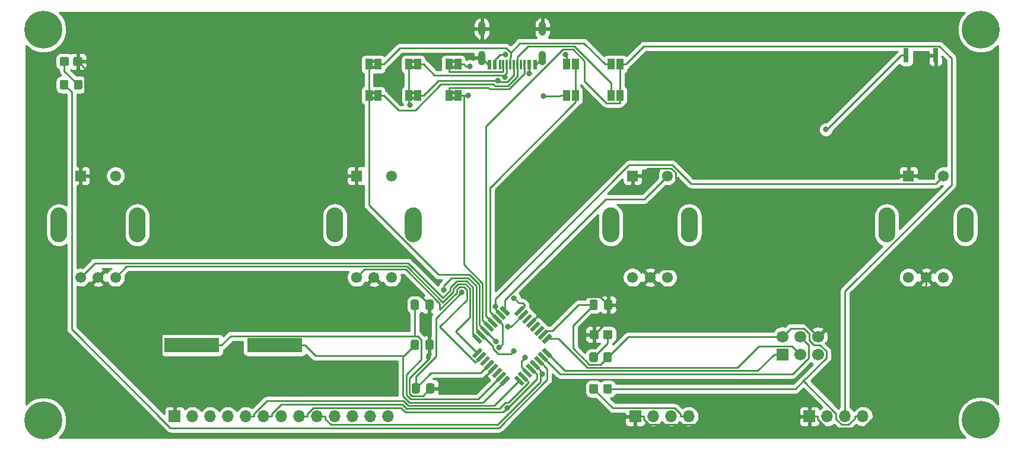
<source format=gbr>
%TF.GenerationSoftware,KiCad,Pcbnew,(5.1.10)-1*%
%TF.CreationDate,2021-08-23T16:24:53+02:00*%
%TF.ProjectId,Console,436f6e73-6f6c-4652-9e6b-696361645f70,v01*%
%TF.SameCoordinates,Original*%
%TF.FileFunction,Copper,L1,Top*%
%TF.FilePolarity,Positive*%
%FSLAX46Y46*%
G04 Gerber Fmt 4.6, Leading zero omitted, Abs format (unit mm)*
G04 Created by KiCad (PCBNEW (5.1.10)-1) date 2021-08-23 16:24:53*
%MOMM*%
%LPD*%
G01*
G04 APERTURE LIST*
%TA.AperFunction,EtchedComponent*%
%ADD10C,0.100000*%
%TD*%
%TA.AperFunction,ComponentPad*%
%ADD11C,5.400000*%
%TD*%
%TA.AperFunction,SMDPad,CuDef*%
%ADD12R,1.000000X1.500000*%
%TD*%
%TA.AperFunction,ComponentPad*%
%ADD13C,1.700000*%
%TD*%
%TA.AperFunction,ComponentPad*%
%ADD14R,1.700000X1.700000*%
%TD*%
%TA.AperFunction,SMDPad,CuDef*%
%ADD15R,0.800000X2.000000*%
%TD*%
%TA.AperFunction,ComponentPad*%
%ADD16O,1.700000X1.700000*%
%TD*%
%TA.AperFunction,ComponentPad*%
%ADD17R,1.550000X1.550000*%
%TD*%
%TA.AperFunction,ComponentPad*%
%ADD18C,1.550000*%
%TD*%
%TA.AperFunction,SMDPad,CuDef*%
%ADD19R,7.875000X2.000000*%
%TD*%
%TA.AperFunction,SMDPad,CuDef*%
%ADD20R,0.600000X1.450000*%
%TD*%
%TA.AperFunction,SMDPad,CuDef*%
%ADD21R,0.300000X1.450000*%
%TD*%
%TA.AperFunction,ComponentPad*%
%ADD22O,1.050000X2.100000*%
%TD*%
%TA.AperFunction,SMDPad,CuDef*%
%ADD23C,0.100000*%
%TD*%
%TA.AperFunction,ViaPad*%
%ADD24C,0.800000*%
%TD*%
%TA.AperFunction,Conductor*%
%ADD25C,0.250000*%
%TD*%
%TA.AperFunction,Conductor*%
%ADD26C,0.254000*%
%TD*%
%TA.AperFunction,Conductor*%
%ADD27C,0.100000*%
%TD*%
G04 APERTURE END LIST*
D10*
%TO.C,JP2*%
G36*
X131906000Y-77492200D02*
G01*
X132406000Y-77492200D01*
X132406000Y-77892200D01*
X131906000Y-77892200D01*
X131906000Y-77492200D01*
G37*
G36*
X131906000Y-76692200D02*
G01*
X132406000Y-76692200D01*
X132406000Y-77092200D01*
X131906000Y-77092200D01*
X131906000Y-76692200D01*
G37*
%TO.C,JP9*%
G36*
X132391000Y-72647200D02*
G01*
X131891000Y-72647200D01*
X131891000Y-72247200D01*
X132391000Y-72247200D01*
X132391000Y-72647200D01*
G37*
G36*
X132391000Y-73447200D02*
G01*
X131891000Y-73447200D01*
X131891000Y-73047200D01*
X132391000Y-73047200D01*
X132391000Y-73447200D01*
G37*
%TO.C,JP4*%
G36*
X126191000Y-72247200D02*
G01*
X126691000Y-72247200D01*
X126691000Y-72647200D01*
X126191000Y-72647200D01*
X126191000Y-72247200D01*
G37*
G36*
X126191000Y-73047200D02*
G01*
X126691000Y-73047200D01*
X126691000Y-73447200D01*
X126191000Y-73447200D01*
X126191000Y-73047200D01*
G37*
%TO.C,JP5*%
G36*
X138121000Y-72647200D02*
G01*
X137621000Y-72647200D01*
X137621000Y-72247200D01*
X138121000Y-72247200D01*
X138121000Y-72647200D01*
G37*
G36*
X138121000Y-73447200D02*
G01*
X137621000Y-73447200D01*
X137621000Y-73047200D01*
X138121000Y-73047200D01*
X138121000Y-73447200D01*
G37*
%TO.C,JP6*%
G36*
X137621000Y-76692200D02*
G01*
X138121000Y-76692200D01*
X138121000Y-77092200D01*
X137621000Y-77092200D01*
X137621000Y-76692200D01*
G37*
G36*
X137621000Y-77492200D02*
G01*
X138121000Y-77492200D01*
X138121000Y-77892200D01*
X137621000Y-77892200D01*
X137621000Y-77492200D01*
G37*
%TO.C,JP7*%
G36*
X126691000Y-77892200D02*
G01*
X126191000Y-77892200D01*
X126191000Y-77492200D01*
X126691000Y-77492200D01*
X126691000Y-77892200D01*
G37*
G36*
X126691000Y-77092200D02*
G01*
X126191000Y-77092200D01*
X126191000Y-76692200D01*
X126691000Y-76692200D01*
X126691000Y-77092200D01*
G37*
%TD*%
D11*
%TO.P,PAD4,1*%
%TO.N,N/C*%
X213131000Y-123634000D03*
%TD*%
%TO.P,PAD3,1*%
%TO.N,N/C*%
X79350000Y-123698000D03*
%TD*%
%TO.P,PAD2,1*%
%TO.N,N/C*%
X213131000Y-67881500D03*
%TD*%
%TO.P,PAD1,1*%
%TO.N,N/C*%
X79350000Y-67881500D03*
%TD*%
%TO.P,C1,1*%
%TO.N,XTAL1*%
%TA.AperFunction,SMDPad,CuDef*%
G36*
G01*
X131789000Y-107663000D02*
X131789000Y-106713000D01*
G75*
G02*
X132039000Y-106463000I250000J0D01*
G01*
X132714000Y-106463000D01*
G75*
G02*
X132964000Y-106713000I0J-250000D01*
G01*
X132964000Y-107663000D01*
G75*
G02*
X132714000Y-107913000I-250000J0D01*
G01*
X132039000Y-107913000D01*
G75*
G02*
X131789000Y-107663000I0J250000D01*
G01*
G37*
%TD.AperFunction*%
%TO.P,C1,2*%
%TO.N,GND*%
%TA.AperFunction,SMDPad,CuDef*%
G36*
G01*
X133864000Y-107663000D02*
X133864000Y-106713000D01*
G75*
G02*
X134114000Y-106463000I250000J0D01*
G01*
X134789000Y-106463000D01*
G75*
G02*
X135039000Y-106713000I0J-250000D01*
G01*
X135039000Y-107663000D01*
G75*
G02*
X134789000Y-107913000I-250000J0D01*
G01*
X134114000Y-107913000D01*
G75*
G02*
X133864000Y-107663000I0J250000D01*
G01*
G37*
%TD.AperFunction*%
%TD*%
D12*
%TO.P,JP8,2*%
%TO.N,SCL*%
X161635000Y-77292200D03*
%TO.P,JP8,1*%
%TO.N,Net-(J2-PadB7)*%
X160335000Y-77292200D03*
%TD*%
D13*
%TO.P,J1,6*%
%TO.N,GND*%
X189896000Y-111760000D03*
%TO.P,J1,5*%
%TO.N,RST*%
X189896000Y-114300000D03*
D14*
%TO.P,J1,1*%
%TO.N,MISO*%
X184816000Y-114300000D03*
D13*
%TO.P,J1,2*%
%TO.N,VCC*%
X184816000Y-111760000D03*
%TO.P,J1,3*%
%TO.N,SCK*%
X187356000Y-114300000D03*
%TO.P,J1,4*%
%TO.N,MOSI*%
X187356000Y-111760000D03*
%TD*%
%TO.P,C2,2*%
%TO.N,GND*%
%TA.AperFunction,SMDPad,CuDef*%
G36*
G01*
X133864000Y-113379000D02*
X133864000Y-112429000D01*
G75*
G02*
X134114000Y-112179000I250000J0D01*
G01*
X134789000Y-112179000D01*
G75*
G02*
X135039000Y-112429000I0J-250000D01*
G01*
X135039000Y-113379000D01*
G75*
G02*
X134789000Y-113629000I-250000J0D01*
G01*
X134114000Y-113629000D01*
G75*
G02*
X133864000Y-113379000I0J250000D01*
G01*
G37*
%TD.AperFunction*%
%TO.P,C2,1*%
%TO.N,XTAL2*%
%TA.AperFunction,SMDPad,CuDef*%
G36*
G01*
X131789000Y-113379000D02*
X131789000Y-112429000D01*
G75*
G02*
X132039000Y-112179000I250000J0D01*
G01*
X132714000Y-112179000D01*
G75*
G02*
X132964000Y-112429000I0J-250000D01*
G01*
X132964000Y-113379000D01*
G75*
G02*
X132714000Y-113629000I-250000J0D01*
G01*
X132039000Y-113629000D01*
G75*
G02*
X131789000Y-113379000I0J250000D01*
G01*
G37*
%TD.AperFunction*%
%TD*%
D15*
%TO.P,SW5,1*%
%TO.N,RST*%
X202494000Y-71564500D03*
%TO.P,SW5,2*%
%TO.N,GND*%
X206694000Y-71564500D03*
%TD*%
%TO.P,R2,1*%
%TO.N,Net-(D1-Pad2)*%
%TA.AperFunction,SMDPad,CuDef*%
G36*
G01*
X157277000Y-115132001D02*
X157277000Y-114231999D01*
G75*
G02*
X157526999Y-113982000I249999J0D01*
G01*
X158227001Y-113982000D01*
G75*
G02*
X158477000Y-114231999I0J-249999D01*
G01*
X158477000Y-115132001D01*
G75*
G02*
X158227001Y-115382000I-249999J0D01*
G01*
X157526999Y-115382000D01*
G75*
G02*
X157277000Y-115132001I0J249999D01*
G01*
G37*
%TD.AperFunction*%
%TO.P,R2,2*%
%TO.N,VCC*%
%TA.AperFunction,SMDPad,CuDef*%
G36*
G01*
X159277000Y-115132001D02*
X159277000Y-114231999D01*
G75*
G02*
X159526999Y-113982000I249999J0D01*
G01*
X160227001Y-113982000D01*
G75*
G02*
X160477000Y-114231999I0J-249999D01*
G01*
X160477000Y-115132001D01*
G75*
G02*
X160227001Y-115382000I-249999J0D01*
G01*
X159526999Y-115382000D01*
G75*
G02*
X159277000Y-115132001I0J249999D01*
G01*
G37*
%TD.AperFunction*%
%TD*%
D16*
%TO.P,J4,4*%
%TO.N,RST*%
X171450000Y-123126000D03*
%TO.P,J4,3*%
%TO.N,TX*%
X168910000Y-123126000D03*
%TO.P,J4,2*%
%TO.N,RX*%
X166370000Y-123126000D03*
D14*
%TO.P,J4,1*%
%TO.N,GND*%
X163830000Y-123126000D03*
%TD*%
D12*
%TO.P,JP1,1*%
%TO.N,SDA*%
X155285000Y-72847200D03*
%TO.P,JP1,2*%
%TO.N,Net-(J2-PadA6)*%
X153985000Y-72847200D03*
%TD*%
%TO.P,JP3,2*%
%TO.N,Net-(J2-PadA7)*%
X160335000Y-72847200D03*
%TO.P,JP3,1*%
%TO.N,SCL*%
X161635000Y-72847200D03*
%TD*%
%TO.P,JP10,2*%
%TO.N,SDA*%
X155285000Y-77292200D03*
%TO.P,JP10,1*%
%TO.N,Net-(J2-PadB6)*%
X153985000Y-77292200D03*
%TD*%
%TO.P,JP2,2*%
%TO.N,Net-(J2-PadA6)*%
X132806000Y-77292200D03*
%TO.P,JP2,1*%
%TO.N,TX*%
X131506000Y-77292200D03*
%TD*%
%TO.P,JP9,2*%
%TO.N,TX*%
X131491000Y-72847200D03*
%TO.P,JP9,1*%
%TO.N,Net-(J2-PadB6)*%
X132791000Y-72847200D03*
%TD*%
%TO.P,D1,1*%
%TO.N,GND*%
%TA.AperFunction,SMDPad,CuDef*%
G36*
G01*
X157315000Y-111842000D02*
X157315000Y-111042000D01*
G75*
G02*
X157565000Y-110792000I250000J0D01*
G01*
X158390000Y-110792000D01*
G75*
G02*
X158640000Y-111042000I0J-250000D01*
G01*
X158640000Y-111842000D01*
G75*
G02*
X158390000Y-112092000I-250000J0D01*
G01*
X157565000Y-112092000D01*
G75*
G02*
X157315000Y-111842000I0J250000D01*
G01*
G37*
%TD.AperFunction*%
%TO.P,D1,2*%
%TO.N,Net-(D1-Pad2)*%
%TA.AperFunction,SMDPad,CuDef*%
G36*
G01*
X159240000Y-111842000D02*
X159240000Y-111042000D01*
G75*
G02*
X159490000Y-110792000I250000J0D01*
G01*
X160315000Y-110792000D01*
G75*
G02*
X160565000Y-111042000I0J-250000D01*
G01*
X160565000Y-111842000D01*
G75*
G02*
X160315000Y-112092000I-250000J0D01*
G01*
X159490000Y-112092000D01*
G75*
G02*
X159240000Y-111842000I0J250000D01*
G01*
G37*
%TD.AperFunction*%
%TD*%
D16*
%TO.P,J3,13*%
%TO.N,BTN4*%
X128557000Y-123126000D03*
%TO.P,J3,12*%
%TO.N,BTN3*%
X126017000Y-123126000D03*
%TO.P,J3,11*%
%TO.N,BTN2*%
X123477000Y-123126000D03*
%TO.P,J3,10*%
%TO.N,BTN1*%
X120937000Y-123126000D03*
%TO.P,J3,9*%
%TO.N,ENC4B*%
X118397000Y-123126000D03*
%TO.P,J3,8*%
%TO.N,ENC4A*%
X115857000Y-123126000D03*
%TO.P,J3,7*%
%TO.N,ENC3B*%
X113317000Y-123126000D03*
%TO.P,J3,6*%
%TO.N,ENC3A*%
X110777000Y-123126000D03*
%TO.P,J3,5*%
%TO.N,ENC2B*%
X108237000Y-123126000D03*
%TO.P,J3,4*%
%TO.N,ENC2A*%
X105697000Y-123126000D03*
%TO.P,J3,3*%
%TO.N,ENC1B*%
X103157000Y-123126000D03*
%TO.P,J3,2*%
%TO.N,ENC1A*%
X100617000Y-123126000D03*
D14*
%TO.P,J3,1*%
%TO.N,GND*%
X98077000Y-123126000D03*
%TD*%
D16*
%TO.P,J5,4*%
%TO.N,VCC*%
X196309000Y-123126000D03*
%TO.P,J5,3*%
%TO.N,SCL*%
X193769000Y-123126000D03*
%TO.P,J5,2*%
%TO.N,SDA*%
X191229000Y-123126000D03*
D14*
%TO.P,J5,1*%
%TO.N,GND*%
X188689000Y-123126000D03*
%TD*%
D17*
%TO.P,SW1,S1*%
%TO.N,GND*%
X84655000Y-88773800D03*
D18*
%TO.P,SW1,S2*%
%TO.N,BTN1*%
X89655000Y-88773800D03*
%TO.P,SW1,A*%
%TO.N,ENC1A*%
X84655000Y-103273800D03*
%TO.P,SW1,C*%
%TO.N,GND*%
X87155000Y-103273800D03*
%TO.P,SW1,B*%
%TO.N,ENC1B*%
X89655000Y-103273800D03*
%TO.P,SW1,3*%
%TO.N,N/C*%
%TA.AperFunction,ComponentPad*%
G36*
G01*
X80355000Y-97073800D02*
X80355000Y-94473800D01*
G75*
G02*
X81555000Y-93273800I1200000J0D01*
G01*
X81555000Y-93273800D01*
G75*
G02*
X82755000Y-94473800I0J-1200000D01*
G01*
X82755000Y-97073800D01*
G75*
G02*
X81555000Y-98273800I-1200000J0D01*
G01*
X81555000Y-98273800D01*
G75*
G02*
X80355000Y-97073800I0J1200000D01*
G01*
G37*
%TD.AperFunction*%
%TO.P,SW1,4*%
%TA.AperFunction,ComponentPad*%
G36*
G01*
X91555000Y-97073800D02*
X91555000Y-94473800D01*
G75*
G02*
X92755000Y-93273800I1200000J0D01*
G01*
X92755000Y-93273800D01*
G75*
G02*
X93955000Y-94473800I0J-1200000D01*
G01*
X93955000Y-97073800D01*
G75*
G02*
X92755000Y-98273800I-1200000J0D01*
G01*
X92755000Y-98273800D01*
G75*
G02*
X91555000Y-97073800I0J1200000D01*
G01*
G37*
%TD.AperFunction*%
%TD*%
D19*
%TO.P,Y1,2*%
%TO.N,XTAL2*%
X112396500Y-112966000D03*
%TO.P,Y1,1*%
%TO.N,XTAL1*%
X100521500Y-112966000D03*
%TD*%
D20*
%TO.P,J2,A1B12*%
%TO.N,GND*%
X149503000Y-72862200D03*
%TO.P,J2,A4B9*%
%TO.N,VCC*%
X148703000Y-72862200D03*
D21*
%TO.P,J2,A6*%
%TO.N,Net-(J2-PadA6)*%
X146503000Y-72862200D03*
%TO.P,J2,B7*%
%TO.N,Net-(J2-PadB7)*%
X147003000Y-72862200D03*
%TO.P,J2,A5*%
%TO.N,Net-(J2-PadA5)*%
X147503000Y-72862200D03*
%TO.P,J2,B8*%
%TO.N,Net-(J2-PadB8)*%
X148003000Y-72862200D03*
%TO.P,J2,A7*%
%TO.N,Net-(J2-PadA7)*%
X146003000Y-72862200D03*
%TO.P,J2,B6*%
%TO.N,Net-(J2-PadB6)*%
X145503000Y-72862200D03*
%TO.P,J2,A8*%
%TO.N,Net-(J2-PadA8)*%
X145003000Y-72862200D03*
%TO.P,J2,B5*%
%TO.N,Net-(J2-PadB5)*%
X144503000Y-72862200D03*
D20*
%TO.P,J2,B4A9*%
%TO.N,VCC*%
X143803000Y-72862200D03*
%TO.P,J2,B1A12*%
%TO.N,GND*%
X143003000Y-72862200D03*
D22*
%TO.P,J2,S1*%
X150573000Y-71947200D03*
%TO.P,J2,S2*%
X141933000Y-71947200D03*
%TO.P,J2,S3*%
X150573000Y-67767200D03*
%TO.P,J2,S4*%
X141933000Y-67767200D03*
%TD*%
%TO.P,C3,1*%
%TO.N,VCC*%
%TA.AperFunction,SMDPad,CuDef*%
G36*
G01*
X131915000Y-119601000D02*
X131915000Y-118651000D01*
G75*
G02*
X132165000Y-118401000I250000J0D01*
G01*
X132840000Y-118401000D01*
G75*
G02*
X133090000Y-118651000I0J-250000D01*
G01*
X133090000Y-119601000D01*
G75*
G02*
X132840000Y-119851000I-250000J0D01*
G01*
X132165000Y-119851000D01*
G75*
G02*
X131915000Y-119601000I0J250000D01*
G01*
G37*
%TD.AperFunction*%
%TO.P,C3,2*%
%TO.N,GND*%
%TA.AperFunction,SMDPad,CuDef*%
G36*
G01*
X133990000Y-119601000D02*
X133990000Y-118651000D01*
G75*
G02*
X134240000Y-118401000I250000J0D01*
G01*
X134915000Y-118401000D01*
G75*
G02*
X135165000Y-118651000I0J-250000D01*
G01*
X135165000Y-119601000D01*
G75*
G02*
X134915000Y-119851000I-250000J0D01*
G01*
X134240000Y-119851000D01*
G75*
G02*
X133990000Y-119601000I0J250000D01*
G01*
G37*
%TD.AperFunction*%
%TD*%
D12*
%TO.P,JP4,1*%
%TO.N,RX*%
X125791000Y-72847200D03*
%TO.P,JP4,2*%
%TO.N,Net-(J2-PadA7)*%
X127091000Y-72847200D03*
%TD*%
%TO.P,R1,1*%
%TO.N,RST*%
%TA.AperFunction,SMDPad,CuDef*%
G36*
G01*
X157277000Y-119640001D02*
X157277000Y-118739999D01*
G75*
G02*
X157526999Y-118490000I249999J0D01*
G01*
X158227001Y-118490000D01*
G75*
G02*
X158477000Y-118739999I0J-249999D01*
G01*
X158477000Y-119640001D01*
G75*
G02*
X158227001Y-119890000I-249999J0D01*
G01*
X157526999Y-119890000D01*
G75*
G02*
X157277000Y-119640001I0J249999D01*
G01*
G37*
%TD.AperFunction*%
%TO.P,R1,2*%
%TO.N,VCC*%
%TA.AperFunction,SMDPad,CuDef*%
G36*
G01*
X159277000Y-119640001D02*
X159277000Y-118739999D01*
G75*
G02*
X159526999Y-118490000I249999J0D01*
G01*
X160227001Y-118490000D01*
G75*
G02*
X160477000Y-118739999I0J-249999D01*
G01*
X160477000Y-119640001D01*
G75*
G02*
X160227001Y-119890000I-249999J0D01*
G01*
X159526999Y-119890000D01*
G75*
G02*
X159277000Y-119640001I0J249999D01*
G01*
G37*
%TD.AperFunction*%
%TD*%
%TO.P,JP5,2*%
%TO.N,Net-(J2-PadA8)*%
X137221000Y-72847200D03*
%TO.P,JP5,1*%
%TO.N,RST*%
X138521000Y-72847200D03*
%TD*%
%TO.P,JP6,1*%
%TO.N,Net-(J2-PadB8)*%
X137221000Y-77292200D03*
%TO.P,JP6,2*%
%TO.N,RST*%
X138521000Y-77292200D03*
%TD*%
%TO.P,JP7,1*%
%TO.N,Net-(J2-PadB7)*%
X127091000Y-77292200D03*
%TO.P,JP7,2*%
%TO.N,RX*%
X125791000Y-77292200D03*
%TD*%
%TA.AperFunction,SMDPad,CuDef*%
D23*
%TO.P,U1,1*%
%TO.N,ENC1B*%
G36*
X140883666Y-114815445D02*
G01*
X140494757Y-114426536D01*
X141626128Y-113295165D01*
X142015037Y-113684074D01*
X140883666Y-114815445D01*
G37*
%TD.AperFunction*%
%TA.AperFunction,SMDPad,CuDef*%
%TO.P,U1,2*%
%TO.N,ENC2A*%
G36*
X141449352Y-115381130D02*
G01*
X141060443Y-114992221D01*
X142191814Y-113860850D01*
X142580723Y-114249759D01*
X141449352Y-115381130D01*
G37*
%TD.AperFunction*%
%TA.AperFunction,SMDPad,CuDef*%
%TO.P,U1,3*%
%TO.N,Net-(U1-Pad3)*%
G36*
X142015037Y-115946816D02*
G01*
X141626128Y-115557907D01*
X142757499Y-114426536D01*
X143146408Y-114815445D01*
X142015037Y-115946816D01*
G37*
%TD.AperFunction*%
%TA.AperFunction,SMDPad,CuDef*%
%TO.P,U1,4*%
%TO.N,VCC*%
G36*
X142580722Y-116512501D02*
G01*
X142191813Y-116123592D01*
X143323184Y-114992221D01*
X143712093Y-115381130D01*
X142580722Y-116512501D01*
G37*
%TD.AperFunction*%
%TA.AperFunction,SMDPad,CuDef*%
%TO.P,U1,5*%
%TO.N,GND*%
G36*
X143146408Y-117078187D02*
G01*
X142757499Y-116689278D01*
X143888870Y-115557907D01*
X144277779Y-115946816D01*
X143146408Y-117078187D01*
G37*
%TD.AperFunction*%
%TA.AperFunction,SMDPad,CuDef*%
%TO.P,U1,6*%
%TO.N,Net-(U1-Pad6)*%
G36*
X143712093Y-117643872D02*
G01*
X143323184Y-117254963D01*
X144454555Y-116123592D01*
X144843464Y-116512501D01*
X143712093Y-117643872D01*
G37*
%TD.AperFunction*%
%TA.AperFunction,SMDPad,CuDef*%
%TO.P,U1,7*%
%TO.N,XTAL1*%
G36*
X144277779Y-118209557D02*
G01*
X143888870Y-117820648D01*
X145020241Y-116689277D01*
X145409150Y-117078186D01*
X144277779Y-118209557D01*
G37*
%TD.AperFunction*%
%TA.AperFunction,SMDPad,CuDef*%
%TO.P,U1,8*%
%TO.N,XTAL2*%
G36*
X144843464Y-118775243D02*
G01*
X144454555Y-118386334D01*
X145585926Y-117254963D01*
X145974835Y-117643872D01*
X144843464Y-118775243D01*
G37*
%TD.AperFunction*%
%TA.AperFunction,SMDPad,CuDef*%
%TO.P,U1,9*%
%TO.N,ENC2B*%
G36*
X148025445Y-118386334D02*
G01*
X147636536Y-118775243D01*
X146505165Y-117643872D01*
X146894074Y-117254963D01*
X148025445Y-118386334D01*
G37*
%TD.AperFunction*%
%TA.AperFunction,SMDPad,CuDef*%
%TO.P,U1,10*%
%TO.N,ENC3A*%
G36*
X148591130Y-117820648D02*
G01*
X148202221Y-118209557D01*
X147070850Y-117078186D01*
X147459759Y-116689277D01*
X148591130Y-117820648D01*
G37*
%TD.AperFunction*%
%TA.AperFunction,SMDPad,CuDef*%
%TO.P,U1,11*%
%TO.N,ENC3B*%
G36*
X149156816Y-117254963D02*
G01*
X148767907Y-117643872D01*
X147636536Y-116512501D01*
X148025445Y-116123592D01*
X149156816Y-117254963D01*
G37*
%TD.AperFunction*%
%TA.AperFunction,SMDPad,CuDef*%
%TO.P,U1,12*%
%TO.N,ENC4A*%
G36*
X149722501Y-116689278D02*
G01*
X149333592Y-117078187D01*
X148202221Y-115946816D01*
X148591130Y-115557907D01*
X149722501Y-116689278D01*
G37*
%TD.AperFunction*%
%TA.AperFunction,SMDPad,CuDef*%
%TO.P,U1,13*%
%TO.N,ENC4B*%
G36*
X150288187Y-116123592D02*
G01*
X149899278Y-116512501D01*
X148767907Y-115381130D01*
X149156816Y-114992221D01*
X150288187Y-116123592D01*
G37*
%TD.AperFunction*%
%TA.AperFunction,SMDPad,CuDef*%
%TO.P,U1,14*%
%TO.N,LED*%
G36*
X150853872Y-115557907D02*
G01*
X150464963Y-115946816D01*
X149333592Y-114815445D01*
X149722501Y-114426536D01*
X150853872Y-115557907D01*
G37*
%TD.AperFunction*%
%TA.AperFunction,SMDPad,CuDef*%
%TO.P,U1,15*%
%TO.N,MOSI*%
G36*
X151419557Y-114992221D02*
G01*
X151030648Y-115381130D01*
X149899277Y-114249759D01*
X150288186Y-113860850D01*
X151419557Y-114992221D01*
G37*
%TD.AperFunction*%
%TA.AperFunction,SMDPad,CuDef*%
%TO.P,U1,16*%
%TO.N,MISO*%
G36*
X151985243Y-114426536D02*
G01*
X151596334Y-114815445D01*
X150464963Y-113684074D01*
X150853872Y-113295165D01*
X151985243Y-114426536D01*
G37*
%TD.AperFunction*%
%TA.AperFunction,SMDPad,CuDef*%
%TO.P,U1,17*%
%TO.N,SCK*%
G36*
X150853872Y-112764835D02*
G01*
X150464963Y-112375926D01*
X151596334Y-111244555D01*
X151985243Y-111633464D01*
X150853872Y-112764835D01*
G37*
%TD.AperFunction*%
%TA.AperFunction,SMDPad,CuDef*%
%TO.P,U1,18*%
%TO.N,VCC*%
G36*
X150288186Y-112199150D02*
G01*
X149899277Y-111810241D01*
X151030648Y-110678870D01*
X151419557Y-111067779D01*
X150288186Y-112199150D01*
G37*
%TD.AperFunction*%
%TA.AperFunction,SMDPad,CuDef*%
%TO.P,U1,19*%
%TO.N,Net-(U1-Pad19)*%
G36*
X149722501Y-111633464D02*
G01*
X149333592Y-111244555D01*
X150464963Y-110113184D01*
X150853872Y-110502093D01*
X149722501Y-111633464D01*
G37*
%TD.AperFunction*%
%TA.AperFunction,SMDPad,CuDef*%
%TO.P,U1,20*%
%TO.N,Net-(U1-Pad20)*%
G36*
X149156816Y-111067779D02*
G01*
X148767907Y-110678870D01*
X149899278Y-109547499D01*
X150288187Y-109936408D01*
X149156816Y-111067779D01*
G37*
%TD.AperFunction*%
%TA.AperFunction,SMDPad,CuDef*%
%TO.P,U1,21*%
%TO.N,GND*%
G36*
X148591130Y-110502093D02*
G01*
X148202221Y-110113184D01*
X149333592Y-108981813D01*
X149722501Y-109370722D01*
X148591130Y-110502093D01*
G37*
%TD.AperFunction*%
%TA.AperFunction,SMDPad,CuDef*%
%TO.P,U1,22*%
%TO.N,Net-(U1-Pad22)*%
G36*
X148025445Y-109936408D02*
G01*
X147636536Y-109547499D01*
X148767907Y-108416128D01*
X149156816Y-108805037D01*
X148025445Y-109936408D01*
G37*
%TD.AperFunction*%
%TA.AperFunction,SMDPad,CuDef*%
%TO.P,U1,23*%
%TO.N,BTN1*%
G36*
X147459759Y-109370723D02*
G01*
X147070850Y-108981814D01*
X148202221Y-107850443D01*
X148591130Y-108239352D01*
X147459759Y-109370723D01*
G37*
%TD.AperFunction*%
%TA.AperFunction,SMDPad,CuDef*%
%TO.P,U1,24*%
%TO.N,BTN2*%
G36*
X146894074Y-108805037D02*
G01*
X146505165Y-108416128D01*
X147636536Y-107284757D01*
X148025445Y-107673666D01*
X146894074Y-108805037D01*
G37*
%TD.AperFunction*%
%TA.AperFunction,SMDPad,CuDef*%
%TO.P,U1,25*%
%TO.N,BTN3*%
G36*
X145974835Y-108416128D02*
G01*
X145585926Y-108805037D01*
X144454555Y-107673666D01*
X144843464Y-107284757D01*
X145974835Y-108416128D01*
G37*
%TD.AperFunction*%
%TA.AperFunction,SMDPad,CuDef*%
%TO.P,U1,26*%
%TO.N,BTN4*%
G36*
X145409150Y-108981814D02*
G01*
X145020241Y-109370723D01*
X143888870Y-108239352D01*
X144277779Y-107850443D01*
X145409150Y-108981814D01*
G37*
%TD.AperFunction*%
%TA.AperFunction,SMDPad,CuDef*%
%TO.P,U1,27*%
%TO.N,SDA*%
G36*
X144843464Y-109547499D02*
G01*
X144454555Y-109936408D01*
X143323184Y-108805037D01*
X143712093Y-108416128D01*
X144843464Y-109547499D01*
G37*
%TD.AperFunction*%
%TA.AperFunction,SMDPad,CuDef*%
%TO.P,U1,28*%
%TO.N,SCL*%
G36*
X144277779Y-110113184D02*
G01*
X143888870Y-110502093D01*
X142757499Y-109370722D01*
X143146408Y-108981813D01*
X144277779Y-110113184D01*
G37*
%TD.AperFunction*%
%TA.AperFunction,SMDPad,CuDef*%
%TO.P,U1,29*%
%TO.N,RST*%
G36*
X143712093Y-110678870D02*
G01*
X143323184Y-111067779D01*
X142191813Y-109936408D01*
X142580722Y-109547499D01*
X143712093Y-110678870D01*
G37*
%TD.AperFunction*%
%TA.AperFunction,SMDPad,CuDef*%
%TO.P,U1,30*%
%TO.N,RX*%
G36*
X143146408Y-111244555D02*
G01*
X142757499Y-111633464D01*
X141626128Y-110502093D01*
X142015037Y-110113184D01*
X143146408Y-111244555D01*
G37*
%TD.AperFunction*%
%TA.AperFunction,SMDPad,CuDef*%
%TO.P,U1,31*%
%TO.N,TX*%
G36*
X142580723Y-111810241D02*
G01*
X142191814Y-112199150D01*
X141060443Y-111067779D01*
X141449352Y-110678870D01*
X142580723Y-111810241D01*
G37*
%TD.AperFunction*%
%TA.AperFunction,SMDPad,CuDef*%
%TO.P,U1,32*%
%TO.N,ENC1A*%
G36*
X142015037Y-112375926D02*
G01*
X141626128Y-112764835D01*
X140494757Y-111633464D01*
X140883666Y-111244555D01*
X142015037Y-112375926D01*
G37*
%TD.AperFunction*%
%TD*%
%TO.P,SW2,4*%
%TO.N,N/C*%
%TA.AperFunction,ComponentPad*%
G36*
G01*
X130945000Y-97073800D02*
X130945000Y-94473800D01*
G75*
G02*
X132145000Y-93273800I1200000J0D01*
G01*
X132145000Y-93273800D01*
G75*
G02*
X133345000Y-94473800I0J-1200000D01*
G01*
X133345000Y-97073800D01*
G75*
G02*
X132145000Y-98273800I-1200000J0D01*
G01*
X132145000Y-98273800D01*
G75*
G02*
X130945000Y-97073800I0J1200000D01*
G01*
G37*
%TD.AperFunction*%
%TO.P,SW2,3*%
%TA.AperFunction,ComponentPad*%
G36*
G01*
X119745000Y-97073800D02*
X119745000Y-94473800D01*
G75*
G02*
X120945000Y-93273800I1200000J0D01*
G01*
X120945000Y-93273800D01*
G75*
G02*
X122145000Y-94473800I0J-1200000D01*
G01*
X122145000Y-97073800D01*
G75*
G02*
X120945000Y-98273800I-1200000J0D01*
G01*
X120945000Y-98273800D01*
G75*
G02*
X119745000Y-97073800I0J1200000D01*
G01*
G37*
%TD.AperFunction*%
D18*
%TO.P,SW2,B*%
%TO.N,ENC2B*%
X129045000Y-103273800D03*
%TO.P,SW2,C*%
%TO.N,GND*%
X126545000Y-103273800D03*
%TO.P,SW2,A*%
%TO.N,ENC2A*%
X124045000Y-103273800D03*
%TO.P,SW2,S2*%
%TO.N,BTN2*%
X129045000Y-88773800D03*
D17*
%TO.P,SW2,S1*%
%TO.N,GND*%
X124045000Y-88773800D03*
%TD*%
%TO.P,D2,1*%
%TO.N,GND*%
%TA.AperFunction,SMDPad,CuDef*%
G36*
G01*
X84939000Y-72053500D02*
X84939000Y-72853500D01*
G75*
G02*
X84689000Y-73103500I-250000J0D01*
G01*
X83864000Y-73103500D01*
G75*
G02*
X83614000Y-72853500I0J250000D01*
G01*
X83614000Y-72053500D01*
G75*
G02*
X83864000Y-71803500I250000J0D01*
G01*
X84689000Y-71803500D01*
G75*
G02*
X84939000Y-72053500I0J-250000D01*
G01*
G37*
%TD.AperFunction*%
%TO.P,D2,2*%
%TO.N,Net-(D2-Pad2)*%
%TA.AperFunction,SMDPad,CuDef*%
G36*
G01*
X83014000Y-72053500D02*
X83014000Y-72853500D01*
G75*
G02*
X82764000Y-73103500I-250000J0D01*
G01*
X81939000Y-73103500D01*
G75*
G02*
X81689000Y-72853500I0J250000D01*
G01*
X81689000Y-72053500D01*
G75*
G02*
X81939000Y-71803500I250000J0D01*
G01*
X82764000Y-71803500D01*
G75*
G02*
X83014000Y-72053500I0J-250000D01*
G01*
G37*
%TD.AperFunction*%
%TD*%
%TO.P,R3,1*%
%TO.N,Net-(D2-Pad2)*%
%TA.AperFunction,SMDPad,CuDef*%
G36*
G01*
X84914000Y-75305499D02*
X84914000Y-76205501D01*
G75*
G02*
X84664001Y-76455500I-249999J0D01*
G01*
X83963999Y-76455500D01*
G75*
G02*
X83714000Y-76205501I0J249999D01*
G01*
X83714000Y-75305499D01*
G75*
G02*
X83963999Y-75055500I249999J0D01*
G01*
X84664001Y-75055500D01*
G75*
G02*
X84914000Y-75305499I0J-249999D01*
G01*
G37*
%TD.AperFunction*%
%TO.P,R3,2*%
%TO.N,LED*%
%TA.AperFunction,SMDPad,CuDef*%
G36*
G01*
X82914000Y-75305499D02*
X82914000Y-76205501D01*
G75*
G02*
X82664001Y-76455500I-249999J0D01*
G01*
X81963999Y-76455500D01*
G75*
G02*
X81714000Y-76205501I0J249999D01*
G01*
X81714000Y-75305499D01*
G75*
G02*
X81963999Y-75055500I249999J0D01*
G01*
X82664001Y-75055500D01*
G75*
G02*
X82914000Y-75305499I0J-249999D01*
G01*
G37*
%TD.AperFunction*%
%TD*%
%TO.P,SW3,S1*%
%TO.N,GND*%
X163436000Y-88773800D03*
D18*
%TO.P,SW3,S2*%
%TO.N,BTN3*%
X168436000Y-88773800D03*
%TO.P,SW3,A*%
%TO.N,ENC3A*%
X163436000Y-103273800D03*
%TO.P,SW3,C*%
%TO.N,GND*%
X165936000Y-103273800D03*
%TO.P,SW3,B*%
%TO.N,ENC3B*%
X168436000Y-103273800D03*
%TO.P,SW3,3*%
%TO.N,N/C*%
%TA.AperFunction,ComponentPad*%
G36*
G01*
X159136000Y-97073800D02*
X159136000Y-94473800D01*
G75*
G02*
X160336000Y-93273800I1200000J0D01*
G01*
X160336000Y-93273800D01*
G75*
G02*
X161536000Y-94473800I0J-1200000D01*
G01*
X161536000Y-97073800D01*
G75*
G02*
X160336000Y-98273800I-1200000J0D01*
G01*
X160336000Y-98273800D01*
G75*
G02*
X159136000Y-97073800I0J1200000D01*
G01*
G37*
%TD.AperFunction*%
%TO.P,SW3,4*%
%TA.AperFunction,ComponentPad*%
G36*
G01*
X170336000Y-97073800D02*
X170336000Y-94473800D01*
G75*
G02*
X171536000Y-93273800I1200000J0D01*
G01*
X171536000Y-93273800D01*
G75*
G02*
X172736000Y-94473800I0J-1200000D01*
G01*
X172736000Y-97073800D01*
G75*
G02*
X171536000Y-98273800I-1200000J0D01*
G01*
X171536000Y-98273800D01*
G75*
G02*
X170336000Y-97073800I0J1200000D01*
G01*
G37*
%TD.AperFunction*%
%TD*%
%TO.P,SW4,4*%
%TO.N,N/C*%
%TA.AperFunction,ComponentPad*%
G36*
G01*
X209726000Y-97073800D02*
X209726000Y-94473800D01*
G75*
G02*
X210926000Y-93273800I1200000J0D01*
G01*
X210926000Y-93273800D01*
G75*
G02*
X212126000Y-94473800I0J-1200000D01*
G01*
X212126000Y-97073800D01*
G75*
G02*
X210926000Y-98273800I-1200000J0D01*
G01*
X210926000Y-98273800D01*
G75*
G02*
X209726000Y-97073800I0J1200000D01*
G01*
G37*
%TD.AperFunction*%
%TO.P,SW4,3*%
%TA.AperFunction,ComponentPad*%
G36*
G01*
X198526000Y-97073800D02*
X198526000Y-94473800D01*
G75*
G02*
X199726000Y-93273800I1200000J0D01*
G01*
X199726000Y-93273800D01*
G75*
G02*
X200926000Y-94473800I0J-1200000D01*
G01*
X200926000Y-97073800D01*
G75*
G02*
X199726000Y-98273800I-1200000J0D01*
G01*
X199726000Y-98273800D01*
G75*
G02*
X198526000Y-97073800I0J1200000D01*
G01*
G37*
%TD.AperFunction*%
%TO.P,SW4,B*%
%TO.N,ENC4B*%
X207826000Y-103273800D03*
%TO.P,SW4,C*%
%TO.N,GND*%
X205326000Y-103273800D03*
%TO.P,SW4,A*%
%TO.N,ENC4A*%
X202826000Y-103273800D03*
%TO.P,SW4,S2*%
%TO.N,BTN4*%
X207826000Y-88773800D03*
D17*
%TO.P,SW4,S1*%
%TO.N,GND*%
X202826000Y-88773800D03*
%TD*%
%TO.P,C4,1*%
%TO.N,VCC*%
%TA.AperFunction,SMDPad,CuDef*%
G36*
G01*
X157294000Y-107663000D02*
X157294000Y-106713000D01*
G75*
G02*
X157544000Y-106463000I250000J0D01*
G01*
X158219000Y-106463000D01*
G75*
G02*
X158469000Y-106713000I0J-250000D01*
G01*
X158469000Y-107663000D01*
G75*
G02*
X158219000Y-107913000I-250000J0D01*
G01*
X157544000Y-107913000D01*
G75*
G02*
X157294000Y-107663000I0J250000D01*
G01*
G37*
%TD.AperFunction*%
%TO.P,C4,2*%
%TO.N,GND*%
%TA.AperFunction,SMDPad,CuDef*%
G36*
G01*
X159369000Y-107663000D02*
X159369000Y-106713000D01*
G75*
G02*
X159619000Y-106463000I250000J0D01*
G01*
X160294000Y-106463000D01*
G75*
G02*
X160544000Y-106713000I0J-250000D01*
G01*
X160544000Y-107663000D01*
G75*
G02*
X160294000Y-107913000I-250000J0D01*
G01*
X159619000Y-107913000D01*
G75*
G02*
X159369000Y-107663000I0J250000D01*
G01*
G37*
%TD.AperFunction*%
%TD*%
D24*
%TO.N,VCC*%
X145295300Y-71491300D03*
X148730400Y-74199200D03*
X139065000Y-105410000D03*
%TO.N,RST*%
X140214500Y-73121700D03*
X191029200Y-82166000D03*
X139935200Y-77292200D03*
%TO.N,Net-(J2-PadA6)*%
X153879200Y-71455800D03*
X144180100Y-75176900D03*
%TO.N,Net-(J2-PadB6)*%
X150766500Y-77413600D03*
X145227800Y-74656400D03*
%TO.N,BTN4*%
X143853200Y-107418700D03*
%TO.N,BTN2*%
X146526600Y-106216500D03*
%TO.N,BTN1*%
X145622700Y-110354800D03*
%TO.N,ENC4B*%
X150528700Y-117113000D03*
%TO.N,ENC4A*%
X145580700Y-121897400D03*
%TO.N,ENC3B*%
X148138100Y-114713700D03*
%TO.N,TX*%
X131701000Y-78680200D03*
X146454400Y-113806600D03*
X136495120Y-105045330D03*
%TO.N,RX*%
X143909100Y-112396100D03*
%TO.N,SDA*%
X144410900Y-113309100D03*
%TD*%
D25*
%TO.N,GND*%
X134451500Y-112904000D02*
X134451500Y-114810800D01*
X134451500Y-114810800D02*
X131582000Y-117680300D01*
X131582000Y-117680300D02*
X131582000Y-119863800D01*
X131582000Y-119863800D02*
X131919700Y-120201500D01*
X131919700Y-120201500D02*
X133502000Y-120201500D01*
X133502000Y-120201500D02*
X134577500Y-119126000D01*
X134451500Y-107188000D02*
X134451500Y-112904000D01*
X96223100Y-107782200D02*
X122036600Y-107782200D01*
X122036600Y-107782200D02*
X126545000Y-103273800D01*
X87155000Y-103273800D02*
X91663400Y-107782200D01*
X96223100Y-120096800D02*
X98077000Y-121950700D01*
X126545000Y-103273800D02*
X128799800Y-105528600D01*
X128799800Y-105528600D02*
X132792100Y-105528600D01*
X132792100Y-105528600D02*
X134451500Y-107188000D01*
X98077000Y-123126000D02*
X98077000Y-121950700D01*
X141933000Y-71947200D02*
X142848000Y-72862200D01*
X142848000Y-72862200D02*
X143003000Y-72862200D01*
X189864300Y-123126000D02*
X189864300Y-123493400D01*
X189864300Y-123493400D02*
X191129600Y-124758700D01*
X191129600Y-124758700D02*
X196354000Y-124758700D01*
X196354000Y-124758700D02*
X205326000Y-115786700D01*
X205326000Y-115786700D02*
X205326000Y-103273800D01*
X169576200Y-102124600D02*
X180260600Y-102124600D01*
X180260600Y-102124600D02*
X189896000Y-111760000D01*
X189276700Y-123126000D02*
X189864300Y-123126000D01*
X84655000Y-88773800D02*
X84655000Y-87673500D01*
X84655000Y-87673500D02*
X85251100Y-87077400D01*
X85251100Y-87077400D02*
X85251100Y-73428100D01*
X85251100Y-73428100D02*
X84276500Y-72453500D01*
X163830000Y-123126000D02*
X165005300Y-123126000D01*
X188689000Y-123126000D02*
X187513700Y-123126000D01*
X187513700Y-123126000D02*
X186338400Y-124301300D01*
X186338400Y-124301300D02*
X165813200Y-124301300D01*
X165813200Y-124301300D02*
X165005300Y-123493400D01*
X165005300Y-123493400D02*
X165005300Y-123126000D01*
X189276700Y-123126000D02*
X188689000Y-123126000D01*
X150573000Y-71947200D02*
X149658000Y-72862200D01*
X149658000Y-72862200D02*
X149503000Y-72862200D01*
X163436000Y-88773800D02*
X164536300Y-88773800D01*
X159956500Y-107188000D02*
X158894000Y-106125500D01*
X158894000Y-106125500D02*
X152578900Y-106125500D01*
X152578900Y-106125500D02*
X148962400Y-109742000D01*
X143517600Y-116318000D02*
X140709600Y-119126000D01*
X140709600Y-119126000D02*
X134577500Y-119126000D01*
X206694000Y-71564500D02*
X205968700Y-71564500D01*
X202826000Y-88773800D02*
X202826000Y-74707200D01*
X202826000Y-74707200D02*
X205968700Y-71564500D01*
X165936000Y-103273800D02*
X167085200Y-102124600D01*
X167085200Y-102124600D02*
X169576200Y-102124600D01*
X169576200Y-102124600D02*
X169576200Y-88314500D01*
X169576200Y-88314500D02*
X168935200Y-87673500D01*
X168935200Y-87673500D02*
X165636600Y-87673500D01*
X165636600Y-87673500D02*
X164536300Y-88773800D01*
X159956500Y-107188000D02*
X162021800Y-107188000D01*
X162021800Y-107188000D02*
X165936000Y-103273800D01*
X159956500Y-107188000D02*
X159956500Y-109463000D01*
X159956500Y-109463000D02*
X157977500Y-111442000D01*
X150573000Y-67767200D02*
X141933000Y-67767200D01*
X96223100Y-111127500D02*
X92877800Y-107782200D01*
X96223100Y-120096800D02*
X96223100Y-111127500D01*
X92877800Y-107782200D02*
X96223100Y-107782200D01*
X91663400Y-107782200D02*
X92877800Y-107782200D01*
%TO.N,VCC*%
X145295300Y-71491300D02*
X144523800Y-71491300D01*
X144523800Y-71491300D02*
X143803000Y-72212100D01*
X143803000Y-72212100D02*
X143803000Y-72862200D01*
X187822400Y-118046900D02*
X186679300Y-119190000D01*
X186679300Y-119190000D02*
X159877000Y-119190000D01*
X184816000Y-111760000D02*
X186018300Y-110557700D01*
X186018300Y-110557700D02*
X187923000Y-110557700D01*
X187923000Y-110557700D02*
X188669100Y-111303800D01*
X188669100Y-111303800D02*
X188669100Y-112305400D01*
X188669100Y-112305400D02*
X189304700Y-112941000D01*
X189304700Y-112941000D02*
X190214500Y-112941000D01*
X190214500Y-112941000D02*
X191084600Y-113811100D01*
X191084600Y-113811100D02*
X191084600Y-114784700D01*
X191084600Y-114784700D02*
X187822400Y-118046900D01*
X187822400Y-118046900D02*
X192499000Y-122723500D01*
X192499000Y-122723500D02*
X192499000Y-123519200D01*
X192499000Y-123519200D02*
X193288200Y-124308400D01*
X193288200Y-124308400D02*
X194256500Y-124308400D01*
X194256500Y-124308400D02*
X195133700Y-123431200D01*
X195133700Y-123431200D02*
X195133700Y-123126000D01*
X196309000Y-123126000D02*
X195133700Y-123126000D01*
X154956600Y-110643200D02*
X154956600Y-113398600D01*
X154956600Y-113398600D02*
X157277400Y-115719400D01*
X157277400Y-115719400D02*
X158839600Y-115719400D01*
X158839600Y-115719400D02*
X159877000Y-114682000D01*
X157881500Y-107188000D02*
X154956700Y-110112800D01*
X154956700Y-110112800D02*
X154956600Y-110112800D01*
X154956600Y-110112800D02*
X154956600Y-110643200D01*
X148703000Y-72862200D02*
X148703000Y-74171800D01*
X148703000Y-74171800D02*
X148730400Y-74199200D01*
X142952000Y-115752400D02*
X141743500Y-116960900D01*
X141743500Y-116960900D02*
X134667600Y-116960900D01*
X134667600Y-116960900D02*
X132502500Y-119126000D01*
X159877000Y-114682000D02*
X162799000Y-111760000D01*
X162799000Y-111760000D02*
X184816000Y-111760000D01*
X150659417Y-111439010D02*
X151178882Y-110919545D01*
X151178882Y-110919545D02*
X151970455Y-110919545D01*
X155702000Y-107188000D02*
X157881500Y-107188000D01*
X151970455Y-110919545D02*
X155702000Y-107188000D01*
X135364010Y-109110990D02*
X139065000Y-105410000D01*
X135364010Y-114534700D02*
X135364010Y-109110990D01*
X132502500Y-119126000D02*
X132502500Y-117396210D01*
X132502500Y-117396210D02*
X135364010Y-114534700D01*
%TO.N,XTAL1*%
X132376500Y-111640600D02*
X132741400Y-111640600D01*
X132741400Y-111640600D02*
X133292900Y-112192100D01*
X133292900Y-112192100D02*
X133292900Y-114984300D01*
X133292900Y-114984300D02*
X131125000Y-117152200D01*
X131125000Y-117152200D02*
X131125000Y-120043700D01*
X131125000Y-120043700D02*
X131757300Y-120676000D01*
X131757300Y-120676000D02*
X141422400Y-120676000D01*
X141422400Y-120676000D02*
X144649000Y-117449400D01*
X100521500Y-112966000D02*
X104784300Y-112966000D01*
X104784300Y-112966000D02*
X106109700Y-111640600D01*
X106109700Y-111640600D02*
X132376500Y-111640600D01*
X132376500Y-111640600D02*
X132376500Y-107188000D01*
%TO.N,XTAL2*%
X130674600Y-114493300D02*
X118186600Y-114493300D01*
X118186600Y-114493300D02*
X116659300Y-112966000D01*
X132376500Y-112904000D02*
X130787200Y-114493300D01*
X130787200Y-114493300D02*
X130674600Y-114493300D01*
X130674600Y-114493300D02*
X130674600Y-120230200D01*
X130674600Y-120230200D02*
X131570800Y-121126400D01*
X131570800Y-121126400D02*
X142103400Y-121126400D01*
X142103400Y-121126400D02*
X145214700Y-118015100D01*
X112396500Y-112966000D02*
X116659300Y-112966000D01*
%TO.N,Net-(D1-Pad2)*%
X159902500Y-111442000D02*
X159902500Y-112656500D01*
X159902500Y-112656500D02*
X157877000Y-114682000D01*
%TO.N,MOSI*%
X187356000Y-111760000D02*
X188537100Y-112941100D01*
X188537100Y-112941100D02*
X188537100Y-114793100D01*
X188537100Y-114793100D02*
X186259600Y-117070600D01*
X186259600Y-117070600D02*
X153109000Y-117070600D01*
X153109000Y-117070600D02*
X150659400Y-114621000D01*
%TO.N,SCK*%
X186180600Y-113124600D02*
X187356000Y-114300000D01*
X152816400Y-112004700D02*
X156981500Y-116169800D01*
X151225100Y-112004700D02*
X152816400Y-112004700D01*
X156981500Y-116169800D02*
X178406600Y-116169800D01*
X181451800Y-113124600D02*
X186180600Y-113124600D01*
X178406600Y-116169800D02*
X181451800Y-113124600D01*
%TO.N,MISO*%
X184816000Y-114300000D02*
X183640700Y-114300000D01*
X151225100Y-114055300D02*
X153790000Y-116620200D01*
X153790000Y-116620200D02*
X181320500Y-116620200D01*
X181320500Y-116620200D02*
X183640700Y-114300000D01*
%TO.N,RST*%
X171450000Y-123126000D02*
X170274700Y-123126000D01*
X170274700Y-123126000D02*
X170274700Y-122758600D01*
X170274700Y-122758600D02*
X169466800Y-121950700D01*
X169466800Y-121950700D02*
X160637700Y-121950700D01*
X160637700Y-121950700D02*
X157877000Y-119190000D01*
X139346300Y-77292200D02*
X139935200Y-77292200D01*
X138521000Y-72847200D02*
X139346300Y-72847200D01*
X140214500Y-73121700D02*
X139620800Y-73121700D01*
X139620800Y-73121700D02*
X139346300Y-72847200D01*
X202494000Y-71564500D02*
X201768700Y-71564500D01*
X191029200Y-82166000D02*
X191167200Y-82166000D01*
X191167200Y-82166000D02*
X201768700Y-71564500D01*
X138521000Y-77292200D02*
X139346300Y-77292200D01*
X142040057Y-104129998D02*
X142040057Y-109395657D01*
X142040057Y-109395657D02*
X142952000Y-110307600D01*
X139346300Y-77292200D02*
X139346300Y-101436241D01*
X139346300Y-101436241D02*
X142040057Y-104129998D01*
%TO.N,Net-(J2-PadA6)*%
X153985000Y-72847200D02*
X153985000Y-71561600D01*
X153985000Y-71561600D02*
X153879200Y-71455800D01*
X146503000Y-72862200D02*
X146503000Y-74412500D01*
X146503000Y-74412500D02*
X145529000Y-75386500D01*
X145529000Y-75386500D02*
X144389700Y-75386500D01*
X144389700Y-75386500D02*
X144180100Y-75176900D01*
X133631300Y-77292200D02*
X135746600Y-75176900D01*
X135746600Y-75176900D02*
X144180100Y-75176900D01*
X132806000Y-77292200D02*
X133631300Y-77292200D01*
%TO.N,Net-(J2-PadB7)*%
X127916300Y-77292200D02*
X130029600Y-79405500D01*
X130029600Y-79405500D02*
X132418600Y-79405500D01*
X132418600Y-79405500D02*
X136094100Y-75730000D01*
X136094100Y-75730000D02*
X143631300Y-75730000D01*
X143631300Y-75730000D02*
X143808100Y-75906800D01*
X143808100Y-75906800D02*
X145645600Y-75906800D01*
X145645600Y-75906800D02*
X147003000Y-74549400D01*
X147003000Y-74549400D02*
X147003000Y-73912500D01*
X147003000Y-72862200D02*
X147003000Y-71811900D01*
X147003000Y-71811900D02*
X148546100Y-70268800D01*
X148546100Y-70268800D02*
X155107100Y-70268800D01*
X155107100Y-70268800D02*
X160335000Y-75496700D01*
X160335000Y-75496700D02*
X160335000Y-77292200D01*
X147003000Y-73387300D02*
X147003000Y-72862200D01*
X147003000Y-73387300D02*
X147003000Y-73912500D01*
X127091000Y-77292200D02*
X127916300Y-77292200D01*
%TO.N,Net-(J2-PadB8)*%
X137221000Y-76216900D02*
X142911800Y-76216900D01*
X142911800Y-76216900D02*
X143059400Y-76364500D01*
X143059400Y-76364500D02*
X145824800Y-76364500D01*
X145824800Y-76364500D02*
X148003000Y-74186300D01*
X148003000Y-74186300D02*
X148003000Y-73912500D01*
X148003000Y-72862200D02*
X148003000Y-73912500D01*
X137221000Y-77292200D02*
X137221000Y-76216900D01*
%TO.N,Net-(J2-PadA7)*%
X146027600Y-71163400D02*
X146027600Y-71787300D01*
X146027600Y-71787300D02*
X146003000Y-71811900D01*
X127916300Y-72847200D02*
X130228700Y-70534800D01*
X130228700Y-70534800D02*
X145399000Y-70534800D01*
X145399000Y-70534800D02*
X146027600Y-71163400D01*
X146027600Y-71163400D02*
X147372600Y-69818400D01*
X147372600Y-69818400D02*
X156480900Y-69818400D01*
X156480900Y-69818400D02*
X159509700Y-72847200D01*
X160335000Y-72847200D02*
X159509700Y-72847200D01*
X146003000Y-72862200D02*
X146003000Y-71811900D01*
X127091000Y-72847200D02*
X127916300Y-72847200D01*
%TO.N,Net-(J2-PadB6)*%
X145166900Y-74415700D02*
X135184800Y-74415700D01*
X135184800Y-74415700D02*
X133616300Y-72847200D01*
X145503000Y-72862200D02*
X145503000Y-74079600D01*
X145503000Y-74079600D02*
X145166900Y-74415700D01*
X145166900Y-74415700D02*
X145166900Y-74595500D01*
X145166900Y-74595500D02*
X145227800Y-74656400D01*
X153985000Y-77292200D02*
X153159700Y-77292200D01*
X150766500Y-77413600D02*
X153038300Y-77413600D01*
X153038300Y-77413600D02*
X153159700Y-77292200D01*
X132791000Y-72847200D02*
X133616300Y-72847200D01*
%TO.N,Net-(J2-PadA8)*%
X137221000Y-72847200D02*
X137221000Y-73922500D01*
X145003000Y-72862200D02*
X145003000Y-73912500D01*
X145003000Y-73912500D02*
X144993000Y-73922500D01*
X144993000Y-73922500D02*
X137221000Y-73922500D01*
%TO.N,BTN4*%
X143853200Y-107814800D02*
X143853200Y-107418700D01*
X207826000Y-88773800D02*
X206725600Y-89874200D01*
X206725600Y-89874200D02*
X171772800Y-89874200D01*
X171772800Y-89874200D02*
X169113700Y-87215100D01*
X169113700Y-87215100D02*
X162947100Y-87215100D01*
X162947100Y-87215100D02*
X143853200Y-106309000D01*
X143853200Y-106309000D02*
X143853200Y-107418700D01*
X144649000Y-108610600D02*
X143853200Y-107814800D01*
%TO.N,BTN3*%
X168436000Y-88773800D02*
X165089700Y-92120100D01*
X165089700Y-92120100D02*
X159597300Y-92120100D01*
X159597300Y-92120100D02*
X145214700Y-106502700D01*
X145214700Y-106502700D02*
X145214700Y-108044900D01*
%TO.N,BTN2*%
X147265300Y-108044900D02*
X148061000Y-107249200D01*
X146526600Y-106216500D02*
X147265200Y-106955100D01*
X147265200Y-106955100D02*
X147265300Y-106955100D01*
X147265300Y-106955100D02*
X147269700Y-106959500D01*
X147269700Y-106959500D02*
X147771200Y-106959500D01*
X147771200Y-106959500D02*
X148061000Y-107249200D01*
%TO.N,BTN1*%
X147831000Y-108610600D02*
X146086800Y-110354800D01*
X146086800Y-110354800D02*
X145622700Y-110354800D01*
%TO.N,ENC4B*%
X150323700Y-117113000D02*
X150323700Y-118180200D01*
X150323700Y-118180200D02*
X144202600Y-124301300D01*
X144202600Y-124301300D02*
X120380200Y-124301300D01*
X120380200Y-124301300D02*
X119572300Y-123493400D01*
X119572300Y-123493400D02*
X119572300Y-123126000D01*
X150323700Y-116548100D02*
X150323700Y-117113000D01*
X150528700Y-117113000D02*
X150323700Y-117113000D01*
X118397000Y-123126000D02*
X119572300Y-123126000D01*
X149528000Y-115752400D02*
X150323700Y-116548100D01*
%TO.N,ENC4A*%
X117032300Y-123126000D02*
X117032300Y-122758500D01*
X117032300Y-122758500D02*
X117893400Y-121897400D01*
X117893400Y-121897400D02*
X130431100Y-121897400D01*
X130431100Y-121897400D02*
X131011000Y-122477300D01*
X131011000Y-122477300D02*
X145000800Y-122477300D01*
X145000800Y-122477300D02*
X145580700Y-121897400D01*
X149758100Y-117113700D02*
X149758100Y-117777200D01*
X149758100Y-117777200D02*
X145637900Y-121897400D01*
X145637900Y-121897400D02*
X145580700Y-121897400D01*
X148962400Y-116318000D02*
X149758100Y-117113700D01*
X115857000Y-123126000D02*
X117032300Y-123126000D01*
%TO.N,ENC3B*%
X147601000Y-116088000D02*
X147601000Y-115250800D01*
X147601000Y-115250800D02*
X148138100Y-114713700D01*
X148396700Y-116883700D02*
X147601000Y-116088000D01*
%TO.N,ENC3A*%
X111952300Y-123126000D02*
X111952300Y-122758600D01*
X111952300Y-122758600D02*
X113296300Y-121414600D01*
X113296300Y-121414600D02*
X130585200Y-121414600D01*
X130585200Y-121414600D02*
X131197600Y-122027000D01*
X131197600Y-122027000D02*
X144425400Y-122027000D01*
X144425400Y-122027000D02*
X145280300Y-121172100D01*
X145280300Y-121172100D02*
X145699900Y-121172100D01*
X145699900Y-121172100D02*
X148626800Y-118245200D01*
X110777000Y-123126000D02*
X111952300Y-123126000D01*
X147831000Y-117449400D02*
X148626800Y-118245200D01*
%TO.N,ENC2B*%
X109412300Y-123126000D02*
X109412300Y-122758700D01*
X109412300Y-122758700D02*
X111239300Y-120931700D01*
X111239300Y-120931700D02*
X130739200Y-120931700D01*
X130739200Y-120931700D02*
X131384200Y-121576700D01*
X131384200Y-121576700D02*
X143703700Y-121576700D01*
X143703700Y-121576700D02*
X147265300Y-118015100D01*
X108237000Y-123126000D02*
X109412300Y-123126000D01*
%TO.N,ENC2A*%
X124045000Y-103273800D02*
X125171200Y-102147600D01*
X141024800Y-115416800D02*
X141820600Y-114621000D01*
X135944500Y-110336500D02*
X141024800Y-115416800D01*
X139790002Y-106490998D02*
X135944500Y-110336500D01*
X139790002Y-105061998D02*
X139790002Y-106490998D01*
X139413002Y-104684998D02*
X139790002Y-105061998D01*
X138716998Y-104684998D02*
X139413002Y-104684998D01*
X138339998Y-105061998D02*
X138716998Y-104684998D01*
X138339998Y-105498592D02*
X138339998Y-105061998D01*
X135944500Y-107894090D02*
X138339998Y-105498592D01*
X135944500Y-107049400D02*
X135944500Y-107894090D01*
X125171200Y-102147600D02*
X131042700Y-102147600D01*
X131042700Y-102147600D02*
X135944500Y-107049400D01*
%TO.N,ENC1B*%
X138221500Y-111021900D02*
X141254900Y-114055300D01*
X140240013Y-109003387D02*
X138221500Y-111021900D01*
X140240013Y-104875598D02*
X140240013Y-109003387D01*
X131229200Y-101697200D02*
X136367090Y-106835090D01*
X139599402Y-104234987D02*
X140240013Y-104875598D01*
X138530598Y-104234987D02*
X139599402Y-104234987D01*
X137889987Y-104875598D02*
X138530598Y-104234987D01*
X137889987Y-105312193D02*
X137889987Y-104875598D01*
X136367090Y-106835090D02*
X137889987Y-105312193D01*
X91231600Y-101697200D02*
X131229200Y-101697200D01*
X89655000Y-103273800D02*
X91231600Y-101697200D01*
%TO.N,ENC1A*%
X139785802Y-103784976D02*
X138344198Y-103784976D01*
X137439976Y-104689198D02*
X137439976Y-105125794D01*
X131400300Y-101231400D02*
X86697400Y-101231400D01*
X141254900Y-112004700D02*
X140690024Y-111439824D01*
X138344198Y-103784976D02*
X137439976Y-104689198D01*
X86697400Y-101231400D02*
X84655000Y-103273800D01*
X137439976Y-105125794D02*
X136367335Y-106198435D01*
X136367335Y-106198435D02*
X131400300Y-101231400D01*
X140690024Y-111439824D02*
X140690024Y-104689198D01*
X140690024Y-104689198D02*
X139785802Y-103784976D01*
%TO.N,TX*%
X131701000Y-78680200D02*
X131506000Y-78485200D01*
X131506000Y-78485200D02*
X131506000Y-77292200D01*
X131491000Y-72847200D02*
X131491000Y-73922500D01*
X131506000Y-77292200D02*
X131506000Y-73937500D01*
X131506000Y-73937500D02*
X131491000Y-73922500D01*
X146054401Y-114206599D02*
X144282699Y-114206599D01*
X144282699Y-114206599D02*
X143525700Y-113449600D01*
X143525700Y-113449600D02*
X143525700Y-113144100D01*
X143525700Y-113144100D02*
X141140035Y-110758435D01*
X141140035Y-110758435D02*
X141140035Y-104502798D01*
X141140035Y-104502798D02*
X139972202Y-103334965D01*
X146454400Y-113806600D02*
X146054401Y-114206599D01*
X136495120Y-104479645D02*
X136495120Y-105045330D01*
X137639800Y-103334965D02*
X136495120Y-104479645D01*
X139972202Y-103334965D02*
X137639800Y-103334965D01*
%TO.N,RX*%
X125791000Y-77292200D02*
X125791000Y-72847200D01*
X140158602Y-102884954D02*
X135727954Y-102884954D01*
X141590046Y-104316398D02*
X140158602Y-102884954D01*
X135727954Y-102884954D02*
X125791000Y-92948000D01*
X141590046Y-110077046D02*
X141590046Y-104316398D01*
X143909100Y-112396100D02*
X141590046Y-110077046D01*
X125791000Y-92948000D02*
X125791000Y-77292200D01*
%TO.N,SDA*%
X144879000Y-109972000D02*
X144879000Y-112841000D01*
X144879000Y-112841000D02*
X144410900Y-113309100D01*
X144083300Y-109176300D02*
X144879000Y-109972000D01*
X155285000Y-78254900D02*
X143072300Y-90467600D01*
X143072300Y-90467600D02*
X143072300Y-108165300D01*
X143072300Y-108165300D02*
X144083300Y-109176300D01*
X155285000Y-77292200D02*
X155285000Y-78254900D01*
X155285000Y-72847200D02*
X155285000Y-73922500D01*
X155285000Y-73922500D02*
X155285000Y-76216900D01*
X155285000Y-77292200D02*
X155285000Y-76216900D01*
%TO.N,SCL*%
X142721900Y-108946300D02*
X142550300Y-108774700D01*
X142550300Y-108774700D02*
X142550300Y-81716000D01*
X142550300Y-81716000D02*
X153547100Y-70719200D01*
X153547100Y-70719200D02*
X154920600Y-70719200D01*
X154920600Y-70719200D02*
X156573500Y-72372100D01*
X156573500Y-72372100D02*
X156573500Y-75240800D01*
X156573500Y-75240800D02*
X159700200Y-78367500D01*
X159700200Y-78367500D02*
X161635000Y-78367500D01*
X143517600Y-109742000D02*
X142721900Y-108946300D01*
X161635000Y-77292200D02*
X161635000Y-78367500D01*
X161635000Y-73922500D02*
X161635000Y-77292200D01*
X162460300Y-72847200D02*
X165068400Y-70239100D01*
X165068400Y-70239100D02*
X207231400Y-70239100D01*
X207231400Y-70239100D02*
X208935100Y-71942800D01*
X208935100Y-71942800D02*
X208935100Y-90046800D01*
X208935100Y-90046800D02*
X193769000Y-105212900D01*
X193769000Y-105212900D02*
X193769000Y-121950700D01*
X161635000Y-72847200D02*
X161635000Y-73922500D01*
X161635000Y-72847200D02*
X162460300Y-72847200D01*
X193769000Y-123126000D02*
X193769000Y-121950700D01*
%TO.N,Net-(D2-Pad2)*%
X84314000Y-75755500D02*
X82351500Y-73793000D01*
X82351500Y-73793000D02*
X82351500Y-72453500D01*
%TO.N,LED*%
X82314000Y-75755500D02*
X83387600Y-76829100D01*
X83387600Y-76829100D02*
X83387600Y-110652400D01*
X83387600Y-110652400D02*
X97499400Y-124764200D01*
X97499400Y-124764200D02*
X144376600Y-124764200D01*
X144376600Y-124764200D02*
X151254000Y-117886800D01*
X151254000Y-117886800D02*
X151254000Y-116347000D01*
X151254000Y-116347000D02*
X150889400Y-115982400D01*
X150093700Y-115186700D02*
X150889400Y-115982400D01*
%TD*%
D26*
%TO.N,GND*%
X210540536Y-65755561D02*
X210175561Y-66301785D01*
X209924162Y-66908716D01*
X209796000Y-67553031D01*
X209796000Y-68209969D01*
X209924162Y-68854284D01*
X210175561Y-69461215D01*
X210540536Y-70007439D01*
X211005061Y-70471964D01*
X211551285Y-70836939D01*
X212158216Y-71088338D01*
X212802531Y-71216500D01*
X213459469Y-71216500D01*
X214103784Y-71088338D01*
X214710715Y-70836939D01*
X215256939Y-70471964D01*
X215582500Y-70146403D01*
X215582501Y-121369098D01*
X215256939Y-121043536D01*
X214710715Y-120678561D01*
X214103784Y-120427162D01*
X213459469Y-120299000D01*
X212802531Y-120299000D01*
X212158216Y-120427162D01*
X211551285Y-120678561D01*
X211005061Y-121043536D01*
X210540536Y-121508061D01*
X210175561Y-122054285D01*
X209924162Y-122661216D01*
X209796000Y-123305531D01*
X209796000Y-123962469D01*
X209924162Y-124606784D01*
X210175561Y-125213715D01*
X210540536Y-125759939D01*
X210898097Y-126117500D01*
X81646903Y-126117500D01*
X81940464Y-125823939D01*
X82305439Y-125277715D01*
X82556838Y-124670784D01*
X82685000Y-124026469D01*
X82685000Y-123369531D01*
X82556838Y-122725216D01*
X82305439Y-122118285D01*
X81940464Y-121572061D01*
X81475939Y-121107536D01*
X80929715Y-120742561D01*
X80322784Y-120491162D01*
X79678469Y-120363000D01*
X79021531Y-120363000D01*
X78377216Y-120491162D01*
X77770285Y-120742561D01*
X77224061Y-121107536D01*
X76898500Y-121433097D01*
X76898500Y-94473800D01*
X79716927Y-94473800D01*
X79716927Y-97073800D01*
X79752245Y-97432390D01*
X79856842Y-97777200D01*
X80026698Y-98094978D01*
X80255286Y-98373513D01*
X80533821Y-98602101D01*
X80851599Y-98771957D01*
X81196409Y-98876554D01*
X81554999Y-98911872D01*
X81555001Y-98911872D01*
X81913591Y-98876554D01*
X82258401Y-98771957D01*
X82576179Y-98602101D01*
X82627601Y-98559900D01*
X82627601Y-110615067D01*
X82623924Y-110652400D01*
X82627601Y-110689733D01*
X82638598Y-110801386D01*
X82639649Y-110804850D01*
X82682054Y-110944646D01*
X82752626Y-111076676D01*
X82823801Y-111163402D01*
X82847600Y-111192401D01*
X82876598Y-111216199D01*
X96935601Y-125275203D01*
X96959399Y-125304201D01*
X96988397Y-125327999D01*
X97075123Y-125399174D01*
X97207153Y-125469746D01*
X97350414Y-125513203D01*
X97462067Y-125524200D01*
X97462077Y-125524200D01*
X97499400Y-125527876D01*
X97536723Y-125524200D01*
X144339278Y-125524200D01*
X144376600Y-125527876D01*
X144413922Y-125524200D01*
X144413933Y-125524200D01*
X144525586Y-125513203D01*
X144668847Y-125469746D01*
X144800876Y-125399174D01*
X144916601Y-125304201D01*
X144940404Y-125275197D01*
X146239601Y-123976000D01*
X162341928Y-123976000D01*
X162354188Y-124100482D01*
X162390498Y-124220180D01*
X162449463Y-124330494D01*
X162528815Y-124427185D01*
X162625506Y-124506537D01*
X162735820Y-124565502D01*
X162855518Y-124601812D01*
X162980000Y-124614072D01*
X163544250Y-124611000D01*
X163703000Y-124452250D01*
X163703000Y-123253000D01*
X162503750Y-123253000D01*
X162345000Y-123411750D01*
X162341928Y-123976000D01*
X146239601Y-123976000D01*
X151765004Y-118450598D01*
X151794001Y-118426801D01*
X151888974Y-118311076D01*
X151959546Y-118179047D01*
X152003003Y-118035786D01*
X152014000Y-117924133D01*
X152014000Y-117924124D01*
X152017676Y-117886801D01*
X152014000Y-117849478D01*
X152014000Y-117050402D01*
X152545201Y-117581603D01*
X152568999Y-117610601D01*
X152655269Y-117681401D01*
X152684724Y-117705574D01*
X152816753Y-117776146D01*
X152960014Y-117819603D01*
X153109000Y-117834277D01*
X153146333Y-117830600D01*
X186222278Y-117830600D01*
X186259600Y-117834276D01*
X186296922Y-117830600D01*
X186296933Y-117830600D01*
X186408586Y-117819603D01*
X186551847Y-117776146D01*
X186683876Y-117705574D01*
X186799601Y-117610601D01*
X186823404Y-117581598D01*
X188950663Y-115454340D01*
X189184148Y-115610350D01*
X187311403Y-117483096D01*
X187282399Y-117506899D01*
X187258601Y-117535897D01*
X186364499Y-118430000D01*
X161056527Y-118430000D01*
X161047472Y-118400149D01*
X160965405Y-118246613D01*
X160854962Y-118112038D01*
X160720387Y-118001595D01*
X160566851Y-117919528D01*
X160400255Y-117868992D01*
X160227001Y-117851928D01*
X159526999Y-117851928D01*
X159353745Y-117868992D01*
X159187149Y-117919528D01*
X159033613Y-118001595D01*
X158899038Y-118112038D01*
X158877000Y-118138891D01*
X158854962Y-118112038D01*
X158720387Y-118001595D01*
X158566851Y-117919528D01*
X158400255Y-117868992D01*
X158227001Y-117851928D01*
X157526999Y-117851928D01*
X157353745Y-117868992D01*
X157187149Y-117919528D01*
X157033613Y-118001595D01*
X156899038Y-118112038D01*
X156788595Y-118246613D01*
X156706528Y-118400149D01*
X156655992Y-118566745D01*
X156638928Y-118739999D01*
X156638928Y-119640001D01*
X156655992Y-119813255D01*
X156706528Y-119979851D01*
X156788595Y-120133387D01*
X156899038Y-120267962D01*
X157033613Y-120378405D01*
X157187149Y-120460472D01*
X157353745Y-120511008D01*
X157526999Y-120528072D01*
X158140270Y-120528072D01*
X160073905Y-122461708D01*
X160097699Y-122490701D01*
X160126692Y-122514495D01*
X160126696Y-122514499D01*
X160190670Y-122567000D01*
X160213424Y-122585674D01*
X160345453Y-122656246D01*
X160488714Y-122699703D01*
X160600367Y-122710700D01*
X160600376Y-122710700D01*
X160637699Y-122714376D01*
X160675022Y-122710700D01*
X162344295Y-122710700D01*
X162345000Y-122840250D01*
X162503750Y-122999000D01*
X163703000Y-122999000D01*
X163703000Y-122979000D01*
X163957000Y-122979000D01*
X163957000Y-122999000D01*
X163977000Y-122999000D01*
X163977000Y-123253000D01*
X163957000Y-123253000D01*
X163957000Y-124452250D01*
X164115750Y-124611000D01*
X164680000Y-124614072D01*
X164804482Y-124601812D01*
X164924180Y-124565502D01*
X165034494Y-124506537D01*
X165131185Y-124427185D01*
X165210537Y-124330494D01*
X165269502Y-124220180D01*
X165291513Y-124147620D01*
X165423368Y-124279475D01*
X165666589Y-124441990D01*
X165936842Y-124553932D01*
X166223740Y-124611000D01*
X166516260Y-124611000D01*
X166803158Y-124553932D01*
X167073411Y-124441990D01*
X167316632Y-124279475D01*
X167523475Y-124072632D01*
X167640000Y-123898240D01*
X167756525Y-124072632D01*
X167963368Y-124279475D01*
X168206589Y-124441990D01*
X168476842Y-124553932D01*
X168763740Y-124611000D01*
X169056260Y-124611000D01*
X169343158Y-124553932D01*
X169613411Y-124441990D01*
X169856632Y-124279475D01*
X170063475Y-124072632D01*
X170180000Y-123898240D01*
X170296525Y-124072632D01*
X170503368Y-124279475D01*
X170746589Y-124441990D01*
X171016842Y-124553932D01*
X171303740Y-124611000D01*
X171596260Y-124611000D01*
X171883158Y-124553932D01*
X172153411Y-124441990D01*
X172396632Y-124279475D01*
X172603475Y-124072632D01*
X172668042Y-123976000D01*
X187200928Y-123976000D01*
X187213188Y-124100482D01*
X187249498Y-124220180D01*
X187308463Y-124330494D01*
X187387815Y-124427185D01*
X187484506Y-124506537D01*
X187594820Y-124565502D01*
X187714518Y-124601812D01*
X187839000Y-124614072D01*
X188403250Y-124611000D01*
X188562000Y-124452250D01*
X188562000Y-123253000D01*
X187362750Y-123253000D01*
X187204000Y-123411750D01*
X187200928Y-123976000D01*
X172668042Y-123976000D01*
X172765990Y-123829411D01*
X172877932Y-123559158D01*
X172935000Y-123272260D01*
X172935000Y-122979740D01*
X172877932Y-122692842D01*
X172765990Y-122422589D01*
X172668043Y-122276000D01*
X187200928Y-122276000D01*
X187204000Y-122840250D01*
X187362750Y-122999000D01*
X188562000Y-122999000D01*
X188562000Y-121799750D01*
X188403250Y-121641000D01*
X187839000Y-121637928D01*
X187714518Y-121650188D01*
X187594820Y-121686498D01*
X187484506Y-121745463D01*
X187387815Y-121824815D01*
X187308463Y-121921506D01*
X187249498Y-122031820D01*
X187213188Y-122151518D01*
X187200928Y-122276000D01*
X172668043Y-122276000D01*
X172603475Y-122179368D01*
X172396632Y-121972525D01*
X172153411Y-121810010D01*
X171883158Y-121698068D01*
X171596260Y-121641000D01*
X171303740Y-121641000D01*
X171016842Y-121698068D01*
X170746589Y-121810010D01*
X170539371Y-121948469D01*
X170030603Y-121439702D01*
X170006801Y-121410699D01*
X169891076Y-121315726D01*
X169759047Y-121245154D01*
X169615786Y-121201697D01*
X169504133Y-121190700D01*
X169504122Y-121190700D01*
X169466800Y-121187024D01*
X169429478Y-121190700D01*
X160952503Y-121190700D01*
X160284237Y-120522435D01*
X160400255Y-120511008D01*
X160566851Y-120460472D01*
X160720387Y-120378405D01*
X160854962Y-120267962D01*
X160965405Y-120133387D01*
X161047472Y-119979851D01*
X161056527Y-119950000D01*
X186641978Y-119950000D01*
X186679300Y-119953676D01*
X186716622Y-119950000D01*
X186716633Y-119950000D01*
X186828286Y-119939003D01*
X186971547Y-119895546D01*
X187103576Y-119824974D01*
X187219301Y-119730001D01*
X187243104Y-119700998D01*
X187822400Y-119121701D01*
X190516669Y-121815970D01*
X190282368Y-121972525D01*
X190150513Y-122104380D01*
X190128502Y-122031820D01*
X190069537Y-121921506D01*
X189990185Y-121824815D01*
X189893494Y-121745463D01*
X189783180Y-121686498D01*
X189663482Y-121650188D01*
X189539000Y-121637928D01*
X188974750Y-121641000D01*
X188816000Y-121799750D01*
X188816000Y-122999000D01*
X188836000Y-122999000D01*
X188836000Y-123253000D01*
X188816000Y-123253000D01*
X188816000Y-124452250D01*
X188974750Y-124611000D01*
X189539000Y-124614072D01*
X189663482Y-124601812D01*
X189783180Y-124565502D01*
X189893494Y-124506537D01*
X189990185Y-124427185D01*
X190069537Y-124330494D01*
X190128502Y-124220180D01*
X190150513Y-124147620D01*
X190282368Y-124279475D01*
X190525589Y-124441990D01*
X190795842Y-124553932D01*
X191082740Y-124611000D01*
X191375260Y-124611000D01*
X191662158Y-124553932D01*
X191932411Y-124441990D01*
X192175632Y-124279475D01*
X192180053Y-124275054D01*
X192724401Y-124819402D01*
X192748199Y-124848401D01*
X192863924Y-124943374D01*
X192995953Y-125013946D01*
X193139214Y-125057403D01*
X193250867Y-125068400D01*
X193250876Y-125068400D01*
X193288199Y-125072076D01*
X193325522Y-125068400D01*
X194219178Y-125068400D01*
X194256500Y-125072076D01*
X194293822Y-125068400D01*
X194293833Y-125068400D01*
X194405486Y-125057403D01*
X194548747Y-125013946D01*
X194680776Y-124943374D01*
X194796501Y-124848401D01*
X194820303Y-124819398D01*
X195361297Y-124278404D01*
X195362368Y-124279475D01*
X195605589Y-124441990D01*
X195875842Y-124553932D01*
X196162740Y-124611000D01*
X196455260Y-124611000D01*
X196742158Y-124553932D01*
X197012411Y-124441990D01*
X197255632Y-124279475D01*
X197462475Y-124072632D01*
X197624990Y-123829411D01*
X197736932Y-123559158D01*
X197794000Y-123272260D01*
X197794000Y-122979740D01*
X197736932Y-122692842D01*
X197624990Y-122422589D01*
X197462475Y-122179368D01*
X197255632Y-121972525D01*
X197012411Y-121810010D01*
X196742158Y-121698068D01*
X196455260Y-121641000D01*
X196162740Y-121641000D01*
X195875842Y-121698068D01*
X195605589Y-121810010D01*
X195362368Y-121972525D01*
X195155525Y-122179368D01*
X195039000Y-122353760D01*
X194922475Y-122179368D01*
X194715632Y-121972525D01*
X194529000Y-121847822D01*
X194529000Y-105527701D01*
X196921774Y-103134927D01*
X201416000Y-103134927D01*
X201416000Y-103412673D01*
X201470186Y-103685082D01*
X201576475Y-103941685D01*
X201730782Y-104172622D01*
X201927178Y-104369018D01*
X202158115Y-104523325D01*
X202414718Y-104629614D01*
X202687127Y-104683800D01*
X202964873Y-104683800D01*
X203237282Y-104629614D01*
X203493885Y-104523325D01*
X203724822Y-104369018D01*
X203845191Y-104248649D01*
X204530756Y-104248649D01*
X204599310Y-104490068D01*
X204850556Y-104608468D01*
X205120071Y-104675578D01*
X205397502Y-104688818D01*
X205672184Y-104647679D01*
X205933562Y-104553743D01*
X206052690Y-104490068D01*
X206121244Y-104248649D01*
X205326000Y-103453405D01*
X204530756Y-104248649D01*
X203845191Y-104248649D01*
X203921218Y-104172622D01*
X204075525Y-103941685D01*
X204076737Y-103938760D01*
X204109732Y-104000490D01*
X204351151Y-104069044D01*
X205146395Y-103273800D01*
X205505605Y-103273800D01*
X206300849Y-104069044D01*
X206542268Y-104000490D01*
X206573437Y-103934350D01*
X206576475Y-103941685D01*
X206730782Y-104172622D01*
X206927178Y-104369018D01*
X207158115Y-104523325D01*
X207414718Y-104629614D01*
X207687127Y-104683800D01*
X207964873Y-104683800D01*
X208237282Y-104629614D01*
X208493885Y-104523325D01*
X208724822Y-104369018D01*
X208921218Y-104172622D01*
X209075525Y-103941685D01*
X209181814Y-103685082D01*
X209236000Y-103412673D01*
X209236000Y-103134927D01*
X209181814Y-102862518D01*
X209075525Y-102605915D01*
X208921218Y-102374978D01*
X208724822Y-102178582D01*
X208493885Y-102024275D01*
X208237282Y-101917986D01*
X207964873Y-101863800D01*
X207687127Y-101863800D01*
X207414718Y-101917986D01*
X207158115Y-102024275D01*
X206927178Y-102178582D01*
X206730782Y-102374978D01*
X206576475Y-102605915D01*
X206575263Y-102608840D01*
X206542268Y-102547110D01*
X206300849Y-102478556D01*
X205505605Y-103273800D01*
X205146395Y-103273800D01*
X204351151Y-102478556D01*
X204109732Y-102547110D01*
X204078563Y-102613250D01*
X204075525Y-102605915D01*
X203921218Y-102374978D01*
X203845191Y-102298951D01*
X204530756Y-102298951D01*
X205326000Y-103094195D01*
X206121244Y-102298951D01*
X206052690Y-102057532D01*
X205801444Y-101939132D01*
X205531929Y-101872022D01*
X205254498Y-101858782D01*
X204979816Y-101899921D01*
X204718438Y-101993857D01*
X204599310Y-102057532D01*
X204530756Y-102298951D01*
X203845191Y-102298951D01*
X203724822Y-102178582D01*
X203493885Y-102024275D01*
X203237282Y-101917986D01*
X202964873Y-101863800D01*
X202687127Y-101863800D01*
X202414718Y-101917986D01*
X202158115Y-102024275D01*
X201927178Y-102178582D01*
X201730782Y-102374978D01*
X201576475Y-102605915D01*
X201470186Y-102862518D01*
X201416000Y-103134927D01*
X196921774Y-103134927D01*
X205582901Y-94473800D01*
X209087927Y-94473800D01*
X209087927Y-97073800D01*
X209123245Y-97432390D01*
X209227842Y-97777200D01*
X209397698Y-98094978D01*
X209626286Y-98373513D01*
X209904821Y-98602101D01*
X210222599Y-98771957D01*
X210567409Y-98876554D01*
X210925999Y-98911872D01*
X210926001Y-98911872D01*
X211284591Y-98876554D01*
X211629401Y-98771957D01*
X211947179Y-98602101D01*
X212225714Y-98373513D01*
X212454302Y-98094978D01*
X212624158Y-97777200D01*
X212728755Y-97432390D01*
X212764073Y-97073800D01*
X212764073Y-94473800D01*
X212728755Y-94115210D01*
X212624158Y-93770400D01*
X212454302Y-93452622D01*
X212225714Y-93174087D01*
X211947179Y-92945499D01*
X211629401Y-92775643D01*
X211284591Y-92671046D01*
X210926001Y-92635728D01*
X210925999Y-92635728D01*
X210567409Y-92671046D01*
X210222599Y-92775643D01*
X209904821Y-92945499D01*
X209626286Y-93174087D01*
X209397698Y-93452622D01*
X209227842Y-93770400D01*
X209123245Y-94115210D01*
X209087927Y-94473800D01*
X205582901Y-94473800D01*
X209446103Y-90610599D01*
X209475101Y-90586801D01*
X209570074Y-90471076D01*
X209640646Y-90339047D01*
X209684103Y-90195786D01*
X209695100Y-90084133D01*
X209695100Y-90084124D01*
X209698776Y-90046801D01*
X209695100Y-90009478D01*
X209695100Y-71980125D01*
X209698776Y-71942800D01*
X209695100Y-71905475D01*
X209695100Y-71905467D01*
X209684103Y-71793814D01*
X209640646Y-71650553D01*
X209570074Y-71518524D01*
X209475101Y-71402799D01*
X209446104Y-71379002D01*
X207795204Y-69728103D01*
X207771401Y-69699099D01*
X207655676Y-69604126D01*
X207523647Y-69533554D01*
X207380386Y-69490097D01*
X207268733Y-69479100D01*
X207268722Y-69479100D01*
X207231400Y-69475424D01*
X207194078Y-69479100D01*
X165105722Y-69479100D01*
X165068399Y-69475424D01*
X165031076Y-69479100D01*
X165031067Y-69479100D01*
X164919414Y-69490097D01*
X164776153Y-69533554D01*
X164644124Y-69604126D01*
X164644122Y-69604127D01*
X164644123Y-69604127D01*
X164557396Y-69675301D01*
X164557392Y-69675305D01*
X164528399Y-69699099D01*
X164504605Y-69728092D01*
X162586410Y-71646289D01*
X162586185Y-71646015D01*
X162489494Y-71566663D01*
X162379180Y-71507698D01*
X162259482Y-71471388D01*
X162135000Y-71459128D01*
X161135000Y-71459128D01*
X161010518Y-71471388D01*
X160985000Y-71479129D01*
X160959482Y-71471388D01*
X160835000Y-71459128D01*
X159835000Y-71459128D01*
X159710518Y-71471388D01*
X159590820Y-71507698D01*
X159480506Y-71566663D01*
X159383815Y-71646015D01*
X159383590Y-71646289D01*
X157044704Y-69307403D01*
X157020901Y-69278399D01*
X156905176Y-69183426D01*
X156773147Y-69112854D01*
X156629886Y-69069397D01*
X156518233Y-69058400D01*
X156518222Y-69058400D01*
X156480900Y-69054724D01*
X156443578Y-69058400D01*
X151450451Y-69058400D01*
X151466947Y-69042259D01*
X151596099Y-68853446D01*
X151685934Y-68643065D01*
X151733000Y-68419200D01*
X151733000Y-67894200D01*
X150700000Y-67894200D01*
X150700000Y-67914200D01*
X150446000Y-67914200D01*
X150446000Y-67894200D01*
X149413000Y-67894200D01*
X149413000Y-68419200D01*
X149460066Y-68643065D01*
X149549901Y-68853446D01*
X149679053Y-69042259D01*
X149695549Y-69058400D01*
X147409922Y-69058400D01*
X147372599Y-69054724D01*
X147335276Y-69058400D01*
X147335267Y-69058400D01*
X147223614Y-69069397D01*
X147080353Y-69112854D01*
X146948324Y-69183426D01*
X146832599Y-69278399D01*
X146808801Y-69307397D01*
X146027600Y-70088599D01*
X145962803Y-70023802D01*
X145939001Y-69994799D01*
X145823276Y-69899826D01*
X145691247Y-69829254D01*
X145547986Y-69785797D01*
X145436333Y-69774800D01*
X145436322Y-69774800D01*
X145399000Y-69771124D01*
X145361678Y-69774800D01*
X130266022Y-69774800D01*
X130228699Y-69771124D01*
X130191376Y-69774800D01*
X130191367Y-69774800D01*
X130079714Y-69785797D01*
X129936453Y-69829254D01*
X129804424Y-69899826D01*
X129804422Y-69899827D01*
X129804423Y-69899827D01*
X129717696Y-69971001D01*
X129717692Y-69971005D01*
X129688699Y-69994799D01*
X129664905Y-70023792D01*
X128042410Y-71646289D01*
X128042185Y-71646015D01*
X127945494Y-71566663D01*
X127835180Y-71507698D01*
X127715482Y-71471388D01*
X127591000Y-71459128D01*
X126591000Y-71459128D01*
X126466518Y-71471388D01*
X126441000Y-71479129D01*
X126415482Y-71471388D01*
X126291000Y-71459128D01*
X125291000Y-71459128D01*
X125166518Y-71471388D01*
X125046820Y-71507698D01*
X124936506Y-71566663D01*
X124839815Y-71646015D01*
X124760463Y-71742706D01*
X124701498Y-71853020D01*
X124665188Y-71972718D01*
X124652928Y-72097200D01*
X124652928Y-73597200D01*
X124665188Y-73721682D01*
X124701498Y-73841380D01*
X124760463Y-73951694D01*
X124839815Y-74048385D01*
X124936506Y-74127737D01*
X125031001Y-74178246D01*
X125031000Y-75961154D01*
X124936506Y-76011663D01*
X124839815Y-76091015D01*
X124760463Y-76187706D01*
X124701498Y-76298020D01*
X124665188Y-76417718D01*
X124652928Y-76542200D01*
X124652928Y-78042200D01*
X124665188Y-78166682D01*
X124701498Y-78286380D01*
X124760463Y-78396694D01*
X124839815Y-78493385D01*
X124936506Y-78572737D01*
X125031001Y-78623246D01*
X125031000Y-87399233D01*
X124944482Y-87372988D01*
X124820000Y-87360728D01*
X124330750Y-87363800D01*
X124172000Y-87522550D01*
X124172000Y-88646800D01*
X124192000Y-88646800D01*
X124192000Y-88900800D01*
X124172000Y-88900800D01*
X124172000Y-90025050D01*
X124330750Y-90183800D01*
X124820000Y-90186872D01*
X124944482Y-90174612D01*
X125031000Y-90148367D01*
X125031000Y-92910678D01*
X125027324Y-92948000D01*
X125031000Y-92985322D01*
X125031000Y-92985332D01*
X125041997Y-93096985D01*
X125085454Y-93240246D01*
X125156026Y-93372276D01*
X125195871Y-93420826D01*
X125250999Y-93488001D01*
X125280003Y-93511804D01*
X135164154Y-103395956D01*
X135187953Y-103424955D01*
X135216951Y-103448753D01*
X135303677Y-103519928D01*
X135365028Y-103552721D01*
X135435707Y-103590500D01*
X135578968Y-103633957D01*
X135690621Y-103644954D01*
X135690630Y-103644954D01*
X135727953Y-103648630D01*
X135765276Y-103644954D01*
X136255010Y-103644954D01*
X135984122Y-103915841D01*
X135955119Y-103939644D01*
X135899991Y-104006819D01*
X135860146Y-104055369D01*
X135829918Y-104111921D01*
X135789574Y-104187399D01*
X135746134Y-104330605D01*
X135691183Y-104385556D01*
X135666379Y-104422678D01*
X131964104Y-100720403D01*
X131940301Y-100691399D01*
X131824576Y-100596426D01*
X131692547Y-100525854D01*
X131549286Y-100482397D01*
X131437633Y-100471400D01*
X131437622Y-100471400D01*
X131400300Y-100467724D01*
X131362978Y-100471400D01*
X86734725Y-100471400D01*
X86697400Y-100467724D01*
X86660075Y-100471400D01*
X86660067Y-100471400D01*
X86548414Y-100482397D01*
X86405153Y-100525854D01*
X86273124Y-100596426D01*
X86157399Y-100691399D01*
X86133601Y-100720397D01*
X84957626Y-101896373D01*
X84793873Y-101863800D01*
X84516127Y-101863800D01*
X84243718Y-101917986D01*
X84147600Y-101957800D01*
X84147600Y-94473800D01*
X90916927Y-94473800D01*
X90916927Y-97073800D01*
X90952245Y-97432390D01*
X91056842Y-97777200D01*
X91226698Y-98094978D01*
X91455286Y-98373513D01*
X91733821Y-98602101D01*
X92051599Y-98771957D01*
X92396409Y-98876554D01*
X92754999Y-98911872D01*
X92755001Y-98911872D01*
X93113591Y-98876554D01*
X93458401Y-98771957D01*
X93776179Y-98602101D01*
X94054714Y-98373513D01*
X94283302Y-98094978D01*
X94453158Y-97777200D01*
X94557755Y-97432390D01*
X94593073Y-97073800D01*
X94593073Y-94473800D01*
X119106927Y-94473800D01*
X119106927Y-97073800D01*
X119142245Y-97432390D01*
X119246842Y-97777200D01*
X119416698Y-98094978D01*
X119645286Y-98373513D01*
X119923821Y-98602101D01*
X120241599Y-98771957D01*
X120586409Y-98876554D01*
X120944999Y-98911872D01*
X120945001Y-98911872D01*
X121303591Y-98876554D01*
X121648401Y-98771957D01*
X121966179Y-98602101D01*
X122244714Y-98373513D01*
X122473302Y-98094978D01*
X122643158Y-97777200D01*
X122747755Y-97432390D01*
X122783073Y-97073800D01*
X122783073Y-94473800D01*
X122747755Y-94115210D01*
X122643158Y-93770400D01*
X122473302Y-93452622D01*
X122244714Y-93174087D01*
X121966179Y-92945499D01*
X121648401Y-92775643D01*
X121303591Y-92671046D01*
X120945001Y-92635728D01*
X120944999Y-92635728D01*
X120586409Y-92671046D01*
X120241599Y-92775643D01*
X119923821Y-92945499D01*
X119645286Y-93174087D01*
X119416698Y-93452622D01*
X119246842Y-93770400D01*
X119142245Y-94115210D01*
X119106927Y-94473800D01*
X94593073Y-94473800D01*
X94557755Y-94115210D01*
X94453158Y-93770400D01*
X94283302Y-93452622D01*
X94054714Y-93174087D01*
X93776179Y-92945499D01*
X93458401Y-92775643D01*
X93113591Y-92671046D01*
X92755001Y-92635728D01*
X92754999Y-92635728D01*
X92396409Y-92671046D01*
X92051599Y-92775643D01*
X91733821Y-92945499D01*
X91455286Y-93174087D01*
X91226698Y-93452622D01*
X91056842Y-93770400D01*
X90952245Y-94115210D01*
X90916927Y-94473800D01*
X84147600Y-94473800D01*
X84147600Y-90185192D01*
X84369250Y-90183800D01*
X84528000Y-90025050D01*
X84528000Y-88900800D01*
X84782000Y-88900800D01*
X84782000Y-90025050D01*
X84940750Y-90183800D01*
X85430000Y-90186872D01*
X85554482Y-90174612D01*
X85674180Y-90138302D01*
X85784494Y-90079337D01*
X85881185Y-89999985D01*
X85960537Y-89903294D01*
X86019502Y-89792980D01*
X86055812Y-89673282D01*
X86068072Y-89548800D01*
X86065000Y-89059550D01*
X85906250Y-88900800D01*
X84782000Y-88900800D01*
X84528000Y-88900800D01*
X84508000Y-88900800D01*
X84508000Y-88646800D01*
X84528000Y-88646800D01*
X84528000Y-87522550D01*
X84782000Y-87522550D01*
X84782000Y-88646800D01*
X85906250Y-88646800D01*
X85918123Y-88634927D01*
X88245000Y-88634927D01*
X88245000Y-88912673D01*
X88299186Y-89185082D01*
X88405475Y-89441685D01*
X88559782Y-89672622D01*
X88756178Y-89869018D01*
X88987115Y-90023325D01*
X89243718Y-90129614D01*
X89516127Y-90183800D01*
X89793873Y-90183800D01*
X90066282Y-90129614D01*
X90322885Y-90023325D01*
X90553822Y-89869018D01*
X90750218Y-89672622D01*
X90832953Y-89548800D01*
X122631928Y-89548800D01*
X122644188Y-89673282D01*
X122680498Y-89792980D01*
X122739463Y-89903294D01*
X122818815Y-89999985D01*
X122915506Y-90079337D01*
X123025820Y-90138302D01*
X123145518Y-90174612D01*
X123270000Y-90186872D01*
X123759250Y-90183800D01*
X123918000Y-90025050D01*
X123918000Y-88900800D01*
X122793750Y-88900800D01*
X122635000Y-89059550D01*
X122631928Y-89548800D01*
X90832953Y-89548800D01*
X90904525Y-89441685D01*
X91010814Y-89185082D01*
X91065000Y-88912673D01*
X91065000Y-88634927D01*
X91010814Y-88362518D01*
X90904525Y-88105915D01*
X90832954Y-87998800D01*
X122631928Y-87998800D01*
X122635000Y-88488050D01*
X122793750Y-88646800D01*
X123918000Y-88646800D01*
X123918000Y-87522550D01*
X123759250Y-87363800D01*
X123270000Y-87360728D01*
X123145518Y-87372988D01*
X123025820Y-87409298D01*
X122915506Y-87468263D01*
X122818815Y-87547615D01*
X122739463Y-87644306D01*
X122680498Y-87754620D01*
X122644188Y-87874318D01*
X122631928Y-87998800D01*
X90832954Y-87998800D01*
X90750218Y-87874978D01*
X90553822Y-87678582D01*
X90322885Y-87524275D01*
X90066282Y-87417986D01*
X89793873Y-87363800D01*
X89516127Y-87363800D01*
X89243718Y-87417986D01*
X88987115Y-87524275D01*
X88756178Y-87678582D01*
X88559782Y-87874978D01*
X88405475Y-88105915D01*
X88299186Y-88362518D01*
X88245000Y-88634927D01*
X85918123Y-88634927D01*
X86065000Y-88488050D01*
X86068072Y-87998800D01*
X86055812Y-87874318D01*
X86019502Y-87754620D01*
X85960537Y-87644306D01*
X85881185Y-87547615D01*
X85784494Y-87468263D01*
X85674180Y-87409298D01*
X85554482Y-87372988D01*
X85430000Y-87360728D01*
X84940750Y-87363800D01*
X84782000Y-87522550D01*
X84528000Y-87522550D01*
X84369250Y-87363800D01*
X84147600Y-87362408D01*
X84147600Y-77093572D01*
X84664001Y-77093572D01*
X84837255Y-77076508D01*
X85003851Y-77025972D01*
X85157387Y-76943905D01*
X85291962Y-76833462D01*
X85402405Y-76698887D01*
X85484472Y-76545351D01*
X85535008Y-76378755D01*
X85552072Y-76205501D01*
X85552072Y-75305499D01*
X85535008Y-75132245D01*
X85484472Y-74965649D01*
X85402405Y-74812113D01*
X85291962Y-74677538D01*
X85157387Y-74567095D01*
X85003851Y-74485028D01*
X84837255Y-74434492D01*
X84664001Y-74417428D01*
X84050730Y-74417428D01*
X83276332Y-73643031D01*
X83369820Y-73693002D01*
X83489518Y-73729312D01*
X83614000Y-73741572D01*
X83990750Y-73738500D01*
X84149500Y-73579750D01*
X84149500Y-72580500D01*
X84403500Y-72580500D01*
X84403500Y-73579750D01*
X84562250Y-73738500D01*
X84939000Y-73741572D01*
X85063482Y-73729312D01*
X85183180Y-73693002D01*
X85293494Y-73634037D01*
X85390185Y-73554685D01*
X85469537Y-73457994D01*
X85528502Y-73347680D01*
X85564812Y-73227982D01*
X85577072Y-73103500D01*
X85574000Y-72739250D01*
X85415250Y-72580500D01*
X84403500Y-72580500D01*
X84149500Y-72580500D01*
X84129500Y-72580500D01*
X84129500Y-72326500D01*
X84149500Y-72326500D01*
X84149500Y-71327250D01*
X84403500Y-71327250D01*
X84403500Y-72326500D01*
X85415250Y-72326500D01*
X85574000Y-72167750D01*
X85577072Y-71803500D01*
X85564812Y-71679018D01*
X85528502Y-71559320D01*
X85469537Y-71449006D01*
X85390185Y-71352315D01*
X85293494Y-71272963D01*
X85183180Y-71213998D01*
X85063482Y-71177688D01*
X84939000Y-71165428D01*
X84562250Y-71168500D01*
X84403500Y-71327250D01*
X84149500Y-71327250D01*
X83990750Y-71168500D01*
X83614000Y-71165428D01*
X83489518Y-71177688D01*
X83369820Y-71213998D01*
X83259506Y-71272963D01*
X83227580Y-71299164D01*
X83103850Y-71233028D01*
X82937254Y-71182492D01*
X82764000Y-71165428D01*
X81939000Y-71165428D01*
X81765746Y-71182492D01*
X81599150Y-71233028D01*
X81445614Y-71315095D01*
X81311038Y-71425538D01*
X81200595Y-71560114D01*
X81118528Y-71713650D01*
X81067992Y-71880246D01*
X81050928Y-72053500D01*
X81050928Y-72853500D01*
X81067992Y-73026754D01*
X81118528Y-73193350D01*
X81200595Y-73346886D01*
X81311038Y-73481462D01*
X81445614Y-73591905D01*
X81591500Y-73669883D01*
X81591500Y-73755677D01*
X81587824Y-73793000D01*
X81591500Y-73830322D01*
X81591500Y-73830332D01*
X81602497Y-73941985D01*
X81640821Y-74068324D01*
X81645954Y-74085246D01*
X81716526Y-74217276D01*
X81751339Y-74259695D01*
X81811499Y-74333001D01*
X81840503Y-74356804D01*
X81906764Y-74423065D01*
X81790745Y-74434492D01*
X81624149Y-74485028D01*
X81470613Y-74567095D01*
X81336038Y-74677538D01*
X81225595Y-74812113D01*
X81143528Y-74965649D01*
X81092992Y-75132245D01*
X81075928Y-75305499D01*
X81075928Y-76205501D01*
X81092992Y-76378755D01*
X81143528Y-76545351D01*
X81225595Y-76698887D01*
X81336038Y-76833462D01*
X81470613Y-76943905D01*
X81624149Y-77025972D01*
X81790745Y-77076508D01*
X81963999Y-77093572D01*
X82577270Y-77093572D01*
X82627600Y-77143902D01*
X82627600Y-92987700D01*
X82576179Y-92945499D01*
X82258401Y-92775643D01*
X81913591Y-92671046D01*
X81555001Y-92635728D01*
X81554999Y-92635728D01*
X81196409Y-92671046D01*
X80851599Y-92775643D01*
X80533821Y-92945499D01*
X80255286Y-93174087D01*
X80026698Y-93452622D01*
X79856842Y-93770400D01*
X79752245Y-94115210D01*
X79716927Y-94473800D01*
X76898500Y-94473800D01*
X76898500Y-70146403D01*
X77224061Y-70471964D01*
X77770285Y-70836939D01*
X78377216Y-71088338D01*
X79021531Y-71216500D01*
X79678469Y-71216500D01*
X80322784Y-71088338D01*
X80929715Y-70836939D01*
X81475939Y-70471964D01*
X81940464Y-70007439D01*
X82305439Y-69461215D01*
X82556838Y-68854284D01*
X82685000Y-68209969D01*
X82685000Y-67894200D01*
X140773000Y-67894200D01*
X140773000Y-68419200D01*
X140820066Y-68643065D01*
X140909901Y-68853446D01*
X141039053Y-69042259D01*
X141202559Y-69202247D01*
X141394136Y-69327263D01*
X141627190Y-69411164D01*
X141806000Y-69285363D01*
X141806000Y-67894200D01*
X142060000Y-67894200D01*
X142060000Y-69285363D01*
X142238810Y-69411164D01*
X142471864Y-69327263D01*
X142663441Y-69202247D01*
X142826947Y-69042259D01*
X142956099Y-68853446D01*
X143045934Y-68643065D01*
X143093000Y-68419200D01*
X143093000Y-67894200D01*
X142060000Y-67894200D01*
X141806000Y-67894200D01*
X140773000Y-67894200D01*
X82685000Y-67894200D01*
X82685000Y-67553031D01*
X82597911Y-67115200D01*
X140773000Y-67115200D01*
X140773000Y-67640200D01*
X141806000Y-67640200D01*
X141806000Y-66249037D01*
X142060000Y-66249037D01*
X142060000Y-67640200D01*
X143093000Y-67640200D01*
X143093000Y-67115200D01*
X149413000Y-67115200D01*
X149413000Y-67640200D01*
X150446000Y-67640200D01*
X150446000Y-66249037D01*
X150700000Y-66249037D01*
X150700000Y-67640200D01*
X151733000Y-67640200D01*
X151733000Y-67115200D01*
X151685934Y-66891335D01*
X151596099Y-66680954D01*
X151466947Y-66492141D01*
X151303441Y-66332153D01*
X151111864Y-66207137D01*
X150878810Y-66123236D01*
X150700000Y-66249037D01*
X150446000Y-66249037D01*
X150267190Y-66123236D01*
X150034136Y-66207137D01*
X149842559Y-66332153D01*
X149679053Y-66492141D01*
X149549901Y-66680954D01*
X149460066Y-66891335D01*
X149413000Y-67115200D01*
X143093000Y-67115200D01*
X143045934Y-66891335D01*
X142956099Y-66680954D01*
X142826947Y-66492141D01*
X142663441Y-66332153D01*
X142471864Y-66207137D01*
X142238810Y-66123236D01*
X142060000Y-66249037D01*
X141806000Y-66249037D01*
X141627190Y-66123236D01*
X141394136Y-66207137D01*
X141202559Y-66332153D01*
X141039053Y-66492141D01*
X140909901Y-66680954D01*
X140820066Y-66891335D01*
X140773000Y-67115200D01*
X82597911Y-67115200D01*
X82556838Y-66908716D01*
X82305439Y-66301785D01*
X81940464Y-65755561D01*
X81614903Y-65430000D01*
X210866097Y-65430000D01*
X210540536Y-65755561D01*
%TA.AperFunction,Conductor*%
D27*
G36*
X210540536Y-65755561D02*
G01*
X210175561Y-66301785D01*
X209924162Y-66908716D01*
X209796000Y-67553031D01*
X209796000Y-68209969D01*
X209924162Y-68854284D01*
X210175561Y-69461215D01*
X210540536Y-70007439D01*
X211005061Y-70471964D01*
X211551285Y-70836939D01*
X212158216Y-71088338D01*
X212802531Y-71216500D01*
X213459469Y-71216500D01*
X214103784Y-71088338D01*
X214710715Y-70836939D01*
X215256939Y-70471964D01*
X215582500Y-70146403D01*
X215582501Y-121369098D01*
X215256939Y-121043536D01*
X214710715Y-120678561D01*
X214103784Y-120427162D01*
X213459469Y-120299000D01*
X212802531Y-120299000D01*
X212158216Y-120427162D01*
X211551285Y-120678561D01*
X211005061Y-121043536D01*
X210540536Y-121508061D01*
X210175561Y-122054285D01*
X209924162Y-122661216D01*
X209796000Y-123305531D01*
X209796000Y-123962469D01*
X209924162Y-124606784D01*
X210175561Y-125213715D01*
X210540536Y-125759939D01*
X210898097Y-126117500D01*
X81646903Y-126117500D01*
X81940464Y-125823939D01*
X82305439Y-125277715D01*
X82556838Y-124670784D01*
X82685000Y-124026469D01*
X82685000Y-123369531D01*
X82556838Y-122725216D01*
X82305439Y-122118285D01*
X81940464Y-121572061D01*
X81475939Y-121107536D01*
X80929715Y-120742561D01*
X80322784Y-120491162D01*
X79678469Y-120363000D01*
X79021531Y-120363000D01*
X78377216Y-120491162D01*
X77770285Y-120742561D01*
X77224061Y-121107536D01*
X76898500Y-121433097D01*
X76898500Y-94473800D01*
X79716927Y-94473800D01*
X79716927Y-97073800D01*
X79752245Y-97432390D01*
X79856842Y-97777200D01*
X80026698Y-98094978D01*
X80255286Y-98373513D01*
X80533821Y-98602101D01*
X80851599Y-98771957D01*
X81196409Y-98876554D01*
X81554999Y-98911872D01*
X81555001Y-98911872D01*
X81913591Y-98876554D01*
X82258401Y-98771957D01*
X82576179Y-98602101D01*
X82627601Y-98559900D01*
X82627601Y-110615067D01*
X82623924Y-110652400D01*
X82627601Y-110689733D01*
X82638598Y-110801386D01*
X82639649Y-110804850D01*
X82682054Y-110944646D01*
X82752626Y-111076676D01*
X82823801Y-111163402D01*
X82847600Y-111192401D01*
X82876598Y-111216199D01*
X96935601Y-125275203D01*
X96959399Y-125304201D01*
X96988397Y-125327999D01*
X97075123Y-125399174D01*
X97207153Y-125469746D01*
X97350414Y-125513203D01*
X97462067Y-125524200D01*
X97462077Y-125524200D01*
X97499400Y-125527876D01*
X97536723Y-125524200D01*
X144339278Y-125524200D01*
X144376600Y-125527876D01*
X144413922Y-125524200D01*
X144413933Y-125524200D01*
X144525586Y-125513203D01*
X144668847Y-125469746D01*
X144800876Y-125399174D01*
X144916601Y-125304201D01*
X144940404Y-125275197D01*
X146239601Y-123976000D01*
X162341928Y-123976000D01*
X162354188Y-124100482D01*
X162390498Y-124220180D01*
X162449463Y-124330494D01*
X162528815Y-124427185D01*
X162625506Y-124506537D01*
X162735820Y-124565502D01*
X162855518Y-124601812D01*
X162980000Y-124614072D01*
X163544250Y-124611000D01*
X163703000Y-124452250D01*
X163703000Y-123253000D01*
X162503750Y-123253000D01*
X162345000Y-123411750D01*
X162341928Y-123976000D01*
X146239601Y-123976000D01*
X151765004Y-118450598D01*
X151794001Y-118426801D01*
X151888974Y-118311076D01*
X151959546Y-118179047D01*
X152003003Y-118035786D01*
X152014000Y-117924133D01*
X152014000Y-117924124D01*
X152017676Y-117886801D01*
X152014000Y-117849478D01*
X152014000Y-117050402D01*
X152545201Y-117581603D01*
X152568999Y-117610601D01*
X152655269Y-117681401D01*
X152684724Y-117705574D01*
X152816753Y-117776146D01*
X152960014Y-117819603D01*
X153109000Y-117834277D01*
X153146333Y-117830600D01*
X186222278Y-117830600D01*
X186259600Y-117834276D01*
X186296922Y-117830600D01*
X186296933Y-117830600D01*
X186408586Y-117819603D01*
X186551847Y-117776146D01*
X186683876Y-117705574D01*
X186799601Y-117610601D01*
X186823404Y-117581598D01*
X188950663Y-115454340D01*
X189184148Y-115610350D01*
X187311403Y-117483096D01*
X187282399Y-117506899D01*
X187258601Y-117535897D01*
X186364499Y-118430000D01*
X161056527Y-118430000D01*
X161047472Y-118400149D01*
X160965405Y-118246613D01*
X160854962Y-118112038D01*
X160720387Y-118001595D01*
X160566851Y-117919528D01*
X160400255Y-117868992D01*
X160227001Y-117851928D01*
X159526999Y-117851928D01*
X159353745Y-117868992D01*
X159187149Y-117919528D01*
X159033613Y-118001595D01*
X158899038Y-118112038D01*
X158877000Y-118138891D01*
X158854962Y-118112038D01*
X158720387Y-118001595D01*
X158566851Y-117919528D01*
X158400255Y-117868992D01*
X158227001Y-117851928D01*
X157526999Y-117851928D01*
X157353745Y-117868992D01*
X157187149Y-117919528D01*
X157033613Y-118001595D01*
X156899038Y-118112038D01*
X156788595Y-118246613D01*
X156706528Y-118400149D01*
X156655992Y-118566745D01*
X156638928Y-118739999D01*
X156638928Y-119640001D01*
X156655992Y-119813255D01*
X156706528Y-119979851D01*
X156788595Y-120133387D01*
X156899038Y-120267962D01*
X157033613Y-120378405D01*
X157187149Y-120460472D01*
X157353745Y-120511008D01*
X157526999Y-120528072D01*
X158140270Y-120528072D01*
X160073905Y-122461708D01*
X160097699Y-122490701D01*
X160126692Y-122514495D01*
X160126696Y-122514499D01*
X160190670Y-122567000D01*
X160213424Y-122585674D01*
X160345453Y-122656246D01*
X160488714Y-122699703D01*
X160600367Y-122710700D01*
X160600376Y-122710700D01*
X160637699Y-122714376D01*
X160675022Y-122710700D01*
X162344295Y-122710700D01*
X162345000Y-122840250D01*
X162503750Y-122999000D01*
X163703000Y-122999000D01*
X163703000Y-122979000D01*
X163957000Y-122979000D01*
X163957000Y-122999000D01*
X163977000Y-122999000D01*
X163977000Y-123253000D01*
X163957000Y-123253000D01*
X163957000Y-124452250D01*
X164115750Y-124611000D01*
X164680000Y-124614072D01*
X164804482Y-124601812D01*
X164924180Y-124565502D01*
X165034494Y-124506537D01*
X165131185Y-124427185D01*
X165210537Y-124330494D01*
X165269502Y-124220180D01*
X165291513Y-124147620D01*
X165423368Y-124279475D01*
X165666589Y-124441990D01*
X165936842Y-124553932D01*
X166223740Y-124611000D01*
X166516260Y-124611000D01*
X166803158Y-124553932D01*
X167073411Y-124441990D01*
X167316632Y-124279475D01*
X167523475Y-124072632D01*
X167640000Y-123898240D01*
X167756525Y-124072632D01*
X167963368Y-124279475D01*
X168206589Y-124441990D01*
X168476842Y-124553932D01*
X168763740Y-124611000D01*
X169056260Y-124611000D01*
X169343158Y-124553932D01*
X169613411Y-124441990D01*
X169856632Y-124279475D01*
X170063475Y-124072632D01*
X170180000Y-123898240D01*
X170296525Y-124072632D01*
X170503368Y-124279475D01*
X170746589Y-124441990D01*
X171016842Y-124553932D01*
X171303740Y-124611000D01*
X171596260Y-124611000D01*
X171883158Y-124553932D01*
X172153411Y-124441990D01*
X172396632Y-124279475D01*
X172603475Y-124072632D01*
X172668042Y-123976000D01*
X187200928Y-123976000D01*
X187213188Y-124100482D01*
X187249498Y-124220180D01*
X187308463Y-124330494D01*
X187387815Y-124427185D01*
X187484506Y-124506537D01*
X187594820Y-124565502D01*
X187714518Y-124601812D01*
X187839000Y-124614072D01*
X188403250Y-124611000D01*
X188562000Y-124452250D01*
X188562000Y-123253000D01*
X187362750Y-123253000D01*
X187204000Y-123411750D01*
X187200928Y-123976000D01*
X172668042Y-123976000D01*
X172765990Y-123829411D01*
X172877932Y-123559158D01*
X172935000Y-123272260D01*
X172935000Y-122979740D01*
X172877932Y-122692842D01*
X172765990Y-122422589D01*
X172668043Y-122276000D01*
X187200928Y-122276000D01*
X187204000Y-122840250D01*
X187362750Y-122999000D01*
X188562000Y-122999000D01*
X188562000Y-121799750D01*
X188403250Y-121641000D01*
X187839000Y-121637928D01*
X187714518Y-121650188D01*
X187594820Y-121686498D01*
X187484506Y-121745463D01*
X187387815Y-121824815D01*
X187308463Y-121921506D01*
X187249498Y-122031820D01*
X187213188Y-122151518D01*
X187200928Y-122276000D01*
X172668043Y-122276000D01*
X172603475Y-122179368D01*
X172396632Y-121972525D01*
X172153411Y-121810010D01*
X171883158Y-121698068D01*
X171596260Y-121641000D01*
X171303740Y-121641000D01*
X171016842Y-121698068D01*
X170746589Y-121810010D01*
X170539371Y-121948469D01*
X170030603Y-121439702D01*
X170006801Y-121410699D01*
X169891076Y-121315726D01*
X169759047Y-121245154D01*
X169615786Y-121201697D01*
X169504133Y-121190700D01*
X169504122Y-121190700D01*
X169466800Y-121187024D01*
X169429478Y-121190700D01*
X160952503Y-121190700D01*
X160284237Y-120522435D01*
X160400255Y-120511008D01*
X160566851Y-120460472D01*
X160720387Y-120378405D01*
X160854962Y-120267962D01*
X160965405Y-120133387D01*
X161047472Y-119979851D01*
X161056527Y-119950000D01*
X186641978Y-119950000D01*
X186679300Y-119953676D01*
X186716622Y-119950000D01*
X186716633Y-119950000D01*
X186828286Y-119939003D01*
X186971547Y-119895546D01*
X187103576Y-119824974D01*
X187219301Y-119730001D01*
X187243104Y-119700998D01*
X187822400Y-119121701D01*
X190516669Y-121815970D01*
X190282368Y-121972525D01*
X190150513Y-122104380D01*
X190128502Y-122031820D01*
X190069537Y-121921506D01*
X189990185Y-121824815D01*
X189893494Y-121745463D01*
X189783180Y-121686498D01*
X189663482Y-121650188D01*
X189539000Y-121637928D01*
X188974750Y-121641000D01*
X188816000Y-121799750D01*
X188816000Y-122999000D01*
X188836000Y-122999000D01*
X188836000Y-123253000D01*
X188816000Y-123253000D01*
X188816000Y-124452250D01*
X188974750Y-124611000D01*
X189539000Y-124614072D01*
X189663482Y-124601812D01*
X189783180Y-124565502D01*
X189893494Y-124506537D01*
X189990185Y-124427185D01*
X190069537Y-124330494D01*
X190128502Y-124220180D01*
X190150513Y-124147620D01*
X190282368Y-124279475D01*
X190525589Y-124441990D01*
X190795842Y-124553932D01*
X191082740Y-124611000D01*
X191375260Y-124611000D01*
X191662158Y-124553932D01*
X191932411Y-124441990D01*
X192175632Y-124279475D01*
X192180053Y-124275054D01*
X192724401Y-124819402D01*
X192748199Y-124848401D01*
X192863924Y-124943374D01*
X192995953Y-125013946D01*
X193139214Y-125057403D01*
X193250867Y-125068400D01*
X193250876Y-125068400D01*
X193288199Y-125072076D01*
X193325522Y-125068400D01*
X194219178Y-125068400D01*
X194256500Y-125072076D01*
X194293822Y-125068400D01*
X194293833Y-125068400D01*
X194405486Y-125057403D01*
X194548747Y-125013946D01*
X194680776Y-124943374D01*
X194796501Y-124848401D01*
X194820303Y-124819398D01*
X195361297Y-124278404D01*
X195362368Y-124279475D01*
X195605589Y-124441990D01*
X195875842Y-124553932D01*
X196162740Y-124611000D01*
X196455260Y-124611000D01*
X196742158Y-124553932D01*
X197012411Y-124441990D01*
X197255632Y-124279475D01*
X197462475Y-124072632D01*
X197624990Y-123829411D01*
X197736932Y-123559158D01*
X197794000Y-123272260D01*
X197794000Y-122979740D01*
X197736932Y-122692842D01*
X197624990Y-122422589D01*
X197462475Y-122179368D01*
X197255632Y-121972525D01*
X197012411Y-121810010D01*
X196742158Y-121698068D01*
X196455260Y-121641000D01*
X196162740Y-121641000D01*
X195875842Y-121698068D01*
X195605589Y-121810010D01*
X195362368Y-121972525D01*
X195155525Y-122179368D01*
X195039000Y-122353760D01*
X194922475Y-122179368D01*
X194715632Y-121972525D01*
X194529000Y-121847822D01*
X194529000Y-105527701D01*
X196921774Y-103134927D01*
X201416000Y-103134927D01*
X201416000Y-103412673D01*
X201470186Y-103685082D01*
X201576475Y-103941685D01*
X201730782Y-104172622D01*
X201927178Y-104369018D01*
X202158115Y-104523325D01*
X202414718Y-104629614D01*
X202687127Y-104683800D01*
X202964873Y-104683800D01*
X203237282Y-104629614D01*
X203493885Y-104523325D01*
X203724822Y-104369018D01*
X203845191Y-104248649D01*
X204530756Y-104248649D01*
X204599310Y-104490068D01*
X204850556Y-104608468D01*
X205120071Y-104675578D01*
X205397502Y-104688818D01*
X205672184Y-104647679D01*
X205933562Y-104553743D01*
X206052690Y-104490068D01*
X206121244Y-104248649D01*
X205326000Y-103453405D01*
X204530756Y-104248649D01*
X203845191Y-104248649D01*
X203921218Y-104172622D01*
X204075525Y-103941685D01*
X204076737Y-103938760D01*
X204109732Y-104000490D01*
X204351151Y-104069044D01*
X205146395Y-103273800D01*
X205505605Y-103273800D01*
X206300849Y-104069044D01*
X206542268Y-104000490D01*
X206573437Y-103934350D01*
X206576475Y-103941685D01*
X206730782Y-104172622D01*
X206927178Y-104369018D01*
X207158115Y-104523325D01*
X207414718Y-104629614D01*
X207687127Y-104683800D01*
X207964873Y-104683800D01*
X208237282Y-104629614D01*
X208493885Y-104523325D01*
X208724822Y-104369018D01*
X208921218Y-104172622D01*
X209075525Y-103941685D01*
X209181814Y-103685082D01*
X209236000Y-103412673D01*
X209236000Y-103134927D01*
X209181814Y-102862518D01*
X209075525Y-102605915D01*
X208921218Y-102374978D01*
X208724822Y-102178582D01*
X208493885Y-102024275D01*
X208237282Y-101917986D01*
X207964873Y-101863800D01*
X207687127Y-101863800D01*
X207414718Y-101917986D01*
X207158115Y-102024275D01*
X206927178Y-102178582D01*
X206730782Y-102374978D01*
X206576475Y-102605915D01*
X206575263Y-102608840D01*
X206542268Y-102547110D01*
X206300849Y-102478556D01*
X205505605Y-103273800D01*
X205146395Y-103273800D01*
X204351151Y-102478556D01*
X204109732Y-102547110D01*
X204078563Y-102613250D01*
X204075525Y-102605915D01*
X203921218Y-102374978D01*
X203845191Y-102298951D01*
X204530756Y-102298951D01*
X205326000Y-103094195D01*
X206121244Y-102298951D01*
X206052690Y-102057532D01*
X205801444Y-101939132D01*
X205531929Y-101872022D01*
X205254498Y-101858782D01*
X204979816Y-101899921D01*
X204718438Y-101993857D01*
X204599310Y-102057532D01*
X204530756Y-102298951D01*
X203845191Y-102298951D01*
X203724822Y-102178582D01*
X203493885Y-102024275D01*
X203237282Y-101917986D01*
X202964873Y-101863800D01*
X202687127Y-101863800D01*
X202414718Y-101917986D01*
X202158115Y-102024275D01*
X201927178Y-102178582D01*
X201730782Y-102374978D01*
X201576475Y-102605915D01*
X201470186Y-102862518D01*
X201416000Y-103134927D01*
X196921774Y-103134927D01*
X205582901Y-94473800D01*
X209087927Y-94473800D01*
X209087927Y-97073800D01*
X209123245Y-97432390D01*
X209227842Y-97777200D01*
X209397698Y-98094978D01*
X209626286Y-98373513D01*
X209904821Y-98602101D01*
X210222599Y-98771957D01*
X210567409Y-98876554D01*
X210925999Y-98911872D01*
X210926001Y-98911872D01*
X211284591Y-98876554D01*
X211629401Y-98771957D01*
X211947179Y-98602101D01*
X212225714Y-98373513D01*
X212454302Y-98094978D01*
X212624158Y-97777200D01*
X212728755Y-97432390D01*
X212764073Y-97073800D01*
X212764073Y-94473800D01*
X212728755Y-94115210D01*
X212624158Y-93770400D01*
X212454302Y-93452622D01*
X212225714Y-93174087D01*
X211947179Y-92945499D01*
X211629401Y-92775643D01*
X211284591Y-92671046D01*
X210926001Y-92635728D01*
X210925999Y-92635728D01*
X210567409Y-92671046D01*
X210222599Y-92775643D01*
X209904821Y-92945499D01*
X209626286Y-93174087D01*
X209397698Y-93452622D01*
X209227842Y-93770400D01*
X209123245Y-94115210D01*
X209087927Y-94473800D01*
X205582901Y-94473800D01*
X209446103Y-90610599D01*
X209475101Y-90586801D01*
X209570074Y-90471076D01*
X209640646Y-90339047D01*
X209684103Y-90195786D01*
X209695100Y-90084133D01*
X209695100Y-90084124D01*
X209698776Y-90046801D01*
X209695100Y-90009478D01*
X209695100Y-71980125D01*
X209698776Y-71942800D01*
X209695100Y-71905475D01*
X209695100Y-71905467D01*
X209684103Y-71793814D01*
X209640646Y-71650553D01*
X209570074Y-71518524D01*
X209475101Y-71402799D01*
X209446104Y-71379002D01*
X207795204Y-69728103D01*
X207771401Y-69699099D01*
X207655676Y-69604126D01*
X207523647Y-69533554D01*
X207380386Y-69490097D01*
X207268733Y-69479100D01*
X207268722Y-69479100D01*
X207231400Y-69475424D01*
X207194078Y-69479100D01*
X165105722Y-69479100D01*
X165068399Y-69475424D01*
X165031076Y-69479100D01*
X165031067Y-69479100D01*
X164919414Y-69490097D01*
X164776153Y-69533554D01*
X164644124Y-69604126D01*
X164644122Y-69604127D01*
X164644123Y-69604127D01*
X164557396Y-69675301D01*
X164557392Y-69675305D01*
X164528399Y-69699099D01*
X164504605Y-69728092D01*
X162586410Y-71646289D01*
X162586185Y-71646015D01*
X162489494Y-71566663D01*
X162379180Y-71507698D01*
X162259482Y-71471388D01*
X162135000Y-71459128D01*
X161135000Y-71459128D01*
X161010518Y-71471388D01*
X160985000Y-71479129D01*
X160959482Y-71471388D01*
X160835000Y-71459128D01*
X159835000Y-71459128D01*
X159710518Y-71471388D01*
X159590820Y-71507698D01*
X159480506Y-71566663D01*
X159383815Y-71646015D01*
X159383590Y-71646289D01*
X157044704Y-69307403D01*
X157020901Y-69278399D01*
X156905176Y-69183426D01*
X156773147Y-69112854D01*
X156629886Y-69069397D01*
X156518233Y-69058400D01*
X156518222Y-69058400D01*
X156480900Y-69054724D01*
X156443578Y-69058400D01*
X151450451Y-69058400D01*
X151466947Y-69042259D01*
X151596099Y-68853446D01*
X151685934Y-68643065D01*
X151733000Y-68419200D01*
X151733000Y-67894200D01*
X150700000Y-67894200D01*
X150700000Y-67914200D01*
X150446000Y-67914200D01*
X150446000Y-67894200D01*
X149413000Y-67894200D01*
X149413000Y-68419200D01*
X149460066Y-68643065D01*
X149549901Y-68853446D01*
X149679053Y-69042259D01*
X149695549Y-69058400D01*
X147409922Y-69058400D01*
X147372599Y-69054724D01*
X147335276Y-69058400D01*
X147335267Y-69058400D01*
X147223614Y-69069397D01*
X147080353Y-69112854D01*
X146948324Y-69183426D01*
X146832599Y-69278399D01*
X146808801Y-69307397D01*
X146027600Y-70088599D01*
X145962803Y-70023802D01*
X145939001Y-69994799D01*
X145823276Y-69899826D01*
X145691247Y-69829254D01*
X145547986Y-69785797D01*
X145436333Y-69774800D01*
X145436322Y-69774800D01*
X145399000Y-69771124D01*
X145361678Y-69774800D01*
X130266022Y-69774800D01*
X130228699Y-69771124D01*
X130191376Y-69774800D01*
X130191367Y-69774800D01*
X130079714Y-69785797D01*
X129936453Y-69829254D01*
X129804424Y-69899826D01*
X129804422Y-69899827D01*
X129804423Y-69899827D01*
X129717696Y-69971001D01*
X129717692Y-69971005D01*
X129688699Y-69994799D01*
X129664905Y-70023792D01*
X128042410Y-71646289D01*
X128042185Y-71646015D01*
X127945494Y-71566663D01*
X127835180Y-71507698D01*
X127715482Y-71471388D01*
X127591000Y-71459128D01*
X126591000Y-71459128D01*
X126466518Y-71471388D01*
X126441000Y-71479129D01*
X126415482Y-71471388D01*
X126291000Y-71459128D01*
X125291000Y-71459128D01*
X125166518Y-71471388D01*
X125046820Y-71507698D01*
X124936506Y-71566663D01*
X124839815Y-71646015D01*
X124760463Y-71742706D01*
X124701498Y-71853020D01*
X124665188Y-71972718D01*
X124652928Y-72097200D01*
X124652928Y-73597200D01*
X124665188Y-73721682D01*
X124701498Y-73841380D01*
X124760463Y-73951694D01*
X124839815Y-74048385D01*
X124936506Y-74127737D01*
X125031001Y-74178246D01*
X125031000Y-75961154D01*
X124936506Y-76011663D01*
X124839815Y-76091015D01*
X124760463Y-76187706D01*
X124701498Y-76298020D01*
X124665188Y-76417718D01*
X124652928Y-76542200D01*
X124652928Y-78042200D01*
X124665188Y-78166682D01*
X124701498Y-78286380D01*
X124760463Y-78396694D01*
X124839815Y-78493385D01*
X124936506Y-78572737D01*
X125031001Y-78623246D01*
X125031000Y-87399233D01*
X124944482Y-87372988D01*
X124820000Y-87360728D01*
X124330750Y-87363800D01*
X124172000Y-87522550D01*
X124172000Y-88646800D01*
X124192000Y-88646800D01*
X124192000Y-88900800D01*
X124172000Y-88900800D01*
X124172000Y-90025050D01*
X124330750Y-90183800D01*
X124820000Y-90186872D01*
X124944482Y-90174612D01*
X125031000Y-90148367D01*
X125031000Y-92910678D01*
X125027324Y-92948000D01*
X125031000Y-92985322D01*
X125031000Y-92985332D01*
X125041997Y-93096985D01*
X125085454Y-93240246D01*
X125156026Y-93372276D01*
X125195871Y-93420826D01*
X125250999Y-93488001D01*
X125280003Y-93511804D01*
X135164154Y-103395956D01*
X135187953Y-103424955D01*
X135216951Y-103448753D01*
X135303677Y-103519928D01*
X135365028Y-103552721D01*
X135435707Y-103590500D01*
X135578968Y-103633957D01*
X135690621Y-103644954D01*
X135690630Y-103644954D01*
X135727953Y-103648630D01*
X135765276Y-103644954D01*
X136255010Y-103644954D01*
X135984122Y-103915841D01*
X135955119Y-103939644D01*
X135899991Y-104006819D01*
X135860146Y-104055369D01*
X135829918Y-104111921D01*
X135789574Y-104187399D01*
X135746134Y-104330605D01*
X135691183Y-104385556D01*
X135666379Y-104422678D01*
X131964104Y-100720403D01*
X131940301Y-100691399D01*
X131824576Y-100596426D01*
X131692547Y-100525854D01*
X131549286Y-100482397D01*
X131437633Y-100471400D01*
X131437622Y-100471400D01*
X131400300Y-100467724D01*
X131362978Y-100471400D01*
X86734725Y-100471400D01*
X86697400Y-100467724D01*
X86660075Y-100471400D01*
X86660067Y-100471400D01*
X86548414Y-100482397D01*
X86405153Y-100525854D01*
X86273124Y-100596426D01*
X86157399Y-100691399D01*
X86133601Y-100720397D01*
X84957626Y-101896373D01*
X84793873Y-101863800D01*
X84516127Y-101863800D01*
X84243718Y-101917986D01*
X84147600Y-101957800D01*
X84147600Y-94473800D01*
X90916927Y-94473800D01*
X90916927Y-97073800D01*
X90952245Y-97432390D01*
X91056842Y-97777200D01*
X91226698Y-98094978D01*
X91455286Y-98373513D01*
X91733821Y-98602101D01*
X92051599Y-98771957D01*
X92396409Y-98876554D01*
X92754999Y-98911872D01*
X92755001Y-98911872D01*
X93113591Y-98876554D01*
X93458401Y-98771957D01*
X93776179Y-98602101D01*
X94054714Y-98373513D01*
X94283302Y-98094978D01*
X94453158Y-97777200D01*
X94557755Y-97432390D01*
X94593073Y-97073800D01*
X94593073Y-94473800D01*
X119106927Y-94473800D01*
X119106927Y-97073800D01*
X119142245Y-97432390D01*
X119246842Y-97777200D01*
X119416698Y-98094978D01*
X119645286Y-98373513D01*
X119923821Y-98602101D01*
X120241599Y-98771957D01*
X120586409Y-98876554D01*
X120944999Y-98911872D01*
X120945001Y-98911872D01*
X121303591Y-98876554D01*
X121648401Y-98771957D01*
X121966179Y-98602101D01*
X122244714Y-98373513D01*
X122473302Y-98094978D01*
X122643158Y-97777200D01*
X122747755Y-97432390D01*
X122783073Y-97073800D01*
X122783073Y-94473800D01*
X122747755Y-94115210D01*
X122643158Y-93770400D01*
X122473302Y-93452622D01*
X122244714Y-93174087D01*
X121966179Y-92945499D01*
X121648401Y-92775643D01*
X121303591Y-92671046D01*
X120945001Y-92635728D01*
X120944999Y-92635728D01*
X120586409Y-92671046D01*
X120241599Y-92775643D01*
X119923821Y-92945499D01*
X119645286Y-93174087D01*
X119416698Y-93452622D01*
X119246842Y-93770400D01*
X119142245Y-94115210D01*
X119106927Y-94473800D01*
X94593073Y-94473800D01*
X94557755Y-94115210D01*
X94453158Y-93770400D01*
X94283302Y-93452622D01*
X94054714Y-93174087D01*
X93776179Y-92945499D01*
X93458401Y-92775643D01*
X93113591Y-92671046D01*
X92755001Y-92635728D01*
X92754999Y-92635728D01*
X92396409Y-92671046D01*
X92051599Y-92775643D01*
X91733821Y-92945499D01*
X91455286Y-93174087D01*
X91226698Y-93452622D01*
X91056842Y-93770400D01*
X90952245Y-94115210D01*
X90916927Y-94473800D01*
X84147600Y-94473800D01*
X84147600Y-90185192D01*
X84369250Y-90183800D01*
X84528000Y-90025050D01*
X84528000Y-88900800D01*
X84782000Y-88900800D01*
X84782000Y-90025050D01*
X84940750Y-90183800D01*
X85430000Y-90186872D01*
X85554482Y-90174612D01*
X85674180Y-90138302D01*
X85784494Y-90079337D01*
X85881185Y-89999985D01*
X85960537Y-89903294D01*
X86019502Y-89792980D01*
X86055812Y-89673282D01*
X86068072Y-89548800D01*
X86065000Y-89059550D01*
X85906250Y-88900800D01*
X84782000Y-88900800D01*
X84528000Y-88900800D01*
X84508000Y-88900800D01*
X84508000Y-88646800D01*
X84528000Y-88646800D01*
X84528000Y-87522550D01*
X84782000Y-87522550D01*
X84782000Y-88646800D01*
X85906250Y-88646800D01*
X85918123Y-88634927D01*
X88245000Y-88634927D01*
X88245000Y-88912673D01*
X88299186Y-89185082D01*
X88405475Y-89441685D01*
X88559782Y-89672622D01*
X88756178Y-89869018D01*
X88987115Y-90023325D01*
X89243718Y-90129614D01*
X89516127Y-90183800D01*
X89793873Y-90183800D01*
X90066282Y-90129614D01*
X90322885Y-90023325D01*
X90553822Y-89869018D01*
X90750218Y-89672622D01*
X90832953Y-89548800D01*
X122631928Y-89548800D01*
X122644188Y-89673282D01*
X122680498Y-89792980D01*
X122739463Y-89903294D01*
X122818815Y-89999985D01*
X122915506Y-90079337D01*
X123025820Y-90138302D01*
X123145518Y-90174612D01*
X123270000Y-90186872D01*
X123759250Y-90183800D01*
X123918000Y-90025050D01*
X123918000Y-88900800D01*
X122793750Y-88900800D01*
X122635000Y-89059550D01*
X122631928Y-89548800D01*
X90832953Y-89548800D01*
X90904525Y-89441685D01*
X91010814Y-89185082D01*
X91065000Y-88912673D01*
X91065000Y-88634927D01*
X91010814Y-88362518D01*
X90904525Y-88105915D01*
X90832954Y-87998800D01*
X122631928Y-87998800D01*
X122635000Y-88488050D01*
X122793750Y-88646800D01*
X123918000Y-88646800D01*
X123918000Y-87522550D01*
X123759250Y-87363800D01*
X123270000Y-87360728D01*
X123145518Y-87372988D01*
X123025820Y-87409298D01*
X122915506Y-87468263D01*
X122818815Y-87547615D01*
X122739463Y-87644306D01*
X122680498Y-87754620D01*
X122644188Y-87874318D01*
X122631928Y-87998800D01*
X90832954Y-87998800D01*
X90750218Y-87874978D01*
X90553822Y-87678582D01*
X90322885Y-87524275D01*
X90066282Y-87417986D01*
X89793873Y-87363800D01*
X89516127Y-87363800D01*
X89243718Y-87417986D01*
X88987115Y-87524275D01*
X88756178Y-87678582D01*
X88559782Y-87874978D01*
X88405475Y-88105915D01*
X88299186Y-88362518D01*
X88245000Y-88634927D01*
X85918123Y-88634927D01*
X86065000Y-88488050D01*
X86068072Y-87998800D01*
X86055812Y-87874318D01*
X86019502Y-87754620D01*
X85960537Y-87644306D01*
X85881185Y-87547615D01*
X85784494Y-87468263D01*
X85674180Y-87409298D01*
X85554482Y-87372988D01*
X85430000Y-87360728D01*
X84940750Y-87363800D01*
X84782000Y-87522550D01*
X84528000Y-87522550D01*
X84369250Y-87363800D01*
X84147600Y-87362408D01*
X84147600Y-77093572D01*
X84664001Y-77093572D01*
X84837255Y-77076508D01*
X85003851Y-77025972D01*
X85157387Y-76943905D01*
X85291962Y-76833462D01*
X85402405Y-76698887D01*
X85484472Y-76545351D01*
X85535008Y-76378755D01*
X85552072Y-76205501D01*
X85552072Y-75305499D01*
X85535008Y-75132245D01*
X85484472Y-74965649D01*
X85402405Y-74812113D01*
X85291962Y-74677538D01*
X85157387Y-74567095D01*
X85003851Y-74485028D01*
X84837255Y-74434492D01*
X84664001Y-74417428D01*
X84050730Y-74417428D01*
X83276332Y-73643031D01*
X83369820Y-73693002D01*
X83489518Y-73729312D01*
X83614000Y-73741572D01*
X83990750Y-73738500D01*
X84149500Y-73579750D01*
X84149500Y-72580500D01*
X84403500Y-72580500D01*
X84403500Y-73579750D01*
X84562250Y-73738500D01*
X84939000Y-73741572D01*
X85063482Y-73729312D01*
X85183180Y-73693002D01*
X85293494Y-73634037D01*
X85390185Y-73554685D01*
X85469537Y-73457994D01*
X85528502Y-73347680D01*
X85564812Y-73227982D01*
X85577072Y-73103500D01*
X85574000Y-72739250D01*
X85415250Y-72580500D01*
X84403500Y-72580500D01*
X84149500Y-72580500D01*
X84129500Y-72580500D01*
X84129500Y-72326500D01*
X84149500Y-72326500D01*
X84149500Y-71327250D01*
X84403500Y-71327250D01*
X84403500Y-72326500D01*
X85415250Y-72326500D01*
X85574000Y-72167750D01*
X85577072Y-71803500D01*
X85564812Y-71679018D01*
X85528502Y-71559320D01*
X85469537Y-71449006D01*
X85390185Y-71352315D01*
X85293494Y-71272963D01*
X85183180Y-71213998D01*
X85063482Y-71177688D01*
X84939000Y-71165428D01*
X84562250Y-71168500D01*
X84403500Y-71327250D01*
X84149500Y-71327250D01*
X83990750Y-71168500D01*
X83614000Y-71165428D01*
X83489518Y-71177688D01*
X83369820Y-71213998D01*
X83259506Y-71272963D01*
X83227580Y-71299164D01*
X83103850Y-71233028D01*
X82937254Y-71182492D01*
X82764000Y-71165428D01*
X81939000Y-71165428D01*
X81765746Y-71182492D01*
X81599150Y-71233028D01*
X81445614Y-71315095D01*
X81311038Y-71425538D01*
X81200595Y-71560114D01*
X81118528Y-71713650D01*
X81067992Y-71880246D01*
X81050928Y-72053500D01*
X81050928Y-72853500D01*
X81067992Y-73026754D01*
X81118528Y-73193350D01*
X81200595Y-73346886D01*
X81311038Y-73481462D01*
X81445614Y-73591905D01*
X81591500Y-73669883D01*
X81591500Y-73755677D01*
X81587824Y-73793000D01*
X81591500Y-73830322D01*
X81591500Y-73830332D01*
X81602497Y-73941985D01*
X81640821Y-74068324D01*
X81645954Y-74085246D01*
X81716526Y-74217276D01*
X81751339Y-74259695D01*
X81811499Y-74333001D01*
X81840503Y-74356804D01*
X81906764Y-74423065D01*
X81790745Y-74434492D01*
X81624149Y-74485028D01*
X81470613Y-74567095D01*
X81336038Y-74677538D01*
X81225595Y-74812113D01*
X81143528Y-74965649D01*
X81092992Y-75132245D01*
X81075928Y-75305499D01*
X81075928Y-76205501D01*
X81092992Y-76378755D01*
X81143528Y-76545351D01*
X81225595Y-76698887D01*
X81336038Y-76833462D01*
X81470613Y-76943905D01*
X81624149Y-77025972D01*
X81790745Y-77076508D01*
X81963999Y-77093572D01*
X82577270Y-77093572D01*
X82627600Y-77143902D01*
X82627600Y-92987700D01*
X82576179Y-92945499D01*
X82258401Y-92775643D01*
X81913591Y-92671046D01*
X81555001Y-92635728D01*
X81554999Y-92635728D01*
X81196409Y-92671046D01*
X80851599Y-92775643D01*
X80533821Y-92945499D01*
X80255286Y-93174087D01*
X80026698Y-93452622D01*
X79856842Y-93770400D01*
X79752245Y-94115210D01*
X79716927Y-94473800D01*
X76898500Y-94473800D01*
X76898500Y-70146403D01*
X77224061Y-70471964D01*
X77770285Y-70836939D01*
X78377216Y-71088338D01*
X79021531Y-71216500D01*
X79678469Y-71216500D01*
X80322784Y-71088338D01*
X80929715Y-70836939D01*
X81475939Y-70471964D01*
X81940464Y-70007439D01*
X82305439Y-69461215D01*
X82556838Y-68854284D01*
X82685000Y-68209969D01*
X82685000Y-67894200D01*
X140773000Y-67894200D01*
X140773000Y-68419200D01*
X140820066Y-68643065D01*
X140909901Y-68853446D01*
X141039053Y-69042259D01*
X141202559Y-69202247D01*
X141394136Y-69327263D01*
X141627190Y-69411164D01*
X141806000Y-69285363D01*
X141806000Y-67894200D01*
X142060000Y-67894200D01*
X142060000Y-69285363D01*
X142238810Y-69411164D01*
X142471864Y-69327263D01*
X142663441Y-69202247D01*
X142826947Y-69042259D01*
X142956099Y-68853446D01*
X143045934Y-68643065D01*
X143093000Y-68419200D01*
X143093000Y-67894200D01*
X142060000Y-67894200D01*
X141806000Y-67894200D01*
X140773000Y-67894200D01*
X82685000Y-67894200D01*
X82685000Y-67553031D01*
X82597911Y-67115200D01*
X140773000Y-67115200D01*
X140773000Y-67640200D01*
X141806000Y-67640200D01*
X141806000Y-66249037D01*
X142060000Y-66249037D01*
X142060000Y-67640200D01*
X143093000Y-67640200D01*
X143093000Y-67115200D01*
X149413000Y-67115200D01*
X149413000Y-67640200D01*
X150446000Y-67640200D01*
X150446000Y-66249037D01*
X150700000Y-66249037D01*
X150700000Y-67640200D01*
X151733000Y-67640200D01*
X151733000Y-67115200D01*
X151685934Y-66891335D01*
X151596099Y-66680954D01*
X151466947Y-66492141D01*
X151303441Y-66332153D01*
X151111864Y-66207137D01*
X150878810Y-66123236D01*
X150700000Y-66249037D01*
X150446000Y-66249037D01*
X150267190Y-66123236D01*
X150034136Y-66207137D01*
X149842559Y-66332153D01*
X149679053Y-66492141D01*
X149549901Y-66680954D01*
X149460066Y-66891335D01*
X149413000Y-67115200D01*
X143093000Y-67115200D01*
X143045934Y-66891335D01*
X142956099Y-66680954D01*
X142826947Y-66492141D01*
X142663441Y-66332153D01*
X142471864Y-66207137D01*
X142238810Y-66123236D01*
X142060000Y-66249037D01*
X141806000Y-66249037D01*
X141627190Y-66123236D01*
X141394136Y-66207137D01*
X141202559Y-66332153D01*
X141039053Y-66492141D01*
X140909901Y-66680954D01*
X140820066Y-66891335D01*
X140773000Y-67115200D01*
X82597911Y-67115200D01*
X82556838Y-66908716D01*
X82305439Y-66301785D01*
X81940464Y-65755561D01*
X81614903Y-65430000D01*
X210866097Y-65430000D01*
X210540536Y-65755561D01*
G37*
%TD.AperFunction*%
D26*
X88987115Y-102024275D02*
X88756178Y-102178582D01*
X88559782Y-102374978D01*
X88405475Y-102605915D01*
X88404263Y-102608840D01*
X88371268Y-102547110D01*
X88129849Y-102478556D01*
X87334605Y-103273800D01*
X88129849Y-104069044D01*
X88371268Y-104000490D01*
X88402437Y-103934350D01*
X88405475Y-103941685D01*
X88559782Y-104172622D01*
X88756178Y-104369018D01*
X88987115Y-104523325D01*
X89243718Y-104629614D01*
X89516127Y-104683800D01*
X89793873Y-104683800D01*
X90066282Y-104629614D01*
X90322885Y-104523325D01*
X90553822Y-104369018D01*
X90750218Y-104172622D01*
X90904525Y-103941685D01*
X91010814Y-103685082D01*
X91065000Y-103412673D01*
X91065000Y-103134927D01*
X91032427Y-102971174D01*
X91546402Y-102457200D01*
X122894843Y-102457200D01*
X122795475Y-102605915D01*
X122689186Y-102862518D01*
X122635000Y-103134927D01*
X122635000Y-103412673D01*
X122689186Y-103685082D01*
X122795475Y-103941685D01*
X122949782Y-104172622D01*
X123146178Y-104369018D01*
X123377115Y-104523325D01*
X123633718Y-104629614D01*
X123906127Y-104683800D01*
X124183873Y-104683800D01*
X124456282Y-104629614D01*
X124712885Y-104523325D01*
X124943822Y-104369018D01*
X125064191Y-104248649D01*
X125749756Y-104248649D01*
X125818310Y-104490068D01*
X126069556Y-104608468D01*
X126339071Y-104675578D01*
X126616502Y-104688818D01*
X126891184Y-104647679D01*
X127152562Y-104553743D01*
X127271690Y-104490068D01*
X127340244Y-104248649D01*
X126545000Y-103453405D01*
X125749756Y-104248649D01*
X125064191Y-104248649D01*
X125140218Y-104172622D01*
X125294525Y-103941685D01*
X125295737Y-103938760D01*
X125328732Y-104000490D01*
X125570151Y-104069044D01*
X126365395Y-103273800D01*
X126351253Y-103259658D01*
X126530858Y-103080053D01*
X126545000Y-103094195D01*
X126559143Y-103080053D01*
X126738748Y-103259658D01*
X126724605Y-103273800D01*
X127519849Y-104069044D01*
X127761268Y-104000490D01*
X127792437Y-103934350D01*
X127795475Y-103941685D01*
X127949782Y-104172622D01*
X128146178Y-104369018D01*
X128377115Y-104523325D01*
X128633718Y-104629614D01*
X128906127Y-104683800D01*
X129183873Y-104683800D01*
X129456282Y-104629614D01*
X129712885Y-104523325D01*
X129943822Y-104369018D01*
X130140218Y-104172622D01*
X130294525Y-103941685D01*
X130400814Y-103685082D01*
X130455000Y-103412673D01*
X130455000Y-103134927D01*
X130409781Y-102907600D01*
X130727899Y-102907600D01*
X133676579Y-105856280D01*
X133619820Y-105873498D01*
X133509506Y-105932463D01*
X133412815Y-106011815D01*
X133347342Y-106091594D01*
X133341962Y-106085038D01*
X133207386Y-105974595D01*
X133053850Y-105892528D01*
X132887254Y-105841992D01*
X132714000Y-105824928D01*
X132039000Y-105824928D01*
X131865746Y-105841992D01*
X131699150Y-105892528D01*
X131545614Y-105974595D01*
X131411038Y-106085038D01*
X131300595Y-106219614D01*
X131218528Y-106373150D01*
X131167992Y-106539746D01*
X131150928Y-106713000D01*
X131150928Y-107663000D01*
X131167992Y-107836254D01*
X131218528Y-108002850D01*
X131300595Y-108156386D01*
X131411038Y-108290962D01*
X131545614Y-108401405D01*
X131616501Y-108439295D01*
X131616500Y-110880600D01*
X106147025Y-110880600D01*
X106109700Y-110876924D01*
X106072375Y-110880600D01*
X106072367Y-110880600D01*
X105960714Y-110891597D01*
X105817453Y-110935054D01*
X105685424Y-111005626D01*
X105569699Y-111100599D01*
X105545901Y-111129597D01*
X105015472Y-111660026D01*
X104989537Y-111611506D01*
X104910185Y-111514815D01*
X104813494Y-111435463D01*
X104703180Y-111376498D01*
X104583482Y-111340188D01*
X104459000Y-111327928D01*
X96584000Y-111327928D01*
X96459518Y-111340188D01*
X96339820Y-111376498D01*
X96229506Y-111435463D01*
X96132815Y-111514815D01*
X96053463Y-111611506D01*
X95994498Y-111721820D01*
X95958188Y-111841518D01*
X95945928Y-111966000D01*
X95945928Y-113966000D01*
X95958188Y-114090482D01*
X95994498Y-114210180D01*
X96053463Y-114320494D01*
X96132815Y-114417185D01*
X96229506Y-114496537D01*
X96339820Y-114555502D01*
X96459518Y-114591812D01*
X96584000Y-114604072D01*
X104459000Y-114604072D01*
X104583482Y-114591812D01*
X104703180Y-114555502D01*
X104813494Y-114496537D01*
X104910185Y-114417185D01*
X104989537Y-114320494D01*
X105048502Y-114210180D01*
X105084812Y-114090482D01*
X105097072Y-113966000D01*
X105097072Y-113660575D01*
X105208576Y-113600974D01*
X105324301Y-113506001D01*
X105348104Y-113476997D01*
X106424502Y-112400600D01*
X107820928Y-112400600D01*
X107820928Y-113966000D01*
X107833188Y-114090482D01*
X107869498Y-114210180D01*
X107928463Y-114320494D01*
X108007815Y-114417185D01*
X108104506Y-114496537D01*
X108214820Y-114555502D01*
X108334518Y-114591812D01*
X108459000Y-114604072D01*
X116334000Y-114604072D01*
X116458482Y-114591812D01*
X116578180Y-114555502D01*
X116688494Y-114496537D01*
X116785185Y-114417185D01*
X116864537Y-114320494D01*
X116890472Y-114271974D01*
X117622805Y-115004308D01*
X117646599Y-115033301D01*
X117675592Y-115057095D01*
X117675596Y-115057099D01*
X117736063Y-115106722D01*
X117762324Y-115128274D01*
X117894353Y-115198846D01*
X118037614Y-115242303D01*
X118149267Y-115253300D01*
X118149276Y-115253300D01*
X118186599Y-115256976D01*
X118223922Y-115253300D01*
X129914600Y-115253300D01*
X129914601Y-120171700D01*
X111276622Y-120171700D01*
X111239299Y-120168024D01*
X111201976Y-120171700D01*
X111201967Y-120171700D01*
X111090314Y-120182697D01*
X110947053Y-120226154D01*
X110815024Y-120296726D01*
X110699299Y-120391699D01*
X110675501Y-120420697D01*
X109147690Y-121948509D01*
X108940411Y-121810010D01*
X108670158Y-121698068D01*
X108383260Y-121641000D01*
X108090740Y-121641000D01*
X107803842Y-121698068D01*
X107533589Y-121810010D01*
X107290368Y-121972525D01*
X107083525Y-122179368D01*
X106967000Y-122353760D01*
X106850475Y-122179368D01*
X106643632Y-121972525D01*
X106400411Y-121810010D01*
X106130158Y-121698068D01*
X105843260Y-121641000D01*
X105550740Y-121641000D01*
X105263842Y-121698068D01*
X104993589Y-121810010D01*
X104750368Y-121972525D01*
X104543525Y-122179368D01*
X104427000Y-122353760D01*
X104310475Y-122179368D01*
X104103632Y-121972525D01*
X103860411Y-121810010D01*
X103590158Y-121698068D01*
X103303260Y-121641000D01*
X103010740Y-121641000D01*
X102723842Y-121698068D01*
X102453589Y-121810010D01*
X102210368Y-121972525D01*
X102003525Y-122179368D01*
X101887000Y-122353760D01*
X101770475Y-122179368D01*
X101563632Y-121972525D01*
X101320411Y-121810010D01*
X101050158Y-121698068D01*
X100763260Y-121641000D01*
X100470740Y-121641000D01*
X100183842Y-121698068D01*
X99913589Y-121810010D01*
X99670368Y-121972525D01*
X99538513Y-122104380D01*
X99516502Y-122031820D01*
X99457537Y-121921506D01*
X99378185Y-121824815D01*
X99281494Y-121745463D01*
X99171180Y-121686498D01*
X99051482Y-121650188D01*
X98927000Y-121637928D01*
X98362750Y-121641000D01*
X98204000Y-121799750D01*
X98204000Y-122999000D01*
X98224000Y-122999000D01*
X98224000Y-123253000D01*
X98204000Y-123253000D01*
X98204000Y-123273000D01*
X97950000Y-123273000D01*
X97950000Y-123253000D01*
X97930000Y-123253000D01*
X97930000Y-122999000D01*
X97950000Y-122999000D01*
X97950000Y-121799750D01*
X97791250Y-121641000D01*
X97227000Y-121637928D01*
X97102518Y-121650188D01*
X96982820Y-121686498D01*
X96872506Y-121745463D01*
X96775815Y-121824815D01*
X96696463Y-121921506D01*
X96637498Y-122031820D01*
X96601188Y-122151518D01*
X96588928Y-122276000D01*
X96591681Y-122781679D01*
X84147600Y-110337599D01*
X84147600Y-104589800D01*
X84243718Y-104629614D01*
X84516127Y-104683800D01*
X84793873Y-104683800D01*
X85066282Y-104629614D01*
X85322885Y-104523325D01*
X85553822Y-104369018D01*
X85674191Y-104248649D01*
X86359756Y-104248649D01*
X86428310Y-104490068D01*
X86679556Y-104608468D01*
X86949071Y-104675578D01*
X87226502Y-104688818D01*
X87501184Y-104647679D01*
X87762562Y-104553743D01*
X87881690Y-104490068D01*
X87950244Y-104248649D01*
X87155000Y-103453405D01*
X86359756Y-104248649D01*
X85674191Y-104248649D01*
X85750218Y-104172622D01*
X85904525Y-103941685D01*
X85905737Y-103938760D01*
X85938732Y-104000490D01*
X86180151Y-104069044D01*
X86975395Y-103273800D01*
X86961253Y-103259658D01*
X87140858Y-103080053D01*
X87155000Y-103094195D01*
X87950244Y-102298951D01*
X87881690Y-102057532D01*
X87741357Y-101991400D01*
X89066482Y-101991400D01*
X88987115Y-102024275D01*
%TA.AperFunction,Conductor*%
D27*
G36*
X88987115Y-102024275D02*
G01*
X88756178Y-102178582D01*
X88559782Y-102374978D01*
X88405475Y-102605915D01*
X88404263Y-102608840D01*
X88371268Y-102547110D01*
X88129849Y-102478556D01*
X87334605Y-103273800D01*
X88129849Y-104069044D01*
X88371268Y-104000490D01*
X88402437Y-103934350D01*
X88405475Y-103941685D01*
X88559782Y-104172622D01*
X88756178Y-104369018D01*
X88987115Y-104523325D01*
X89243718Y-104629614D01*
X89516127Y-104683800D01*
X89793873Y-104683800D01*
X90066282Y-104629614D01*
X90322885Y-104523325D01*
X90553822Y-104369018D01*
X90750218Y-104172622D01*
X90904525Y-103941685D01*
X91010814Y-103685082D01*
X91065000Y-103412673D01*
X91065000Y-103134927D01*
X91032427Y-102971174D01*
X91546402Y-102457200D01*
X122894843Y-102457200D01*
X122795475Y-102605915D01*
X122689186Y-102862518D01*
X122635000Y-103134927D01*
X122635000Y-103412673D01*
X122689186Y-103685082D01*
X122795475Y-103941685D01*
X122949782Y-104172622D01*
X123146178Y-104369018D01*
X123377115Y-104523325D01*
X123633718Y-104629614D01*
X123906127Y-104683800D01*
X124183873Y-104683800D01*
X124456282Y-104629614D01*
X124712885Y-104523325D01*
X124943822Y-104369018D01*
X125064191Y-104248649D01*
X125749756Y-104248649D01*
X125818310Y-104490068D01*
X126069556Y-104608468D01*
X126339071Y-104675578D01*
X126616502Y-104688818D01*
X126891184Y-104647679D01*
X127152562Y-104553743D01*
X127271690Y-104490068D01*
X127340244Y-104248649D01*
X126545000Y-103453405D01*
X125749756Y-104248649D01*
X125064191Y-104248649D01*
X125140218Y-104172622D01*
X125294525Y-103941685D01*
X125295737Y-103938760D01*
X125328732Y-104000490D01*
X125570151Y-104069044D01*
X126365395Y-103273800D01*
X126351253Y-103259658D01*
X126530858Y-103080053D01*
X126545000Y-103094195D01*
X126559143Y-103080053D01*
X126738748Y-103259658D01*
X126724605Y-103273800D01*
X127519849Y-104069044D01*
X127761268Y-104000490D01*
X127792437Y-103934350D01*
X127795475Y-103941685D01*
X127949782Y-104172622D01*
X128146178Y-104369018D01*
X128377115Y-104523325D01*
X128633718Y-104629614D01*
X128906127Y-104683800D01*
X129183873Y-104683800D01*
X129456282Y-104629614D01*
X129712885Y-104523325D01*
X129943822Y-104369018D01*
X130140218Y-104172622D01*
X130294525Y-103941685D01*
X130400814Y-103685082D01*
X130455000Y-103412673D01*
X130455000Y-103134927D01*
X130409781Y-102907600D01*
X130727899Y-102907600D01*
X133676579Y-105856280D01*
X133619820Y-105873498D01*
X133509506Y-105932463D01*
X133412815Y-106011815D01*
X133347342Y-106091594D01*
X133341962Y-106085038D01*
X133207386Y-105974595D01*
X133053850Y-105892528D01*
X132887254Y-105841992D01*
X132714000Y-105824928D01*
X132039000Y-105824928D01*
X131865746Y-105841992D01*
X131699150Y-105892528D01*
X131545614Y-105974595D01*
X131411038Y-106085038D01*
X131300595Y-106219614D01*
X131218528Y-106373150D01*
X131167992Y-106539746D01*
X131150928Y-106713000D01*
X131150928Y-107663000D01*
X131167992Y-107836254D01*
X131218528Y-108002850D01*
X131300595Y-108156386D01*
X131411038Y-108290962D01*
X131545614Y-108401405D01*
X131616501Y-108439295D01*
X131616500Y-110880600D01*
X106147025Y-110880600D01*
X106109700Y-110876924D01*
X106072375Y-110880600D01*
X106072367Y-110880600D01*
X105960714Y-110891597D01*
X105817453Y-110935054D01*
X105685424Y-111005626D01*
X105569699Y-111100599D01*
X105545901Y-111129597D01*
X105015472Y-111660026D01*
X104989537Y-111611506D01*
X104910185Y-111514815D01*
X104813494Y-111435463D01*
X104703180Y-111376498D01*
X104583482Y-111340188D01*
X104459000Y-111327928D01*
X96584000Y-111327928D01*
X96459518Y-111340188D01*
X96339820Y-111376498D01*
X96229506Y-111435463D01*
X96132815Y-111514815D01*
X96053463Y-111611506D01*
X95994498Y-111721820D01*
X95958188Y-111841518D01*
X95945928Y-111966000D01*
X95945928Y-113966000D01*
X95958188Y-114090482D01*
X95994498Y-114210180D01*
X96053463Y-114320494D01*
X96132815Y-114417185D01*
X96229506Y-114496537D01*
X96339820Y-114555502D01*
X96459518Y-114591812D01*
X96584000Y-114604072D01*
X104459000Y-114604072D01*
X104583482Y-114591812D01*
X104703180Y-114555502D01*
X104813494Y-114496537D01*
X104910185Y-114417185D01*
X104989537Y-114320494D01*
X105048502Y-114210180D01*
X105084812Y-114090482D01*
X105097072Y-113966000D01*
X105097072Y-113660575D01*
X105208576Y-113600974D01*
X105324301Y-113506001D01*
X105348104Y-113476997D01*
X106424502Y-112400600D01*
X107820928Y-112400600D01*
X107820928Y-113966000D01*
X107833188Y-114090482D01*
X107869498Y-114210180D01*
X107928463Y-114320494D01*
X108007815Y-114417185D01*
X108104506Y-114496537D01*
X108214820Y-114555502D01*
X108334518Y-114591812D01*
X108459000Y-114604072D01*
X116334000Y-114604072D01*
X116458482Y-114591812D01*
X116578180Y-114555502D01*
X116688494Y-114496537D01*
X116785185Y-114417185D01*
X116864537Y-114320494D01*
X116890472Y-114271974D01*
X117622805Y-115004308D01*
X117646599Y-115033301D01*
X117675592Y-115057095D01*
X117675596Y-115057099D01*
X117736063Y-115106722D01*
X117762324Y-115128274D01*
X117894353Y-115198846D01*
X118037614Y-115242303D01*
X118149267Y-115253300D01*
X118149276Y-115253300D01*
X118186599Y-115256976D01*
X118223922Y-115253300D01*
X129914600Y-115253300D01*
X129914601Y-120171700D01*
X111276622Y-120171700D01*
X111239299Y-120168024D01*
X111201976Y-120171700D01*
X111201967Y-120171700D01*
X111090314Y-120182697D01*
X110947053Y-120226154D01*
X110815024Y-120296726D01*
X110699299Y-120391699D01*
X110675501Y-120420697D01*
X109147690Y-121948509D01*
X108940411Y-121810010D01*
X108670158Y-121698068D01*
X108383260Y-121641000D01*
X108090740Y-121641000D01*
X107803842Y-121698068D01*
X107533589Y-121810010D01*
X107290368Y-121972525D01*
X107083525Y-122179368D01*
X106967000Y-122353760D01*
X106850475Y-122179368D01*
X106643632Y-121972525D01*
X106400411Y-121810010D01*
X106130158Y-121698068D01*
X105843260Y-121641000D01*
X105550740Y-121641000D01*
X105263842Y-121698068D01*
X104993589Y-121810010D01*
X104750368Y-121972525D01*
X104543525Y-122179368D01*
X104427000Y-122353760D01*
X104310475Y-122179368D01*
X104103632Y-121972525D01*
X103860411Y-121810010D01*
X103590158Y-121698068D01*
X103303260Y-121641000D01*
X103010740Y-121641000D01*
X102723842Y-121698068D01*
X102453589Y-121810010D01*
X102210368Y-121972525D01*
X102003525Y-122179368D01*
X101887000Y-122353760D01*
X101770475Y-122179368D01*
X101563632Y-121972525D01*
X101320411Y-121810010D01*
X101050158Y-121698068D01*
X100763260Y-121641000D01*
X100470740Y-121641000D01*
X100183842Y-121698068D01*
X99913589Y-121810010D01*
X99670368Y-121972525D01*
X99538513Y-122104380D01*
X99516502Y-122031820D01*
X99457537Y-121921506D01*
X99378185Y-121824815D01*
X99281494Y-121745463D01*
X99171180Y-121686498D01*
X99051482Y-121650188D01*
X98927000Y-121637928D01*
X98362750Y-121641000D01*
X98204000Y-121799750D01*
X98204000Y-122999000D01*
X98224000Y-122999000D01*
X98224000Y-123253000D01*
X98204000Y-123253000D01*
X98204000Y-123273000D01*
X97950000Y-123273000D01*
X97950000Y-123253000D01*
X97930000Y-123253000D01*
X97930000Y-122999000D01*
X97950000Y-122999000D01*
X97950000Y-121799750D01*
X97791250Y-121641000D01*
X97227000Y-121637928D01*
X97102518Y-121650188D01*
X96982820Y-121686498D01*
X96872506Y-121745463D01*
X96775815Y-121824815D01*
X96696463Y-121921506D01*
X96637498Y-122031820D01*
X96601188Y-122151518D01*
X96588928Y-122276000D01*
X96591681Y-122781679D01*
X84147600Y-110337599D01*
X84147600Y-104589800D01*
X84243718Y-104629614D01*
X84516127Y-104683800D01*
X84793873Y-104683800D01*
X85066282Y-104629614D01*
X85322885Y-104523325D01*
X85553822Y-104369018D01*
X85674191Y-104248649D01*
X86359756Y-104248649D01*
X86428310Y-104490068D01*
X86679556Y-104608468D01*
X86949071Y-104675578D01*
X87226502Y-104688818D01*
X87501184Y-104647679D01*
X87762562Y-104553743D01*
X87881690Y-104490068D01*
X87950244Y-104248649D01*
X87155000Y-103453405D01*
X86359756Y-104248649D01*
X85674191Y-104248649D01*
X85750218Y-104172622D01*
X85904525Y-103941685D01*
X85905737Y-103938760D01*
X85938732Y-104000490D01*
X86180151Y-104069044D01*
X86975395Y-103273800D01*
X86961253Y-103259658D01*
X87140858Y-103080053D01*
X87155000Y-103094195D01*
X87950244Y-102298951D01*
X87881690Y-102057532D01*
X87741357Y-101991400D01*
X89066482Y-101991400D01*
X88987115Y-102024275D01*
G37*
%TD.AperFunction*%
D26*
X171209001Y-90385203D02*
X171232799Y-90414201D01*
X171348524Y-90509174D01*
X171480553Y-90579746D01*
X171623814Y-90623203D01*
X171735467Y-90634200D01*
X171735476Y-90634200D01*
X171772799Y-90637876D01*
X171810122Y-90634200D01*
X206688278Y-90634200D01*
X206725600Y-90637876D01*
X206762922Y-90634200D01*
X206762933Y-90634200D01*
X206874586Y-90623203D01*
X207017847Y-90579746D01*
X207149876Y-90509174D01*
X207265601Y-90414201D01*
X207289404Y-90385198D01*
X207523374Y-90151227D01*
X207687127Y-90183800D01*
X207723298Y-90183800D01*
X201564073Y-96343025D01*
X201564073Y-94473800D01*
X201528755Y-94115210D01*
X201424158Y-93770400D01*
X201254302Y-93452622D01*
X201025714Y-93174087D01*
X200747179Y-92945499D01*
X200429401Y-92775643D01*
X200084591Y-92671046D01*
X199726001Y-92635728D01*
X199725999Y-92635728D01*
X199367409Y-92671046D01*
X199022599Y-92775643D01*
X198704821Y-92945499D01*
X198426286Y-93174087D01*
X198197698Y-93452622D01*
X198027842Y-93770400D01*
X197923245Y-94115210D01*
X197887927Y-94473800D01*
X197887927Y-97073800D01*
X197923245Y-97432390D01*
X198027842Y-97777200D01*
X198197698Y-98094978D01*
X198426286Y-98373513D01*
X198704821Y-98602101D01*
X199022599Y-98771957D01*
X199108948Y-98798151D01*
X193258003Y-104649096D01*
X193228999Y-104672899D01*
X193173871Y-104740074D01*
X193134026Y-104788624D01*
X193077875Y-104893674D01*
X193063454Y-104920654D01*
X193019997Y-105063915D01*
X193009000Y-105175568D01*
X193009000Y-105175578D01*
X193005324Y-105212900D01*
X193009000Y-105250222D01*
X193009001Y-121847821D01*
X192822643Y-121972341D01*
X188897201Y-118046900D01*
X191595608Y-115348495D01*
X191624601Y-115324701D01*
X191648395Y-115295708D01*
X191648399Y-115295704D01*
X191719573Y-115208977D01*
X191719574Y-115208976D01*
X191790146Y-115076947D01*
X191833603Y-114933686D01*
X191844600Y-114822033D01*
X191844600Y-114822024D01*
X191848276Y-114784701D01*
X191844600Y-114747378D01*
X191844600Y-113848422D01*
X191848276Y-113811099D01*
X191844600Y-113773776D01*
X191844600Y-113773767D01*
X191833603Y-113662114D01*
X191790146Y-113518853D01*
X191719574Y-113386824D01*
X191624601Y-113271099D01*
X191595604Y-113247302D01*
X190949324Y-112601023D01*
X191173472Y-112531157D01*
X191299371Y-112267117D01*
X191371339Y-111983589D01*
X191386611Y-111691469D01*
X191344599Y-111401981D01*
X191246919Y-111126253D01*
X191173472Y-110988843D01*
X190924397Y-110911208D01*
X190075605Y-111760000D01*
X190089748Y-111774143D01*
X189910143Y-111953748D01*
X189896000Y-111939605D01*
X189881858Y-111953748D01*
X189702253Y-111774143D01*
X189716395Y-111760000D01*
X189702253Y-111745858D01*
X189881858Y-111566253D01*
X189896000Y-111580395D01*
X190744792Y-110731603D01*
X190667157Y-110482528D01*
X190403117Y-110356629D01*
X190119589Y-110284661D01*
X189827469Y-110269389D01*
X189537981Y-110311401D01*
X189262253Y-110409081D01*
X189124843Y-110482528D01*
X189076792Y-110636690D01*
X188486803Y-110046702D01*
X188463001Y-110017699D01*
X188347276Y-109922726D01*
X188215247Y-109852154D01*
X188071986Y-109808697D01*
X187960333Y-109797700D01*
X187960322Y-109797700D01*
X187923000Y-109794024D01*
X187885678Y-109797700D01*
X186055623Y-109797700D01*
X186018300Y-109794024D01*
X185980977Y-109797700D01*
X185980967Y-109797700D01*
X185869314Y-109808697D01*
X185753600Y-109843798D01*
X185726053Y-109852154D01*
X185594023Y-109922726D01*
X185533983Y-109972000D01*
X185478299Y-110017699D01*
X185454501Y-110046697D01*
X185182408Y-110318790D01*
X184962260Y-110275000D01*
X184669740Y-110275000D01*
X184382842Y-110332068D01*
X184112589Y-110444010D01*
X183869368Y-110606525D01*
X183662525Y-110813368D01*
X183537822Y-111000000D01*
X162836322Y-111000000D01*
X162798999Y-110996324D01*
X162761676Y-111000000D01*
X162761667Y-111000000D01*
X162650014Y-111010997D01*
X162519191Y-111050681D01*
X162506753Y-111054454D01*
X162374723Y-111125026D01*
X162292798Y-111192261D01*
X162258999Y-111219999D01*
X162235201Y-111248997D01*
X160639655Y-112844543D01*
X160651503Y-112805486D01*
X160662500Y-112693833D01*
X160666177Y-112656500D01*
X160666169Y-112656422D01*
X160808386Y-112580405D01*
X160942962Y-112469962D01*
X161053405Y-112335386D01*
X161135472Y-112181850D01*
X161186008Y-112015254D01*
X161203072Y-111842000D01*
X161203072Y-111042000D01*
X161186008Y-110868746D01*
X161135472Y-110702150D01*
X161053405Y-110548614D01*
X160942962Y-110414038D01*
X160808386Y-110303595D01*
X160654850Y-110221528D01*
X160488254Y-110170992D01*
X160315000Y-110153928D01*
X159490000Y-110153928D01*
X159316746Y-110170992D01*
X159150150Y-110221528D01*
X159026420Y-110287664D01*
X158994494Y-110261463D01*
X158884180Y-110202498D01*
X158764482Y-110166188D01*
X158640000Y-110153928D01*
X158263250Y-110157000D01*
X158104500Y-110315750D01*
X158104500Y-111315000D01*
X158124500Y-111315000D01*
X158124500Y-111569000D01*
X158104500Y-111569000D01*
X158104500Y-112568250D01*
X158263250Y-112727000D01*
X158640000Y-112730072D01*
X158764482Y-112717812D01*
X158767215Y-112716983D01*
X158140271Y-113343928D01*
X157526999Y-113343928D01*
X157353745Y-113360992D01*
X157187149Y-113411528D01*
X157033613Y-113493595D01*
X156899038Y-113604038D01*
X156788595Y-113738613D01*
X156706528Y-113892149D01*
X156664267Y-114031466D01*
X155716600Y-113083799D01*
X155716600Y-112092000D01*
X156676928Y-112092000D01*
X156689188Y-112216482D01*
X156725498Y-112336180D01*
X156784463Y-112446494D01*
X156863815Y-112543185D01*
X156960506Y-112622537D01*
X157070820Y-112681502D01*
X157190518Y-112717812D01*
X157315000Y-112730072D01*
X157691750Y-112727000D01*
X157850500Y-112568250D01*
X157850500Y-111569000D01*
X156838750Y-111569000D01*
X156680000Y-111727750D01*
X156676928Y-112092000D01*
X155716600Y-112092000D01*
X155716600Y-110792000D01*
X156676928Y-110792000D01*
X156680000Y-111156250D01*
X156838750Y-111315000D01*
X157850500Y-111315000D01*
X157850500Y-110315750D01*
X157691750Y-110157000D01*
X157315000Y-110153928D01*
X157190518Y-110166188D01*
X157070820Y-110202498D01*
X156960506Y-110261463D01*
X156863815Y-110340815D01*
X156784463Y-110437506D01*
X156725498Y-110547820D01*
X156689188Y-110667518D01*
X156676928Y-110792000D01*
X155716600Y-110792000D01*
X155716600Y-110427701D01*
X157593230Y-108551072D01*
X158219000Y-108551072D01*
X158392254Y-108534008D01*
X158558850Y-108483472D01*
X158712386Y-108401405D01*
X158846962Y-108290962D01*
X158852342Y-108284406D01*
X158917815Y-108364185D01*
X159014506Y-108443537D01*
X159124820Y-108502502D01*
X159244518Y-108538812D01*
X159369000Y-108551072D01*
X159670750Y-108548000D01*
X159829500Y-108389250D01*
X159829500Y-107315000D01*
X160083500Y-107315000D01*
X160083500Y-108389250D01*
X160242250Y-108548000D01*
X160544000Y-108551072D01*
X160668482Y-108538812D01*
X160788180Y-108502502D01*
X160898494Y-108443537D01*
X160995185Y-108364185D01*
X161074537Y-108267494D01*
X161133502Y-108157180D01*
X161169812Y-108037482D01*
X161182072Y-107913000D01*
X161179000Y-107473750D01*
X161020250Y-107315000D01*
X160083500Y-107315000D01*
X159829500Y-107315000D01*
X159809500Y-107315000D01*
X159809500Y-107061000D01*
X159829500Y-107061000D01*
X159829500Y-105986750D01*
X160083500Y-105986750D01*
X160083500Y-107061000D01*
X161020250Y-107061000D01*
X161179000Y-106902250D01*
X161182072Y-106463000D01*
X161169812Y-106338518D01*
X161133502Y-106218820D01*
X161074537Y-106108506D01*
X160995185Y-106011815D01*
X160898494Y-105932463D01*
X160788180Y-105873498D01*
X160668482Y-105837188D01*
X160544000Y-105824928D01*
X160242250Y-105828000D01*
X160083500Y-105986750D01*
X159829500Y-105986750D01*
X159670750Y-105828000D01*
X159369000Y-105824928D01*
X159244518Y-105837188D01*
X159124820Y-105873498D01*
X159014506Y-105932463D01*
X158917815Y-106011815D01*
X158852342Y-106091594D01*
X158846962Y-106085038D01*
X158712386Y-105974595D01*
X158558850Y-105892528D01*
X158392254Y-105841992D01*
X158219000Y-105824928D01*
X157544000Y-105824928D01*
X157370746Y-105841992D01*
X157204150Y-105892528D01*
X157050614Y-105974595D01*
X156916038Y-106085038D01*
X156805595Y-106219614D01*
X156723528Y-106373150D01*
X156706890Y-106428000D01*
X155739333Y-106428000D01*
X155702000Y-106424323D01*
X155664667Y-106428000D01*
X155553014Y-106438997D01*
X155409753Y-106482454D01*
X155277724Y-106553026D01*
X155161999Y-106647999D01*
X155138201Y-106676997D01*
X151655654Y-110159545D01*
X151398804Y-110159545D01*
X151385142Y-110148333D01*
X151384665Y-110148078D01*
X151384409Y-110147599D01*
X151305057Y-110050908D01*
X150916148Y-109661999D01*
X150819457Y-109582647D01*
X150818979Y-109582392D01*
X150818724Y-109581914D01*
X150739372Y-109485223D01*
X150350463Y-109096314D01*
X150253772Y-109016962D01*
X150252723Y-109016401D01*
X150179115Y-108929311D01*
X150048893Y-108929311D01*
X150023760Y-108921687D01*
X149899278Y-108909427D01*
X149783484Y-108920831D01*
X149794888Y-108805037D01*
X149782628Y-108680555D01*
X149775003Y-108655419D01*
X149775003Y-108525199D01*
X149687913Y-108451591D01*
X149687353Y-108450543D01*
X149608001Y-108353852D01*
X149219092Y-107964943D01*
X149122401Y-107885591D01*
X149121922Y-107885335D01*
X149121667Y-107884858D01*
X149042315Y-107788167D01*
X148773313Y-107519165D01*
X148787104Y-107473676D01*
X148810003Y-107398186D01*
X148810010Y-107398116D01*
X148810028Y-107398056D01*
X148817091Y-107326217D01*
X148824676Y-107249200D01*
X148824669Y-107249134D01*
X148824676Y-107249067D01*
X148817622Y-107177573D01*
X148810003Y-107100214D01*
X148809982Y-107100145D01*
X148809976Y-107100084D01*
X148789007Y-107030999D01*
X148766546Y-106956954D01*
X148766514Y-106956894D01*
X148766495Y-106956832D01*
X148732997Y-106894189D01*
X148695974Y-106824924D01*
X148695929Y-106824869D01*
X148695900Y-106824815D01*
X148649827Y-106768694D01*
X148601001Y-106709199D01*
X148571951Y-106685358D01*
X148334961Y-106448451D01*
X148311201Y-106419499D01*
X148282147Y-106395655D01*
X148282105Y-106395613D01*
X148255741Y-106373984D01*
X148195476Y-106324526D01*
X148195416Y-106324494D01*
X148195366Y-106324453D01*
X148132746Y-106290996D01*
X148063447Y-106253954D01*
X148063379Y-106253933D01*
X148063324Y-106253904D01*
X147996300Y-106233585D01*
X147920186Y-106210497D01*
X147920116Y-106210490D01*
X147920056Y-106210472D01*
X147850503Y-106203634D01*
X147808533Y-106199500D01*
X147808458Y-106199500D01*
X147771069Y-106195824D01*
X147733810Y-106199500D01*
X147584402Y-106199500D01*
X147561600Y-106176698D01*
X147561600Y-106114561D01*
X147521826Y-105914602D01*
X147443805Y-105726244D01*
X147330537Y-105556726D01*
X147283006Y-105509195D01*
X149657274Y-103134927D01*
X162026000Y-103134927D01*
X162026000Y-103412673D01*
X162080186Y-103685082D01*
X162186475Y-103941685D01*
X162340782Y-104172622D01*
X162537178Y-104369018D01*
X162768115Y-104523325D01*
X163024718Y-104629614D01*
X163297127Y-104683800D01*
X163574873Y-104683800D01*
X163847282Y-104629614D01*
X164103885Y-104523325D01*
X164334822Y-104369018D01*
X164455191Y-104248649D01*
X165140756Y-104248649D01*
X165209310Y-104490068D01*
X165460556Y-104608468D01*
X165730071Y-104675578D01*
X166007502Y-104688818D01*
X166282184Y-104647679D01*
X166543562Y-104553743D01*
X166662690Y-104490068D01*
X166731244Y-104248649D01*
X165936000Y-103453405D01*
X165140756Y-104248649D01*
X164455191Y-104248649D01*
X164531218Y-104172622D01*
X164685525Y-103941685D01*
X164686737Y-103938760D01*
X164719732Y-104000490D01*
X164961151Y-104069044D01*
X165756395Y-103273800D01*
X166115605Y-103273800D01*
X166910849Y-104069044D01*
X167152268Y-104000490D01*
X167183437Y-103934350D01*
X167186475Y-103941685D01*
X167340782Y-104172622D01*
X167537178Y-104369018D01*
X167768115Y-104523325D01*
X168024718Y-104629614D01*
X168297127Y-104683800D01*
X168574873Y-104683800D01*
X168847282Y-104629614D01*
X169103885Y-104523325D01*
X169334822Y-104369018D01*
X169531218Y-104172622D01*
X169685525Y-103941685D01*
X169791814Y-103685082D01*
X169846000Y-103412673D01*
X169846000Y-103134927D01*
X169791814Y-102862518D01*
X169685525Y-102605915D01*
X169531218Y-102374978D01*
X169334822Y-102178582D01*
X169103885Y-102024275D01*
X168847282Y-101917986D01*
X168574873Y-101863800D01*
X168297127Y-101863800D01*
X168024718Y-101917986D01*
X167768115Y-102024275D01*
X167537178Y-102178582D01*
X167340782Y-102374978D01*
X167186475Y-102605915D01*
X167185263Y-102608840D01*
X167152268Y-102547110D01*
X166910849Y-102478556D01*
X166115605Y-103273800D01*
X165756395Y-103273800D01*
X164961151Y-102478556D01*
X164719732Y-102547110D01*
X164688563Y-102613250D01*
X164685525Y-102605915D01*
X164531218Y-102374978D01*
X164455191Y-102298951D01*
X165140756Y-102298951D01*
X165936000Y-103094195D01*
X166731244Y-102298951D01*
X166662690Y-102057532D01*
X166411444Y-101939132D01*
X166141929Y-101872022D01*
X165864498Y-101858782D01*
X165589816Y-101899921D01*
X165328438Y-101993857D01*
X165209310Y-102057532D01*
X165140756Y-102298951D01*
X164455191Y-102298951D01*
X164334822Y-102178582D01*
X164103885Y-102024275D01*
X163847282Y-101917986D01*
X163574873Y-101863800D01*
X163297127Y-101863800D01*
X163024718Y-101917986D01*
X162768115Y-102024275D01*
X162537178Y-102178582D01*
X162340782Y-102374978D01*
X162186475Y-102605915D01*
X162080186Y-102862518D01*
X162026000Y-103134927D01*
X149657274Y-103134927D01*
X158517540Y-94274661D01*
X158497927Y-94473800D01*
X158497927Y-97073800D01*
X158533245Y-97432390D01*
X158637842Y-97777200D01*
X158807698Y-98094978D01*
X159036286Y-98373513D01*
X159314821Y-98602101D01*
X159632599Y-98771957D01*
X159977409Y-98876554D01*
X160335999Y-98911872D01*
X160336001Y-98911872D01*
X160694591Y-98876554D01*
X161039401Y-98771957D01*
X161357179Y-98602101D01*
X161635714Y-98373513D01*
X161864302Y-98094978D01*
X162034158Y-97777200D01*
X162138755Y-97432390D01*
X162174073Y-97073800D01*
X162174073Y-94473800D01*
X169697927Y-94473800D01*
X169697927Y-97073800D01*
X169733245Y-97432390D01*
X169837842Y-97777200D01*
X170007698Y-98094978D01*
X170236286Y-98373513D01*
X170514821Y-98602101D01*
X170832599Y-98771957D01*
X171177409Y-98876554D01*
X171535999Y-98911872D01*
X171536001Y-98911872D01*
X171894591Y-98876554D01*
X172239401Y-98771957D01*
X172557179Y-98602101D01*
X172835714Y-98373513D01*
X173064302Y-98094978D01*
X173234158Y-97777200D01*
X173338755Y-97432390D01*
X173374073Y-97073800D01*
X173374073Y-94473800D01*
X173338755Y-94115210D01*
X173234158Y-93770400D01*
X173064302Y-93452622D01*
X172835714Y-93174087D01*
X172557179Y-92945499D01*
X172239401Y-92775643D01*
X171894591Y-92671046D01*
X171536001Y-92635728D01*
X171535999Y-92635728D01*
X171177409Y-92671046D01*
X170832599Y-92775643D01*
X170514821Y-92945499D01*
X170236286Y-93174087D01*
X170007698Y-93452622D01*
X169837842Y-93770400D01*
X169733245Y-94115210D01*
X169697927Y-94473800D01*
X162174073Y-94473800D01*
X162138755Y-94115210D01*
X162034158Y-93770400D01*
X161864302Y-93452622D01*
X161635714Y-93174087D01*
X161357179Y-92945499D01*
X161234826Y-92880100D01*
X165052378Y-92880100D01*
X165089700Y-92883776D01*
X165127022Y-92880100D01*
X165127033Y-92880100D01*
X165238686Y-92869103D01*
X165381947Y-92825646D01*
X165513976Y-92755074D01*
X165629701Y-92660101D01*
X165653504Y-92631097D01*
X168133374Y-90151227D01*
X168297127Y-90183800D01*
X168574873Y-90183800D01*
X168847282Y-90129614D01*
X169103885Y-90023325D01*
X169334822Y-89869018D01*
X169531218Y-89672622D01*
X169685525Y-89441685D01*
X169791814Y-89185082D01*
X169827828Y-89004029D01*
X171209001Y-90385203D01*
%TA.AperFunction,Conductor*%
D27*
G36*
X171209001Y-90385203D02*
G01*
X171232799Y-90414201D01*
X171348524Y-90509174D01*
X171480553Y-90579746D01*
X171623814Y-90623203D01*
X171735467Y-90634200D01*
X171735476Y-90634200D01*
X171772799Y-90637876D01*
X171810122Y-90634200D01*
X206688278Y-90634200D01*
X206725600Y-90637876D01*
X206762922Y-90634200D01*
X206762933Y-90634200D01*
X206874586Y-90623203D01*
X207017847Y-90579746D01*
X207149876Y-90509174D01*
X207265601Y-90414201D01*
X207289404Y-90385198D01*
X207523374Y-90151227D01*
X207687127Y-90183800D01*
X207723298Y-90183800D01*
X201564073Y-96343025D01*
X201564073Y-94473800D01*
X201528755Y-94115210D01*
X201424158Y-93770400D01*
X201254302Y-93452622D01*
X201025714Y-93174087D01*
X200747179Y-92945499D01*
X200429401Y-92775643D01*
X200084591Y-92671046D01*
X199726001Y-92635728D01*
X199725999Y-92635728D01*
X199367409Y-92671046D01*
X199022599Y-92775643D01*
X198704821Y-92945499D01*
X198426286Y-93174087D01*
X198197698Y-93452622D01*
X198027842Y-93770400D01*
X197923245Y-94115210D01*
X197887927Y-94473800D01*
X197887927Y-97073800D01*
X197923245Y-97432390D01*
X198027842Y-97777200D01*
X198197698Y-98094978D01*
X198426286Y-98373513D01*
X198704821Y-98602101D01*
X199022599Y-98771957D01*
X199108948Y-98798151D01*
X193258003Y-104649096D01*
X193228999Y-104672899D01*
X193173871Y-104740074D01*
X193134026Y-104788624D01*
X193077875Y-104893674D01*
X193063454Y-104920654D01*
X193019997Y-105063915D01*
X193009000Y-105175568D01*
X193009000Y-105175578D01*
X193005324Y-105212900D01*
X193009000Y-105250222D01*
X193009001Y-121847821D01*
X192822643Y-121972341D01*
X188897201Y-118046900D01*
X191595608Y-115348495D01*
X191624601Y-115324701D01*
X191648395Y-115295708D01*
X191648399Y-115295704D01*
X191719573Y-115208977D01*
X191719574Y-115208976D01*
X191790146Y-115076947D01*
X191833603Y-114933686D01*
X191844600Y-114822033D01*
X191844600Y-114822024D01*
X191848276Y-114784701D01*
X191844600Y-114747378D01*
X191844600Y-113848422D01*
X191848276Y-113811099D01*
X191844600Y-113773776D01*
X191844600Y-113773767D01*
X191833603Y-113662114D01*
X191790146Y-113518853D01*
X191719574Y-113386824D01*
X191624601Y-113271099D01*
X191595604Y-113247302D01*
X190949324Y-112601023D01*
X191173472Y-112531157D01*
X191299371Y-112267117D01*
X191371339Y-111983589D01*
X191386611Y-111691469D01*
X191344599Y-111401981D01*
X191246919Y-111126253D01*
X191173472Y-110988843D01*
X190924397Y-110911208D01*
X190075605Y-111760000D01*
X190089748Y-111774143D01*
X189910143Y-111953748D01*
X189896000Y-111939605D01*
X189881858Y-111953748D01*
X189702253Y-111774143D01*
X189716395Y-111760000D01*
X189702253Y-111745858D01*
X189881858Y-111566253D01*
X189896000Y-111580395D01*
X190744792Y-110731603D01*
X190667157Y-110482528D01*
X190403117Y-110356629D01*
X190119589Y-110284661D01*
X189827469Y-110269389D01*
X189537981Y-110311401D01*
X189262253Y-110409081D01*
X189124843Y-110482528D01*
X189076792Y-110636690D01*
X188486803Y-110046702D01*
X188463001Y-110017699D01*
X188347276Y-109922726D01*
X188215247Y-109852154D01*
X188071986Y-109808697D01*
X187960333Y-109797700D01*
X187960322Y-109797700D01*
X187923000Y-109794024D01*
X187885678Y-109797700D01*
X186055623Y-109797700D01*
X186018300Y-109794024D01*
X185980977Y-109797700D01*
X185980967Y-109797700D01*
X185869314Y-109808697D01*
X185753600Y-109843798D01*
X185726053Y-109852154D01*
X185594023Y-109922726D01*
X185533983Y-109972000D01*
X185478299Y-110017699D01*
X185454501Y-110046697D01*
X185182408Y-110318790D01*
X184962260Y-110275000D01*
X184669740Y-110275000D01*
X184382842Y-110332068D01*
X184112589Y-110444010D01*
X183869368Y-110606525D01*
X183662525Y-110813368D01*
X183537822Y-111000000D01*
X162836322Y-111000000D01*
X162798999Y-110996324D01*
X162761676Y-111000000D01*
X162761667Y-111000000D01*
X162650014Y-111010997D01*
X162519191Y-111050681D01*
X162506753Y-111054454D01*
X162374723Y-111125026D01*
X162292798Y-111192261D01*
X162258999Y-111219999D01*
X162235201Y-111248997D01*
X160639655Y-112844543D01*
X160651503Y-112805486D01*
X160662500Y-112693833D01*
X160666177Y-112656500D01*
X160666169Y-112656422D01*
X160808386Y-112580405D01*
X160942962Y-112469962D01*
X161053405Y-112335386D01*
X161135472Y-112181850D01*
X161186008Y-112015254D01*
X161203072Y-111842000D01*
X161203072Y-111042000D01*
X161186008Y-110868746D01*
X161135472Y-110702150D01*
X161053405Y-110548614D01*
X160942962Y-110414038D01*
X160808386Y-110303595D01*
X160654850Y-110221528D01*
X160488254Y-110170992D01*
X160315000Y-110153928D01*
X159490000Y-110153928D01*
X159316746Y-110170992D01*
X159150150Y-110221528D01*
X159026420Y-110287664D01*
X158994494Y-110261463D01*
X158884180Y-110202498D01*
X158764482Y-110166188D01*
X158640000Y-110153928D01*
X158263250Y-110157000D01*
X158104500Y-110315750D01*
X158104500Y-111315000D01*
X158124500Y-111315000D01*
X158124500Y-111569000D01*
X158104500Y-111569000D01*
X158104500Y-112568250D01*
X158263250Y-112727000D01*
X158640000Y-112730072D01*
X158764482Y-112717812D01*
X158767215Y-112716983D01*
X158140271Y-113343928D01*
X157526999Y-113343928D01*
X157353745Y-113360992D01*
X157187149Y-113411528D01*
X157033613Y-113493595D01*
X156899038Y-113604038D01*
X156788595Y-113738613D01*
X156706528Y-113892149D01*
X156664267Y-114031466D01*
X155716600Y-113083799D01*
X155716600Y-112092000D01*
X156676928Y-112092000D01*
X156689188Y-112216482D01*
X156725498Y-112336180D01*
X156784463Y-112446494D01*
X156863815Y-112543185D01*
X156960506Y-112622537D01*
X157070820Y-112681502D01*
X157190518Y-112717812D01*
X157315000Y-112730072D01*
X157691750Y-112727000D01*
X157850500Y-112568250D01*
X157850500Y-111569000D01*
X156838750Y-111569000D01*
X156680000Y-111727750D01*
X156676928Y-112092000D01*
X155716600Y-112092000D01*
X155716600Y-110792000D01*
X156676928Y-110792000D01*
X156680000Y-111156250D01*
X156838750Y-111315000D01*
X157850500Y-111315000D01*
X157850500Y-110315750D01*
X157691750Y-110157000D01*
X157315000Y-110153928D01*
X157190518Y-110166188D01*
X157070820Y-110202498D01*
X156960506Y-110261463D01*
X156863815Y-110340815D01*
X156784463Y-110437506D01*
X156725498Y-110547820D01*
X156689188Y-110667518D01*
X156676928Y-110792000D01*
X155716600Y-110792000D01*
X155716600Y-110427701D01*
X157593230Y-108551072D01*
X158219000Y-108551072D01*
X158392254Y-108534008D01*
X158558850Y-108483472D01*
X158712386Y-108401405D01*
X158846962Y-108290962D01*
X158852342Y-108284406D01*
X158917815Y-108364185D01*
X159014506Y-108443537D01*
X159124820Y-108502502D01*
X159244518Y-108538812D01*
X159369000Y-108551072D01*
X159670750Y-108548000D01*
X159829500Y-108389250D01*
X159829500Y-107315000D01*
X160083500Y-107315000D01*
X160083500Y-108389250D01*
X160242250Y-108548000D01*
X160544000Y-108551072D01*
X160668482Y-108538812D01*
X160788180Y-108502502D01*
X160898494Y-108443537D01*
X160995185Y-108364185D01*
X161074537Y-108267494D01*
X161133502Y-108157180D01*
X161169812Y-108037482D01*
X161182072Y-107913000D01*
X161179000Y-107473750D01*
X161020250Y-107315000D01*
X160083500Y-107315000D01*
X159829500Y-107315000D01*
X159809500Y-107315000D01*
X159809500Y-107061000D01*
X159829500Y-107061000D01*
X159829500Y-105986750D01*
X160083500Y-105986750D01*
X160083500Y-107061000D01*
X161020250Y-107061000D01*
X161179000Y-106902250D01*
X161182072Y-106463000D01*
X161169812Y-106338518D01*
X161133502Y-106218820D01*
X161074537Y-106108506D01*
X160995185Y-106011815D01*
X160898494Y-105932463D01*
X160788180Y-105873498D01*
X160668482Y-105837188D01*
X160544000Y-105824928D01*
X160242250Y-105828000D01*
X160083500Y-105986750D01*
X159829500Y-105986750D01*
X159670750Y-105828000D01*
X159369000Y-105824928D01*
X159244518Y-105837188D01*
X159124820Y-105873498D01*
X159014506Y-105932463D01*
X158917815Y-106011815D01*
X158852342Y-106091594D01*
X158846962Y-106085038D01*
X158712386Y-105974595D01*
X158558850Y-105892528D01*
X158392254Y-105841992D01*
X158219000Y-105824928D01*
X157544000Y-105824928D01*
X157370746Y-105841992D01*
X157204150Y-105892528D01*
X157050614Y-105974595D01*
X156916038Y-106085038D01*
X156805595Y-106219614D01*
X156723528Y-106373150D01*
X156706890Y-106428000D01*
X155739333Y-106428000D01*
X155702000Y-106424323D01*
X155664667Y-106428000D01*
X155553014Y-106438997D01*
X155409753Y-106482454D01*
X155277724Y-106553026D01*
X155161999Y-106647999D01*
X155138201Y-106676997D01*
X151655654Y-110159545D01*
X151398804Y-110159545D01*
X151385142Y-110148333D01*
X151384665Y-110148078D01*
X151384409Y-110147599D01*
X151305057Y-110050908D01*
X150916148Y-109661999D01*
X150819457Y-109582647D01*
X150818979Y-109582392D01*
X150818724Y-109581914D01*
X150739372Y-109485223D01*
X150350463Y-109096314D01*
X150253772Y-109016962D01*
X150252723Y-109016401D01*
X150179115Y-108929311D01*
X150048893Y-108929311D01*
X150023760Y-108921687D01*
X149899278Y-108909427D01*
X149783484Y-108920831D01*
X149794888Y-108805037D01*
X149782628Y-108680555D01*
X149775003Y-108655419D01*
X149775003Y-108525199D01*
X149687913Y-108451591D01*
X149687353Y-108450543D01*
X149608001Y-108353852D01*
X149219092Y-107964943D01*
X149122401Y-107885591D01*
X149121922Y-107885335D01*
X149121667Y-107884858D01*
X149042315Y-107788167D01*
X148773313Y-107519165D01*
X148787104Y-107473676D01*
X148810003Y-107398186D01*
X148810010Y-107398116D01*
X148810028Y-107398056D01*
X148817091Y-107326217D01*
X148824676Y-107249200D01*
X148824669Y-107249134D01*
X148824676Y-107249067D01*
X148817622Y-107177573D01*
X148810003Y-107100214D01*
X148809982Y-107100145D01*
X148809976Y-107100084D01*
X148789007Y-107030999D01*
X148766546Y-106956954D01*
X148766514Y-106956894D01*
X148766495Y-106956832D01*
X148732997Y-106894189D01*
X148695974Y-106824924D01*
X148695929Y-106824869D01*
X148695900Y-106824815D01*
X148649827Y-106768694D01*
X148601001Y-106709199D01*
X148571951Y-106685358D01*
X148334961Y-106448451D01*
X148311201Y-106419499D01*
X148282147Y-106395655D01*
X148282105Y-106395613D01*
X148255741Y-106373984D01*
X148195476Y-106324526D01*
X148195416Y-106324494D01*
X148195366Y-106324453D01*
X148132746Y-106290996D01*
X148063447Y-106253954D01*
X148063379Y-106253933D01*
X148063324Y-106253904D01*
X147996300Y-106233585D01*
X147920186Y-106210497D01*
X147920116Y-106210490D01*
X147920056Y-106210472D01*
X147850503Y-106203634D01*
X147808533Y-106199500D01*
X147808458Y-106199500D01*
X147771069Y-106195824D01*
X147733810Y-106199500D01*
X147584402Y-106199500D01*
X147561600Y-106176698D01*
X147561600Y-106114561D01*
X147521826Y-105914602D01*
X147443805Y-105726244D01*
X147330537Y-105556726D01*
X147283006Y-105509195D01*
X149657274Y-103134927D01*
X162026000Y-103134927D01*
X162026000Y-103412673D01*
X162080186Y-103685082D01*
X162186475Y-103941685D01*
X162340782Y-104172622D01*
X162537178Y-104369018D01*
X162768115Y-104523325D01*
X163024718Y-104629614D01*
X163297127Y-104683800D01*
X163574873Y-104683800D01*
X163847282Y-104629614D01*
X164103885Y-104523325D01*
X164334822Y-104369018D01*
X164455191Y-104248649D01*
X165140756Y-104248649D01*
X165209310Y-104490068D01*
X165460556Y-104608468D01*
X165730071Y-104675578D01*
X166007502Y-104688818D01*
X166282184Y-104647679D01*
X166543562Y-104553743D01*
X166662690Y-104490068D01*
X166731244Y-104248649D01*
X165936000Y-103453405D01*
X165140756Y-104248649D01*
X164455191Y-104248649D01*
X164531218Y-104172622D01*
X164685525Y-103941685D01*
X164686737Y-103938760D01*
X164719732Y-104000490D01*
X164961151Y-104069044D01*
X165756395Y-103273800D01*
X166115605Y-103273800D01*
X166910849Y-104069044D01*
X167152268Y-104000490D01*
X167183437Y-103934350D01*
X167186475Y-103941685D01*
X167340782Y-104172622D01*
X167537178Y-104369018D01*
X167768115Y-104523325D01*
X168024718Y-104629614D01*
X168297127Y-104683800D01*
X168574873Y-104683800D01*
X168847282Y-104629614D01*
X169103885Y-104523325D01*
X169334822Y-104369018D01*
X169531218Y-104172622D01*
X169685525Y-103941685D01*
X169791814Y-103685082D01*
X169846000Y-103412673D01*
X169846000Y-103134927D01*
X169791814Y-102862518D01*
X169685525Y-102605915D01*
X169531218Y-102374978D01*
X169334822Y-102178582D01*
X169103885Y-102024275D01*
X168847282Y-101917986D01*
X168574873Y-101863800D01*
X168297127Y-101863800D01*
X168024718Y-101917986D01*
X167768115Y-102024275D01*
X167537178Y-102178582D01*
X167340782Y-102374978D01*
X167186475Y-102605915D01*
X167185263Y-102608840D01*
X167152268Y-102547110D01*
X166910849Y-102478556D01*
X166115605Y-103273800D01*
X165756395Y-103273800D01*
X164961151Y-102478556D01*
X164719732Y-102547110D01*
X164688563Y-102613250D01*
X164685525Y-102605915D01*
X164531218Y-102374978D01*
X164455191Y-102298951D01*
X165140756Y-102298951D01*
X165936000Y-103094195D01*
X166731244Y-102298951D01*
X166662690Y-102057532D01*
X166411444Y-101939132D01*
X166141929Y-101872022D01*
X165864498Y-101858782D01*
X165589816Y-101899921D01*
X165328438Y-101993857D01*
X165209310Y-102057532D01*
X165140756Y-102298951D01*
X164455191Y-102298951D01*
X164334822Y-102178582D01*
X164103885Y-102024275D01*
X163847282Y-101917986D01*
X163574873Y-101863800D01*
X163297127Y-101863800D01*
X163024718Y-101917986D01*
X162768115Y-102024275D01*
X162537178Y-102178582D01*
X162340782Y-102374978D01*
X162186475Y-102605915D01*
X162080186Y-102862518D01*
X162026000Y-103134927D01*
X149657274Y-103134927D01*
X158517540Y-94274661D01*
X158497927Y-94473800D01*
X158497927Y-97073800D01*
X158533245Y-97432390D01*
X158637842Y-97777200D01*
X158807698Y-98094978D01*
X159036286Y-98373513D01*
X159314821Y-98602101D01*
X159632599Y-98771957D01*
X159977409Y-98876554D01*
X160335999Y-98911872D01*
X160336001Y-98911872D01*
X160694591Y-98876554D01*
X161039401Y-98771957D01*
X161357179Y-98602101D01*
X161635714Y-98373513D01*
X161864302Y-98094978D01*
X162034158Y-97777200D01*
X162138755Y-97432390D01*
X162174073Y-97073800D01*
X162174073Y-94473800D01*
X169697927Y-94473800D01*
X169697927Y-97073800D01*
X169733245Y-97432390D01*
X169837842Y-97777200D01*
X170007698Y-98094978D01*
X170236286Y-98373513D01*
X170514821Y-98602101D01*
X170832599Y-98771957D01*
X171177409Y-98876554D01*
X171535999Y-98911872D01*
X171536001Y-98911872D01*
X171894591Y-98876554D01*
X172239401Y-98771957D01*
X172557179Y-98602101D01*
X172835714Y-98373513D01*
X173064302Y-98094978D01*
X173234158Y-97777200D01*
X173338755Y-97432390D01*
X173374073Y-97073800D01*
X173374073Y-94473800D01*
X173338755Y-94115210D01*
X173234158Y-93770400D01*
X173064302Y-93452622D01*
X172835714Y-93174087D01*
X172557179Y-92945499D01*
X172239401Y-92775643D01*
X171894591Y-92671046D01*
X171536001Y-92635728D01*
X171535999Y-92635728D01*
X171177409Y-92671046D01*
X170832599Y-92775643D01*
X170514821Y-92945499D01*
X170236286Y-93174087D01*
X170007698Y-93452622D01*
X169837842Y-93770400D01*
X169733245Y-94115210D01*
X169697927Y-94473800D01*
X162174073Y-94473800D01*
X162138755Y-94115210D01*
X162034158Y-93770400D01*
X161864302Y-93452622D01*
X161635714Y-93174087D01*
X161357179Y-92945499D01*
X161234826Y-92880100D01*
X165052378Y-92880100D01*
X165089700Y-92883776D01*
X165127022Y-92880100D01*
X165127033Y-92880100D01*
X165238686Y-92869103D01*
X165381947Y-92825646D01*
X165513976Y-92755074D01*
X165629701Y-92660101D01*
X165653504Y-92631097D01*
X168133374Y-90151227D01*
X168297127Y-90183800D01*
X168574873Y-90183800D01*
X168847282Y-90129614D01*
X169103885Y-90023325D01*
X169334822Y-89869018D01*
X169531218Y-89672622D01*
X169685525Y-89441685D01*
X169791814Y-89185082D01*
X169827828Y-89004029D01*
X171209001Y-90385203D01*
G37*
%TD.AperFunction*%
D26*
X142685112Y-117254963D02*
X142697372Y-117379445D01*
X142704997Y-117404581D01*
X142704997Y-117534801D01*
X142792087Y-117608409D01*
X142792647Y-117609457D01*
X142871999Y-117706148D01*
X143094724Y-117928873D01*
X141107599Y-119916000D01*
X135796670Y-119916000D01*
X135803072Y-119851000D01*
X135800000Y-119411750D01*
X135641250Y-119253000D01*
X134704500Y-119253000D01*
X134704500Y-119273000D01*
X134450500Y-119273000D01*
X134450500Y-119253000D01*
X134430500Y-119253000D01*
X134430500Y-118999000D01*
X134450500Y-118999000D01*
X134450500Y-118979000D01*
X134704500Y-118979000D01*
X134704500Y-118999000D01*
X135641250Y-118999000D01*
X135800000Y-118840250D01*
X135803072Y-118401000D01*
X135790812Y-118276518D01*
X135754502Y-118156820D01*
X135695537Y-118046506D01*
X135616185Y-117949815D01*
X135519494Y-117870463D01*
X135409180Y-117811498D01*
X135289482Y-117775188D01*
X135165000Y-117762928D01*
X134938064Y-117765238D01*
X134982402Y-117720900D01*
X141706178Y-117720900D01*
X141743500Y-117724576D01*
X141780822Y-117720900D01*
X141780833Y-117720900D01*
X141892486Y-117709903D01*
X142035747Y-117666446D01*
X142167776Y-117595874D01*
X142283501Y-117500901D01*
X142307304Y-117471897D01*
X142633862Y-117145339D01*
X142696516Y-117139169D01*
X142685112Y-117254963D01*
%TA.AperFunction,Conductor*%
D27*
G36*
X142685112Y-117254963D02*
G01*
X142697372Y-117379445D01*
X142704997Y-117404581D01*
X142704997Y-117534801D01*
X142792087Y-117608409D01*
X142792647Y-117609457D01*
X142871999Y-117706148D01*
X143094724Y-117928873D01*
X141107599Y-119916000D01*
X135796670Y-119916000D01*
X135803072Y-119851000D01*
X135800000Y-119411750D01*
X135641250Y-119253000D01*
X134704500Y-119253000D01*
X134704500Y-119273000D01*
X134450500Y-119273000D01*
X134450500Y-119253000D01*
X134430500Y-119253000D01*
X134430500Y-118999000D01*
X134450500Y-118999000D01*
X134450500Y-118979000D01*
X134704500Y-118979000D01*
X134704500Y-118999000D01*
X135641250Y-118999000D01*
X135800000Y-118840250D01*
X135803072Y-118401000D01*
X135790812Y-118276518D01*
X135754502Y-118156820D01*
X135695537Y-118046506D01*
X135616185Y-117949815D01*
X135519494Y-117870463D01*
X135409180Y-117811498D01*
X135289482Y-117775188D01*
X135165000Y-117762928D01*
X134938064Y-117765238D01*
X134982402Y-117720900D01*
X141706178Y-117720900D01*
X141743500Y-117724576D01*
X141780822Y-117720900D01*
X141780833Y-117720900D01*
X141892486Y-117709903D01*
X142035747Y-117666446D01*
X142167776Y-117595874D01*
X142283501Y-117500901D01*
X142307304Y-117471897D01*
X142633862Y-117145339D01*
X142696516Y-117139169D01*
X142685112Y-117254963D01*
G37*
%TD.AperFunction*%
D26*
X134578500Y-107061000D02*
X134598500Y-107061000D01*
X134598500Y-107315000D01*
X134578500Y-107315000D01*
X134578500Y-108389250D01*
X134737250Y-108548000D01*
X134850616Y-108549154D01*
X134824010Y-108570989D01*
X134800212Y-108599987D01*
X134800211Y-108599988D01*
X134729036Y-108686714D01*
X134658464Y-108818744D01*
X134642660Y-108870846D01*
X134615008Y-108962004D01*
X134608575Y-109027315D01*
X134600334Y-109110990D01*
X134604011Y-109148322D01*
X134604011Y-111677239D01*
X134578500Y-111702750D01*
X134578500Y-112777000D01*
X134598500Y-112777000D01*
X134598500Y-113031000D01*
X134578500Y-113031000D01*
X134578500Y-114105250D01*
X134604010Y-114130760D01*
X134604010Y-114219898D01*
X134052900Y-114771008D01*
X134052900Y-114265149D01*
X134165750Y-114264000D01*
X134324500Y-114105250D01*
X134324500Y-113031000D01*
X134304500Y-113031000D01*
X134304500Y-112777000D01*
X134324500Y-112777000D01*
X134324500Y-111702750D01*
X134165750Y-111544000D01*
X133864000Y-111540928D01*
X133739518Y-111553188D01*
X133731287Y-111555685D01*
X133305203Y-111129602D01*
X133281401Y-111100599D01*
X133165676Y-111005626D01*
X133136500Y-110990031D01*
X133136500Y-108439294D01*
X133207386Y-108401405D01*
X133341962Y-108290962D01*
X133347342Y-108284406D01*
X133412815Y-108364185D01*
X133509506Y-108443537D01*
X133619820Y-108502502D01*
X133739518Y-108538812D01*
X133864000Y-108551072D01*
X134165750Y-108548000D01*
X134324500Y-108389250D01*
X134324500Y-107315000D01*
X134304500Y-107315000D01*
X134304500Y-107061000D01*
X134324500Y-107061000D01*
X134324500Y-107041000D01*
X134578500Y-107041000D01*
X134578500Y-107061000D01*
%TA.AperFunction,Conductor*%
D27*
G36*
X134578500Y-107061000D02*
G01*
X134598500Y-107061000D01*
X134598500Y-107315000D01*
X134578500Y-107315000D01*
X134578500Y-108389250D01*
X134737250Y-108548000D01*
X134850616Y-108549154D01*
X134824010Y-108570989D01*
X134800212Y-108599987D01*
X134800211Y-108599988D01*
X134729036Y-108686714D01*
X134658464Y-108818744D01*
X134642660Y-108870846D01*
X134615008Y-108962004D01*
X134608575Y-109027315D01*
X134600334Y-109110990D01*
X134604011Y-109148322D01*
X134604011Y-111677239D01*
X134578500Y-111702750D01*
X134578500Y-112777000D01*
X134598500Y-112777000D01*
X134598500Y-113031000D01*
X134578500Y-113031000D01*
X134578500Y-114105250D01*
X134604010Y-114130760D01*
X134604010Y-114219898D01*
X134052900Y-114771008D01*
X134052900Y-114265149D01*
X134165750Y-114264000D01*
X134324500Y-114105250D01*
X134324500Y-113031000D01*
X134304500Y-113031000D01*
X134304500Y-112777000D01*
X134324500Y-112777000D01*
X134324500Y-111702750D01*
X134165750Y-111544000D01*
X133864000Y-111540928D01*
X133739518Y-111553188D01*
X133731287Y-111555685D01*
X133305203Y-111129602D01*
X133281401Y-111100599D01*
X133165676Y-111005626D01*
X133136500Y-110990031D01*
X133136500Y-108439294D01*
X133207386Y-108401405D01*
X133341962Y-108290962D01*
X133347342Y-108284406D01*
X133412815Y-108364185D01*
X133509506Y-108443537D01*
X133619820Y-108502502D01*
X133739518Y-108538812D01*
X133864000Y-108551072D01*
X134165750Y-108548000D01*
X134324500Y-108389250D01*
X134324500Y-107315000D01*
X134304500Y-107315000D01*
X134304500Y-107061000D01*
X134324500Y-107061000D01*
X134324500Y-107041000D01*
X134578500Y-107041000D01*
X134578500Y-107061000D01*
G37*
%TD.AperFunction*%
D26*
X201228699Y-71024499D02*
X201204901Y-71053497D01*
X191127399Y-81131000D01*
X190927261Y-81131000D01*
X190727302Y-81170774D01*
X190538944Y-81248795D01*
X190369426Y-81362063D01*
X190225263Y-81506226D01*
X190111995Y-81675744D01*
X190033974Y-81864102D01*
X189994200Y-82064061D01*
X189994200Y-82267939D01*
X190033974Y-82467898D01*
X190111995Y-82656256D01*
X190225263Y-82825774D01*
X190369426Y-82969937D01*
X190538944Y-83083205D01*
X190727302Y-83161226D01*
X190927261Y-83201000D01*
X191131139Y-83201000D01*
X191331098Y-83161226D01*
X191519456Y-83083205D01*
X191688974Y-82969937D01*
X191833137Y-82825774D01*
X191946405Y-82656256D01*
X192024426Y-82467898D01*
X192045363Y-82362638D01*
X201537528Y-72870474D01*
X201563463Y-72918994D01*
X201642815Y-73015685D01*
X201739506Y-73095037D01*
X201849820Y-73154002D01*
X201969518Y-73190312D01*
X202094000Y-73202572D01*
X202894000Y-73202572D01*
X203018482Y-73190312D01*
X203138180Y-73154002D01*
X203248494Y-73095037D01*
X203345185Y-73015685D01*
X203424537Y-72918994D01*
X203483502Y-72808680D01*
X203519812Y-72688982D01*
X203532072Y-72564500D01*
X205655928Y-72564500D01*
X205668188Y-72688982D01*
X205704498Y-72808680D01*
X205763463Y-72918994D01*
X205842815Y-73015685D01*
X205939506Y-73095037D01*
X206049820Y-73154002D01*
X206169518Y-73190312D01*
X206294000Y-73202572D01*
X206408250Y-73199500D01*
X206567000Y-73040750D01*
X206567000Y-71691500D01*
X205817750Y-71691500D01*
X205659000Y-71850250D01*
X205655928Y-72564500D01*
X203532072Y-72564500D01*
X203532072Y-70999100D01*
X205657797Y-70999100D01*
X205659000Y-71278750D01*
X205817750Y-71437500D01*
X206567000Y-71437500D01*
X206567000Y-71417500D01*
X206821000Y-71417500D01*
X206821000Y-71437500D01*
X206841000Y-71437500D01*
X206841000Y-71691500D01*
X206821000Y-71691500D01*
X206821000Y-73040750D01*
X206979750Y-73199500D01*
X207094000Y-73202572D01*
X207218482Y-73190312D01*
X207338180Y-73154002D01*
X207448494Y-73095037D01*
X207545185Y-73015685D01*
X207624537Y-72918994D01*
X207683502Y-72808680D01*
X207719812Y-72688982D01*
X207732072Y-72564500D01*
X207729000Y-71850250D01*
X207570252Y-71691502D01*
X207609001Y-71691502D01*
X208175100Y-72257602D01*
X208175101Y-87405617D01*
X207964873Y-87363800D01*
X207687127Y-87363800D01*
X207414718Y-87417986D01*
X207158115Y-87524275D01*
X206927178Y-87678582D01*
X206730782Y-87874978D01*
X206576475Y-88105915D01*
X206470186Y-88362518D01*
X206416000Y-88634927D01*
X206416000Y-88912673D01*
X206448573Y-89076426D01*
X206410799Y-89114200D01*
X204236343Y-89114200D01*
X204236000Y-89059550D01*
X204077250Y-88900800D01*
X202953000Y-88900800D01*
X202953000Y-88920800D01*
X202699000Y-88920800D01*
X202699000Y-88900800D01*
X201574750Y-88900800D01*
X201416000Y-89059550D01*
X201415657Y-89114200D01*
X172087602Y-89114200D01*
X170972202Y-87998800D01*
X201412928Y-87998800D01*
X201416000Y-88488050D01*
X201574750Y-88646800D01*
X202699000Y-88646800D01*
X202699000Y-87522550D01*
X202953000Y-87522550D01*
X202953000Y-88646800D01*
X204077250Y-88646800D01*
X204236000Y-88488050D01*
X204239072Y-87998800D01*
X204226812Y-87874318D01*
X204190502Y-87754620D01*
X204131537Y-87644306D01*
X204052185Y-87547615D01*
X203955494Y-87468263D01*
X203845180Y-87409298D01*
X203725482Y-87372988D01*
X203601000Y-87360728D01*
X203111750Y-87363800D01*
X202953000Y-87522550D01*
X202699000Y-87522550D01*
X202540250Y-87363800D01*
X202051000Y-87360728D01*
X201926518Y-87372988D01*
X201806820Y-87409298D01*
X201696506Y-87468263D01*
X201599815Y-87547615D01*
X201520463Y-87644306D01*
X201461498Y-87754620D01*
X201425188Y-87874318D01*
X201412928Y-87998800D01*
X170972202Y-87998800D01*
X169677504Y-86704103D01*
X169653701Y-86675099D01*
X169537976Y-86580126D01*
X169405947Y-86509554D01*
X169262686Y-86466097D01*
X169151033Y-86455100D01*
X169151022Y-86455100D01*
X169113700Y-86451424D01*
X169076378Y-86455100D01*
X162984422Y-86455100D01*
X162947099Y-86451424D01*
X162909776Y-86455100D01*
X162909767Y-86455100D01*
X162798114Y-86466097D01*
X162654853Y-86509554D01*
X162522824Y-86580126D01*
X162407099Y-86675099D01*
X162383301Y-86704097D01*
X143832300Y-105255099D01*
X143832300Y-90782401D01*
X155796003Y-78818699D01*
X155825001Y-78794901D01*
X155851332Y-78762817D01*
X155919974Y-78679177D01*
X155929127Y-78662053D01*
X156029180Y-78631702D01*
X156139494Y-78572737D01*
X156236185Y-78493385D01*
X156315537Y-78396694D01*
X156374502Y-78286380D01*
X156410812Y-78166682D01*
X156423072Y-78042200D01*
X156423072Y-76542200D01*
X156410812Y-76417718D01*
X156374502Y-76298020D01*
X156315537Y-76187706D01*
X156236185Y-76091015D01*
X156139494Y-76011663D01*
X156045000Y-75961154D01*
X156045000Y-75790239D01*
X156062498Y-75804599D01*
X159136401Y-78878503D01*
X159160199Y-78907501D01*
X159189197Y-78931299D01*
X159275924Y-79002474D01*
X159407953Y-79073046D01*
X159551214Y-79116503D01*
X159700200Y-79131177D01*
X159737533Y-79127500D01*
X161597667Y-79127500D01*
X161635000Y-79131177D01*
X161783986Y-79116503D01*
X161927247Y-79073046D01*
X162059276Y-79002474D01*
X162175001Y-78907501D01*
X162269974Y-78791776D01*
X162340546Y-78659747D01*
X162346000Y-78641767D01*
X162379180Y-78631702D01*
X162489494Y-78572737D01*
X162586185Y-78493385D01*
X162665537Y-78396694D01*
X162724502Y-78286380D01*
X162760812Y-78166682D01*
X162773072Y-78042200D01*
X162773072Y-76542200D01*
X162760812Y-76417718D01*
X162724502Y-76298020D01*
X162665537Y-76187706D01*
X162586185Y-76091015D01*
X162489494Y-76011663D01*
X162395000Y-75961154D01*
X162395000Y-74178246D01*
X162489494Y-74127737D01*
X162586185Y-74048385D01*
X162665537Y-73951694D01*
X162724502Y-73841380D01*
X162760812Y-73721682D01*
X162773072Y-73597200D01*
X162773072Y-73541775D01*
X162884576Y-73482174D01*
X163000301Y-73387201D01*
X163024104Y-73358197D01*
X165383203Y-70999100D01*
X201259648Y-70999100D01*
X201228699Y-71024499D01*
%TA.AperFunction,Conductor*%
D27*
G36*
X201228699Y-71024499D02*
G01*
X201204901Y-71053497D01*
X191127399Y-81131000D01*
X190927261Y-81131000D01*
X190727302Y-81170774D01*
X190538944Y-81248795D01*
X190369426Y-81362063D01*
X190225263Y-81506226D01*
X190111995Y-81675744D01*
X190033974Y-81864102D01*
X189994200Y-82064061D01*
X189994200Y-82267939D01*
X190033974Y-82467898D01*
X190111995Y-82656256D01*
X190225263Y-82825774D01*
X190369426Y-82969937D01*
X190538944Y-83083205D01*
X190727302Y-83161226D01*
X190927261Y-83201000D01*
X191131139Y-83201000D01*
X191331098Y-83161226D01*
X191519456Y-83083205D01*
X191688974Y-82969937D01*
X191833137Y-82825774D01*
X191946405Y-82656256D01*
X192024426Y-82467898D01*
X192045363Y-82362638D01*
X201537528Y-72870474D01*
X201563463Y-72918994D01*
X201642815Y-73015685D01*
X201739506Y-73095037D01*
X201849820Y-73154002D01*
X201969518Y-73190312D01*
X202094000Y-73202572D01*
X202894000Y-73202572D01*
X203018482Y-73190312D01*
X203138180Y-73154002D01*
X203248494Y-73095037D01*
X203345185Y-73015685D01*
X203424537Y-72918994D01*
X203483502Y-72808680D01*
X203519812Y-72688982D01*
X203532072Y-72564500D01*
X205655928Y-72564500D01*
X205668188Y-72688982D01*
X205704498Y-72808680D01*
X205763463Y-72918994D01*
X205842815Y-73015685D01*
X205939506Y-73095037D01*
X206049820Y-73154002D01*
X206169518Y-73190312D01*
X206294000Y-73202572D01*
X206408250Y-73199500D01*
X206567000Y-73040750D01*
X206567000Y-71691500D01*
X205817750Y-71691500D01*
X205659000Y-71850250D01*
X205655928Y-72564500D01*
X203532072Y-72564500D01*
X203532072Y-70999100D01*
X205657797Y-70999100D01*
X205659000Y-71278750D01*
X205817750Y-71437500D01*
X206567000Y-71437500D01*
X206567000Y-71417500D01*
X206821000Y-71417500D01*
X206821000Y-71437500D01*
X206841000Y-71437500D01*
X206841000Y-71691500D01*
X206821000Y-71691500D01*
X206821000Y-73040750D01*
X206979750Y-73199500D01*
X207094000Y-73202572D01*
X207218482Y-73190312D01*
X207338180Y-73154002D01*
X207448494Y-73095037D01*
X207545185Y-73015685D01*
X207624537Y-72918994D01*
X207683502Y-72808680D01*
X207719812Y-72688982D01*
X207732072Y-72564500D01*
X207729000Y-71850250D01*
X207570252Y-71691502D01*
X207609001Y-71691502D01*
X208175100Y-72257602D01*
X208175101Y-87405617D01*
X207964873Y-87363800D01*
X207687127Y-87363800D01*
X207414718Y-87417986D01*
X207158115Y-87524275D01*
X206927178Y-87678582D01*
X206730782Y-87874978D01*
X206576475Y-88105915D01*
X206470186Y-88362518D01*
X206416000Y-88634927D01*
X206416000Y-88912673D01*
X206448573Y-89076426D01*
X206410799Y-89114200D01*
X204236343Y-89114200D01*
X204236000Y-89059550D01*
X204077250Y-88900800D01*
X202953000Y-88900800D01*
X202953000Y-88920800D01*
X202699000Y-88920800D01*
X202699000Y-88900800D01*
X201574750Y-88900800D01*
X201416000Y-89059550D01*
X201415657Y-89114200D01*
X172087602Y-89114200D01*
X170972202Y-87998800D01*
X201412928Y-87998800D01*
X201416000Y-88488050D01*
X201574750Y-88646800D01*
X202699000Y-88646800D01*
X202699000Y-87522550D01*
X202953000Y-87522550D01*
X202953000Y-88646800D01*
X204077250Y-88646800D01*
X204236000Y-88488050D01*
X204239072Y-87998800D01*
X204226812Y-87874318D01*
X204190502Y-87754620D01*
X204131537Y-87644306D01*
X204052185Y-87547615D01*
X203955494Y-87468263D01*
X203845180Y-87409298D01*
X203725482Y-87372988D01*
X203601000Y-87360728D01*
X203111750Y-87363800D01*
X202953000Y-87522550D01*
X202699000Y-87522550D01*
X202540250Y-87363800D01*
X202051000Y-87360728D01*
X201926518Y-87372988D01*
X201806820Y-87409298D01*
X201696506Y-87468263D01*
X201599815Y-87547615D01*
X201520463Y-87644306D01*
X201461498Y-87754620D01*
X201425188Y-87874318D01*
X201412928Y-87998800D01*
X170972202Y-87998800D01*
X169677504Y-86704103D01*
X169653701Y-86675099D01*
X169537976Y-86580126D01*
X169405947Y-86509554D01*
X169262686Y-86466097D01*
X169151033Y-86455100D01*
X169151022Y-86455100D01*
X169113700Y-86451424D01*
X169076378Y-86455100D01*
X162984422Y-86455100D01*
X162947099Y-86451424D01*
X162909776Y-86455100D01*
X162909767Y-86455100D01*
X162798114Y-86466097D01*
X162654853Y-86509554D01*
X162522824Y-86580126D01*
X162407099Y-86675099D01*
X162383301Y-86704097D01*
X143832300Y-105255099D01*
X143832300Y-90782401D01*
X155796003Y-78818699D01*
X155825001Y-78794901D01*
X155851332Y-78762817D01*
X155919974Y-78679177D01*
X155929127Y-78662053D01*
X156029180Y-78631702D01*
X156139494Y-78572737D01*
X156236185Y-78493385D01*
X156315537Y-78396694D01*
X156374502Y-78286380D01*
X156410812Y-78166682D01*
X156423072Y-78042200D01*
X156423072Y-76542200D01*
X156410812Y-76417718D01*
X156374502Y-76298020D01*
X156315537Y-76187706D01*
X156236185Y-76091015D01*
X156139494Y-76011663D01*
X156045000Y-75961154D01*
X156045000Y-75790239D01*
X156062498Y-75804599D01*
X159136401Y-78878503D01*
X159160199Y-78907501D01*
X159189197Y-78931299D01*
X159275924Y-79002474D01*
X159407953Y-79073046D01*
X159551214Y-79116503D01*
X159700200Y-79131177D01*
X159737533Y-79127500D01*
X161597667Y-79127500D01*
X161635000Y-79131177D01*
X161783986Y-79116503D01*
X161927247Y-79073046D01*
X162059276Y-79002474D01*
X162175001Y-78907501D01*
X162269974Y-78791776D01*
X162340546Y-78659747D01*
X162346000Y-78641767D01*
X162379180Y-78631702D01*
X162489494Y-78572737D01*
X162586185Y-78493385D01*
X162665537Y-78396694D01*
X162724502Y-78286380D01*
X162760812Y-78166682D01*
X162773072Y-78042200D01*
X162773072Y-76542200D01*
X162760812Y-76417718D01*
X162724502Y-76298020D01*
X162665537Y-76187706D01*
X162586185Y-76091015D01*
X162489494Y-76011663D01*
X162395000Y-75961154D01*
X162395000Y-74178246D01*
X162489494Y-74127737D01*
X162586185Y-74048385D01*
X162665537Y-73951694D01*
X162724502Y-73841380D01*
X162760812Y-73721682D01*
X162773072Y-73597200D01*
X162773072Y-73541775D01*
X162884576Y-73482174D01*
X163000301Y-73387201D01*
X163024104Y-73358197D01*
X165383203Y-70999100D01*
X201259648Y-70999100D01*
X201228699Y-71024499D01*
G37*
%TD.AperFunction*%
D26*
X167186475Y-88105915D02*
X167080186Y-88362518D01*
X167026000Y-88634927D01*
X167026000Y-88912673D01*
X167058573Y-89076426D01*
X164774899Y-91360100D01*
X159876902Y-91360100D01*
X162025043Y-89211959D01*
X162022928Y-89548800D01*
X162035188Y-89673282D01*
X162071498Y-89792980D01*
X162130463Y-89903294D01*
X162209815Y-89999985D01*
X162306506Y-90079337D01*
X162416820Y-90138302D01*
X162536518Y-90174612D01*
X162661000Y-90186872D01*
X163150250Y-90183800D01*
X163309000Y-90025050D01*
X163309000Y-88900800D01*
X163563000Y-88900800D01*
X163563000Y-90025050D01*
X163721750Y-90183800D01*
X164211000Y-90186872D01*
X164335482Y-90174612D01*
X164455180Y-90138302D01*
X164565494Y-90079337D01*
X164662185Y-89999985D01*
X164741537Y-89903294D01*
X164800502Y-89792980D01*
X164836812Y-89673282D01*
X164849072Y-89548800D01*
X164846000Y-89059550D01*
X164687250Y-88900800D01*
X163563000Y-88900800D01*
X163309000Y-88900800D01*
X163289000Y-88900800D01*
X163289000Y-88646800D01*
X163309000Y-88646800D01*
X163309000Y-88626800D01*
X163563000Y-88626800D01*
X163563000Y-88646800D01*
X164687250Y-88646800D01*
X164846000Y-88488050D01*
X164849072Y-87998800D01*
X164846738Y-87975100D01*
X167273883Y-87975100D01*
X167186475Y-88105915D01*
%TA.AperFunction,Conductor*%
D27*
G36*
X167186475Y-88105915D02*
G01*
X167080186Y-88362518D01*
X167026000Y-88634927D01*
X167026000Y-88912673D01*
X167058573Y-89076426D01*
X164774899Y-91360100D01*
X159876902Y-91360100D01*
X162025043Y-89211959D01*
X162022928Y-89548800D01*
X162035188Y-89673282D01*
X162071498Y-89792980D01*
X162130463Y-89903294D01*
X162209815Y-89999985D01*
X162306506Y-90079337D01*
X162416820Y-90138302D01*
X162536518Y-90174612D01*
X162661000Y-90186872D01*
X163150250Y-90183800D01*
X163309000Y-90025050D01*
X163309000Y-88900800D01*
X163563000Y-88900800D01*
X163563000Y-90025050D01*
X163721750Y-90183800D01*
X164211000Y-90186872D01*
X164335482Y-90174612D01*
X164455180Y-90138302D01*
X164565494Y-90079337D01*
X164662185Y-89999985D01*
X164741537Y-89903294D01*
X164800502Y-89792980D01*
X164836812Y-89673282D01*
X164849072Y-89548800D01*
X164846000Y-89059550D01*
X164687250Y-88900800D01*
X163563000Y-88900800D01*
X163309000Y-88900800D01*
X163289000Y-88900800D01*
X163289000Y-88646800D01*
X163309000Y-88646800D01*
X163309000Y-88626800D01*
X163563000Y-88626800D01*
X163563000Y-88646800D01*
X164687250Y-88646800D01*
X164846000Y-88488050D01*
X164849072Y-87998800D01*
X164846738Y-87975100D01*
X167273883Y-87975100D01*
X167186475Y-88105915D01*
G37*
%TD.AperFunction*%
D26*
X140773000Y-71295200D02*
X140773000Y-71820200D01*
X141806000Y-71820200D01*
X141806000Y-71800200D01*
X142060000Y-71800200D01*
X142060000Y-71820200D01*
X142080000Y-71820200D01*
X142080000Y-72003448D01*
X142077188Y-72012718D01*
X142071133Y-72074200D01*
X142060000Y-72074200D01*
X142060000Y-72094200D01*
X141806000Y-72094200D01*
X141806000Y-72074200D01*
X140773000Y-72074200D01*
X140773000Y-72250094D01*
X140704756Y-72204495D01*
X140516398Y-72126474D01*
X140316439Y-72086700D01*
X140112561Y-72086700D01*
X139912602Y-72126474D01*
X139742199Y-72197058D01*
X139659072Y-72152625D01*
X139659072Y-72097200D01*
X139646812Y-71972718D01*
X139610502Y-71853020D01*
X139551537Y-71742706D01*
X139472185Y-71646015D01*
X139375494Y-71566663D01*
X139265180Y-71507698D01*
X139145482Y-71471388D01*
X139021000Y-71459128D01*
X138021000Y-71459128D01*
X137896518Y-71471388D01*
X137871000Y-71479129D01*
X137845482Y-71471388D01*
X137721000Y-71459128D01*
X136721000Y-71459128D01*
X136596518Y-71471388D01*
X136476820Y-71507698D01*
X136366506Y-71566663D01*
X136269815Y-71646015D01*
X136190463Y-71742706D01*
X136131498Y-71853020D01*
X136095188Y-71972718D01*
X136082928Y-72097200D01*
X136082928Y-73597200D01*
X136088690Y-73655700D01*
X135499602Y-73655700D01*
X134180104Y-72336203D01*
X134156301Y-72307199D01*
X134040576Y-72212226D01*
X133929072Y-72152625D01*
X133929072Y-72097200D01*
X133916812Y-71972718D01*
X133880502Y-71853020D01*
X133821537Y-71742706D01*
X133742185Y-71646015D01*
X133645494Y-71566663D01*
X133535180Y-71507698D01*
X133415482Y-71471388D01*
X133291000Y-71459128D01*
X132291000Y-71459128D01*
X132166518Y-71471388D01*
X132141000Y-71479129D01*
X132115482Y-71471388D01*
X131991000Y-71459128D01*
X130991000Y-71459128D01*
X130866518Y-71471388D01*
X130746820Y-71507698D01*
X130636506Y-71566663D01*
X130539815Y-71646015D01*
X130460463Y-71742706D01*
X130401498Y-71853020D01*
X130365188Y-71972718D01*
X130352928Y-72097200D01*
X130352928Y-73597200D01*
X130365188Y-73721682D01*
X130401498Y-73841380D01*
X130460463Y-73951694D01*
X130539815Y-74048385D01*
X130636506Y-74127737D01*
X130746001Y-74186264D01*
X130746000Y-75961154D01*
X130651506Y-76011663D01*
X130554815Y-76091015D01*
X130475463Y-76187706D01*
X130416498Y-76298020D01*
X130380188Y-76417718D01*
X130367928Y-76542200D01*
X130367928Y-78042200D01*
X130380188Y-78166682D01*
X130416498Y-78286380D01*
X130475463Y-78396694D01*
X130554815Y-78493385D01*
X130651506Y-78572737D01*
X130666000Y-78580484D01*
X130666000Y-78645500D01*
X130344402Y-78645500D01*
X128480104Y-76781203D01*
X128456301Y-76752199D01*
X128340576Y-76657226D01*
X128229072Y-76597625D01*
X128229072Y-76542200D01*
X128216812Y-76417718D01*
X128180502Y-76298020D01*
X128121537Y-76187706D01*
X128042185Y-76091015D01*
X127945494Y-76011663D01*
X127835180Y-75952698D01*
X127715482Y-75916388D01*
X127591000Y-75904128D01*
X126591000Y-75904128D01*
X126551000Y-75908068D01*
X126551000Y-74231332D01*
X126591000Y-74235272D01*
X127591000Y-74235272D01*
X127715482Y-74223012D01*
X127835180Y-74186702D01*
X127945494Y-74127737D01*
X128042185Y-74048385D01*
X128121537Y-73951694D01*
X128180502Y-73841380D01*
X128216812Y-73721682D01*
X128229072Y-73597200D01*
X128229072Y-73541775D01*
X128340576Y-73482174D01*
X128456301Y-73387201D01*
X128480104Y-73358198D01*
X130543503Y-71294800D01*
X140773084Y-71294800D01*
X140773000Y-71295200D01*
%TA.AperFunction,Conductor*%
D27*
G36*
X140773000Y-71295200D02*
G01*
X140773000Y-71820200D01*
X141806000Y-71820200D01*
X141806000Y-71800200D01*
X142060000Y-71800200D01*
X142060000Y-71820200D01*
X142080000Y-71820200D01*
X142080000Y-72003448D01*
X142077188Y-72012718D01*
X142071133Y-72074200D01*
X142060000Y-72074200D01*
X142060000Y-72094200D01*
X141806000Y-72094200D01*
X141806000Y-72074200D01*
X140773000Y-72074200D01*
X140773000Y-72250094D01*
X140704756Y-72204495D01*
X140516398Y-72126474D01*
X140316439Y-72086700D01*
X140112561Y-72086700D01*
X139912602Y-72126474D01*
X139742199Y-72197058D01*
X139659072Y-72152625D01*
X139659072Y-72097200D01*
X139646812Y-71972718D01*
X139610502Y-71853020D01*
X139551537Y-71742706D01*
X139472185Y-71646015D01*
X139375494Y-71566663D01*
X139265180Y-71507698D01*
X139145482Y-71471388D01*
X139021000Y-71459128D01*
X138021000Y-71459128D01*
X137896518Y-71471388D01*
X137871000Y-71479129D01*
X137845482Y-71471388D01*
X137721000Y-71459128D01*
X136721000Y-71459128D01*
X136596518Y-71471388D01*
X136476820Y-71507698D01*
X136366506Y-71566663D01*
X136269815Y-71646015D01*
X136190463Y-71742706D01*
X136131498Y-71853020D01*
X136095188Y-71972718D01*
X136082928Y-72097200D01*
X136082928Y-73597200D01*
X136088690Y-73655700D01*
X135499602Y-73655700D01*
X134180104Y-72336203D01*
X134156301Y-72307199D01*
X134040576Y-72212226D01*
X133929072Y-72152625D01*
X133929072Y-72097200D01*
X133916812Y-71972718D01*
X133880502Y-71853020D01*
X133821537Y-71742706D01*
X133742185Y-71646015D01*
X133645494Y-71566663D01*
X133535180Y-71507698D01*
X133415482Y-71471388D01*
X133291000Y-71459128D01*
X132291000Y-71459128D01*
X132166518Y-71471388D01*
X132141000Y-71479129D01*
X132115482Y-71471388D01*
X131991000Y-71459128D01*
X130991000Y-71459128D01*
X130866518Y-71471388D01*
X130746820Y-71507698D01*
X130636506Y-71566663D01*
X130539815Y-71646015D01*
X130460463Y-71742706D01*
X130401498Y-71853020D01*
X130365188Y-71972718D01*
X130352928Y-72097200D01*
X130352928Y-73597200D01*
X130365188Y-73721682D01*
X130401498Y-73841380D01*
X130460463Y-73951694D01*
X130539815Y-74048385D01*
X130636506Y-74127737D01*
X130746001Y-74186264D01*
X130746000Y-75961154D01*
X130651506Y-76011663D01*
X130554815Y-76091015D01*
X130475463Y-76187706D01*
X130416498Y-76298020D01*
X130380188Y-76417718D01*
X130367928Y-76542200D01*
X130367928Y-78042200D01*
X130380188Y-78166682D01*
X130416498Y-78286380D01*
X130475463Y-78396694D01*
X130554815Y-78493385D01*
X130651506Y-78572737D01*
X130666000Y-78580484D01*
X130666000Y-78645500D01*
X130344402Y-78645500D01*
X128480104Y-76781203D01*
X128456301Y-76752199D01*
X128340576Y-76657226D01*
X128229072Y-76597625D01*
X128229072Y-76542200D01*
X128216812Y-76417718D01*
X128180502Y-76298020D01*
X128121537Y-76187706D01*
X128042185Y-76091015D01*
X127945494Y-76011663D01*
X127835180Y-75952698D01*
X127715482Y-75916388D01*
X127591000Y-75904128D01*
X126591000Y-75904128D01*
X126551000Y-75908068D01*
X126551000Y-74231332D01*
X126591000Y-74235272D01*
X127591000Y-74235272D01*
X127715482Y-74223012D01*
X127835180Y-74186702D01*
X127945494Y-74127737D01*
X128042185Y-74048385D01*
X128121537Y-73951694D01*
X128180502Y-73841380D01*
X128216812Y-73721682D01*
X128229072Y-73597200D01*
X128229072Y-73541775D01*
X128340576Y-73482174D01*
X128456301Y-73387201D01*
X128480104Y-73358198D01*
X130543503Y-71294800D01*
X140773084Y-71294800D01*
X140773000Y-71295200D01*
G37*
%TD.AperFunction*%
D26*
X150700000Y-71820200D02*
X150720000Y-71820200D01*
X150720000Y-72074200D01*
X150700000Y-72074200D01*
X150700000Y-72094200D01*
X150446000Y-72094200D01*
X150446000Y-72074200D01*
X150434867Y-72074200D01*
X150428812Y-72012718D01*
X150426000Y-72003448D01*
X150426000Y-71820200D01*
X150446000Y-71820200D01*
X150446000Y-71800200D01*
X150700000Y-71800200D01*
X150700000Y-71820200D01*
%TA.AperFunction,Conductor*%
D27*
G36*
X150700000Y-71820200D02*
G01*
X150720000Y-71820200D01*
X150720000Y-72074200D01*
X150700000Y-72074200D01*
X150700000Y-72094200D01*
X150446000Y-72094200D01*
X150446000Y-72074200D01*
X150434867Y-72074200D01*
X150428812Y-72012718D01*
X150426000Y-72003448D01*
X150426000Y-71820200D01*
X150446000Y-71820200D01*
X150446000Y-71800200D01*
X150700000Y-71800200D01*
X150700000Y-71820200D01*
G37*
%TD.AperFunction*%
%TD*%
M02*

</source>
